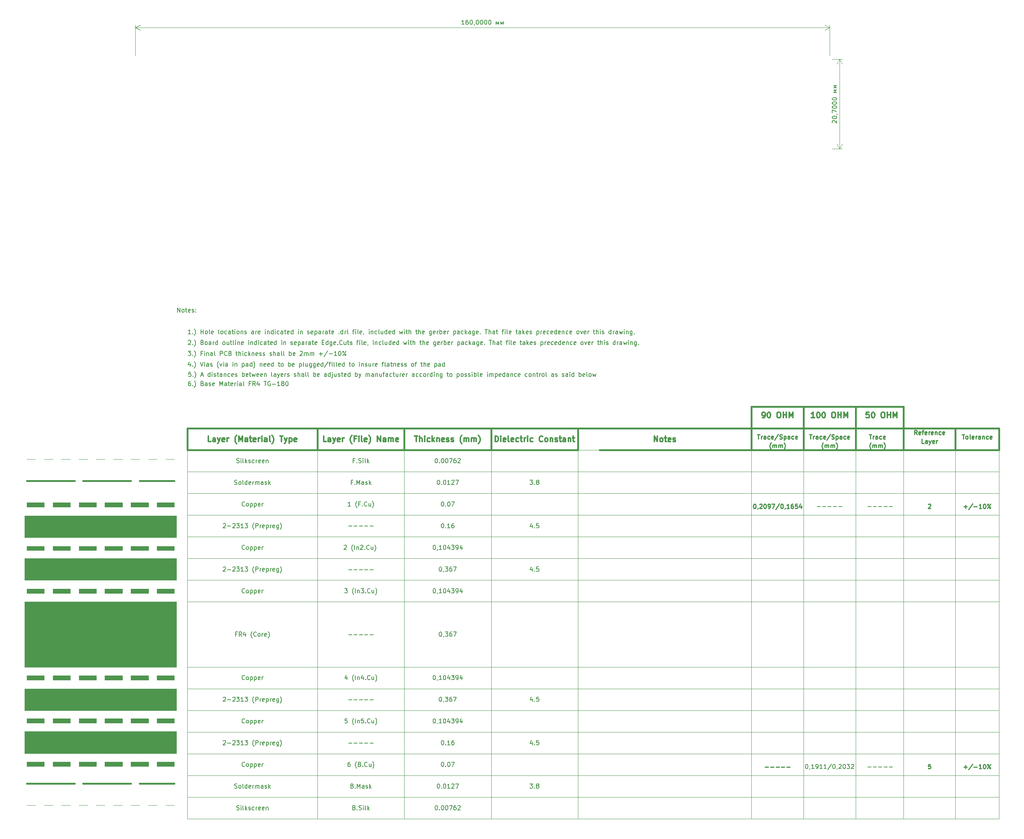
<source format=gbr>
G04 #@! TF.GenerationSoftware,KiCad,Pcbnew,(6.0.7)*
G04 #@! TF.CreationDate,2022-09-28T14:11:08+03:00*
G04 #@! TF.ProjectId,dock_rs232,646f636b-5f72-4733-9233-322e6b696361,rev?*
G04 #@! TF.SameCoordinates,Original*
G04 #@! TF.FileFunction,OtherDrawing,Comment*
%FSLAX46Y46*%
G04 Gerber Fmt 4.6, Leading zero omitted, Abs format (unit mm)*
G04 Created by KiCad (PCBNEW (6.0.7)) date 2022-09-28 14:11:08*
%MOMM*%
%LPD*%
G01*
G04 APERTURE LIST*
%ADD10C,0.150000*%
%ADD11C,0.100000*%
%ADD12C,0.250000*%
%ADD13C,0.300000*%
%ADD14C,0.400000*%
%ADD15C,0.120000*%
G04 APERTURE END LIST*
D10*
X289867823Y-86919734D02*
X289296395Y-86919734D01*
X289582109Y-86919734D02*
X289582109Y-85919734D01*
X289486871Y-86062592D01*
X289391633Y-86157830D01*
X289296395Y-86205449D01*
X290724966Y-85919734D02*
X290534490Y-85919734D01*
X290439252Y-85967354D01*
X290391633Y-86014973D01*
X290296395Y-86157830D01*
X290248776Y-86348306D01*
X290248776Y-86729258D01*
X290296395Y-86824496D01*
X290344014Y-86872115D01*
X290439252Y-86919734D01*
X290629728Y-86919734D01*
X290724966Y-86872115D01*
X290772585Y-86824496D01*
X290820204Y-86729258D01*
X290820204Y-86491163D01*
X290772585Y-86395925D01*
X290724966Y-86348306D01*
X290629728Y-86300687D01*
X290439252Y-86300687D01*
X290344014Y-86348306D01*
X290296395Y-86395925D01*
X290248776Y-86491163D01*
X291439252Y-85919734D02*
X291534490Y-85919734D01*
X291629728Y-85967354D01*
X291677347Y-86014973D01*
X291724966Y-86110211D01*
X291772585Y-86300687D01*
X291772585Y-86538782D01*
X291724966Y-86729258D01*
X291677347Y-86824496D01*
X291629728Y-86872115D01*
X291534490Y-86919734D01*
X291439252Y-86919734D01*
X291344014Y-86872115D01*
X291296395Y-86824496D01*
X291248776Y-86729258D01*
X291201157Y-86538782D01*
X291201157Y-86300687D01*
X291248776Y-86110211D01*
X291296395Y-86014973D01*
X291344014Y-85967354D01*
X291439252Y-85919734D01*
X292248776Y-86872115D02*
X292248776Y-86919734D01*
X292201157Y-87014973D01*
X292153538Y-87062592D01*
X292867823Y-85919734D02*
X292963061Y-85919734D01*
X293058299Y-85967354D01*
X293105919Y-86014973D01*
X293153538Y-86110211D01*
X293201157Y-86300687D01*
X293201157Y-86538782D01*
X293153538Y-86729258D01*
X293105919Y-86824496D01*
X293058299Y-86872115D01*
X292963061Y-86919734D01*
X292867823Y-86919734D01*
X292772585Y-86872115D01*
X292724966Y-86824496D01*
X292677347Y-86729258D01*
X292629728Y-86538782D01*
X292629728Y-86300687D01*
X292677347Y-86110211D01*
X292724966Y-86014973D01*
X292772585Y-85967354D01*
X292867823Y-85919734D01*
X293820204Y-85919734D02*
X293915442Y-85919734D01*
X294010680Y-85967354D01*
X294058299Y-86014973D01*
X294105919Y-86110211D01*
X294153538Y-86300687D01*
X294153538Y-86538782D01*
X294105919Y-86729258D01*
X294058299Y-86824496D01*
X294010680Y-86872115D01*
X293915442Y-86919734D01*
X293820204Y-86919734D01*
X293724966Y-86872115D01*
X293677347Y-86824496D01*
X293629728Y-86729258D01*
X293582109Y-86538782D01*
X293582109Y-86300687D01*
X293629728Y-86110211D01*
X293677347Y-86014973D01*
X293724966Y-85967354D01*
X293820204Y-85919734D01*
X294772585Y-85919734D02*
X294867823Y-85919734D01*
X294963061Y-85967354D01*
X295010680Y-86014973D01*
X295058299Y-86110211D01*
X295105919Y-86300687D01*
X295105919Y-86538782D01*
X295058299Y-86729258D01*
X295010680Y-86824496D01*
X294963061Y-86872115D01*
X294867823Y-86919734D01*
X294772585Y-86919734D01*
X294677347Y-86872115D01*
X294629728Y-86824496D01*
X294582109Y-86729258D01*
X294534490Y-86538782D01*
X294534490Y-86300687D01*
X294582109Y-86110211D01*
X294629728Y-86014973D01*
X294677347Y-85967354D01*
X294772585Y-85919734D01*
X295724966Y-85919734D02*
X295820204Y-85919734D01*
X295915442Y-85967354D01*
X295963061Y-86014973D01*
X296010680Y-86110211D01*
X296058299Y-86300687D01*
X296058299Y-86538782D01*
X296010680Y-86729258D01*
X295963061Y-86824496D01*
X295915442Y-86872115D01*
X295820204Y-86919734D01*
X295724966Y-86919734D01*
X295629728Y-86872115D01*
X295582109Y-86824496D01*
X295534490Y-86729258D01*
X295486871Y-86538782D01*
X295486871Y-86300687D01*
X295534490Y-86110211D01*
X295582109Y-86014973D01*
X295629728Y-85967354D01*
X295724966Y-85919734D01*
X297248776Y-86919734D02*
X297248776Y-86253068D01*
X297534490Y-86776877D01*
X297820204Y-86253068D01*
X297820204Y-86919734D01*
X298296395Y-86919734D02*
X298296395Y-86253068D01*
X298582109Y-86776877D01*
X298867823Y-86253068D01*
X298867823Y-86919734D01*
D11*
X374105919Y-94117354D02*
X374105919Y-87030934D01*
X214105919Y-94117354D02*
X214105919Y-87030934D01*
X374105919Y-87617354D02*
X214105919Y-87617354D01*
X374105919Y-87617354D02*
X214105919Y-87617354D01*
X374105919Y-87617354D02*
X372979415Y-87030933D01*
X374105919Y-87617354D02*
X372979415Y-88203775D01*
X214105919Y-87617354D02*
X215232423Y-88203775D01*
X214105919Y-87617354D02*
X215232423Y-87030933D01*
D10*
X374803538Y-109600687D02*
X374755919Y-109553068D01*
X374708299Y-109457830D01*
X374708299Y-109219734D01*
X374755919Y-109124496D01*
X374803538Y-109076877D01*
X374898776Y-109029258D01*
X374994014Y-109029258D01*
X375136871Y-109076877D01*
X375708299Y-109648306D01*
X375708299Y-109029258D01*
X374708299Y-108410211D02*
X374708299Y-108314973D01*
X374755919Y-108219734D01*
X374803538Y-108172115D01*
X374898776Y-108124496D01*
X375089252Y-108076877D01*
X375327347Y-108076877D01*
X375517823Y-108124496D01*
X375613061Y-108172115D01*
X375660680Y-108219734D01*
X375708299Y-108314973D01*
X375708299Y-108410211D01*
X375660680Y-108505449D01*
X375613061Y-108553068D01*
X375517823Y-108600687D01*
X375327347Y-108648306D01*
X375089252Y-108648306D01*
X374898776Y-108600687D01*
X374803538Y-108553068D01*
X374755919Y-108505449D01*
X374708299Y-108410211D01*
X375660680Y-107600687D02*
X375708299Y-107600687D01*
X375803538Y-107648306D01*
X375851157Y-107695925D01*
X374708299Y-107267354D02*
X374708299Y-106600687D01*
X375708299Y-107029258D01*
X374708299Y-106029258D02*
X374708299Y-105934020D01*
X374755919Y-105838782D01*
X374803538Y-105791163D01*
X374898776Y-105743544D01*
X375089252Y-105695925D01*
X375327347Y-105695925D01*
X375517823Y-105743544D01*
X375613061Y-105791163D01*
X375660680Y-105838782D01*
X375708299Y-105934020D01*
X375708299Y-106029258D01*
X375660680Y-106124496D01*
X375613061Y-106172115D01*
X375517823Y-106219734D01*
X375327347Y-106267354D01*
X375089252Y-106267354D01*
X374898776Y-106219734D01*
X374803538Y-106172115D01*
X374755919Y-106124496D01*
X374708299Y-106029258D01*
X374708299Y-105076877D02*
X374708299Y-104981639D01*
X374755919Y-104886401D01*
X374803538Y-104838782D01*
X374898776Y-104791163D01*
X375089252Y-104743544D01*
X375327347Y-104743544D01*
X375517823Y-104791163D01*
X375613061Y-104838782D01*
X375660680Y-104886401D01*
X375708299Y-104981639D01*
X375708299Y-105076877D01*
X375660680Y-105172115D01*
X375613061Y-105219734D01*
X375517823Y-105267354D01*
X375327347Y-105314973D01*
X375089252Y-105314973D01*
X374898776Y-105267354D01*
X374803538Y-105219734D01*
X374755919Y-105172115D01*
X374708299Y-105076877D01*
X374708299Y-104124496D02*
X374708299Y-104029258D01*
X374755919Y-103934020D01*
X374803538Y-103886401D01*
X374898776Y-103838782D01*
X375089252Y-103791163D01*
X375327347Y-103791163D01*
X375517823Y-103838782D01*
X375613061Y-103886401D01*
X375660680Y-103934020D01*
X375708299Y-104029258D01*
X375708299Y-104124496D01*
X375660680Y-104219734D01*
X375613061Y-104267354D01*
X375517823Y-104314973D01*
X375327347Y-104362592D01*
X375089252Y-104362592D01*
X374898776Y-104314973D01*
X374803538Y-104267354D01*
X374755919Y-104219734D01*
X374708299Y-104124496D01*
X375708299Y-102600687D02*
X375041633Y-102600687D01*
X375565442Y-102314973D01*
X375041633Y-102029258D01*
X375708299Y-102029258D01*
X375708299Y-101553068D02*
X375041633Y-101553068D01*
X375565442Y-101267354D01*
X375041633Y-100981639D01*
X375708299Y-100981639D01*
D11*
X374605919Y-115617354D02*
X376992339Y-115617354D01*
X374605919Y-94917354D02*
X376992339Y-94917354D01*
X376405919Y-115617354D02*
X376405919Y-94917354D01*
X376405919Y-115617354D02*
X376405919Y-94917354D01*
X376405919Y-115617354D02*
X376992340Y-114490850D01*
X376405919Y-115617354D02*
X375819498Y-114490850D01*
X376405919Y-94917354D02*
X375819498Y-96043858D01*
X376405919Y-94917354D02*
X376992340Y-96043858D01*
D10*
X234342823Y-212052473D02*
X234390442Y-212004854D01*
X234485680Y-211957234D01*
X234723776Y-211957234D01*
X234819014Y-212004854D01*
X234866633Y-212052473D01*
X234914252Y-212147711D01*
X234914252Y-212242949D01*
X234866633Y-212385806D01*
X234295204Y-212957234D01*
X234914252Y-212957234D01*
X235342823Y-212576282D02*
X236104728Y-212576282D01*
X236533299Y-212052473D02*
X236580919Y-212004854D01*
X236676157Y-211957234D01*
X236914252Y-211957234D01*
X237009490Y-212004854D01*
X237057109Y-212052473D01*
X237104728Y-212147711D01*
X237104728Y-212242949D01*
X237057109Y-212385806D01*
X236485680Y-212957234D01*
X237104728Y-212957234D01*
X237438061Y-211957234D02*
X238057109Y-211957234D01*
X237723776Y-212338187D01*
X237866633Y-212338187D01*
X237961871Y-212385806D01*
X238009490Y-212433425D01*
X238057109Y-212528663D01*
X238057109Y-212766758D01*
X238009490Y-212861996D01*
X237961871Y-212909615D01*
X237866633Y-212957234D01*
X237580919Y-212957234D01*
X237485680Y-212909615D01*
X237438061Y-212861996D01*
X239009490Y-212957234D02*
X238438061Y-212957234D01*
X238723776Y-212957234D02*
X238723776Y-211957234D01*
X238628538Y-212100092D01*
X238533299Y-212195330D01*
X238438061Y-212242949D01*
X239342823Y-211957234D02*
X239961871Y-211957234D01*
X239628538Y-212338187D01*
X239771395Y-212338187D01*
X239866633Y-212385806D01*
X239914252Y-212433425D01*
X239961871Y-212528663D01*
X239961871Y-212766758D01*
X239914252Y-212861996D01*
X239866633Y-212909615D01*
X239771395Y-212957234D01*
X239485680Y-212957234D01*
X239390442Y-212909615D01*
X239342823Y-212861996D01*
X241438061Y-213338187D02*
X241390442Y-213290568D01*
X241295204Y-213147711D01*
X241247585Y-213052473D01*
X241199966Y-212909615D01*
X241152347Y-212671520D01*
X241152347Y-212481044D01*
X241199966Y-212242949D01*
X241247585Y-212100092D01*
X241295204Y-212004854D01*
X241390442Y-211861996D01*
X241438061Y-211814377D01*
X241819014Y-212957234D02*
X241819014Y-211957234D01*
X242199966Y-211957234D01*
X242295204Y-212004854D01*
X242342823Y-212052473D01*
X242390442Y-212147711D01*
X242390442Y-212290568D01*
X242342823Y-212385806D01*
X242295204Y-212433425D01*
X242199966Y-212481044D01*
X241819014Y-212481044D01*
X242819014Y-212957234D02*
X242819014Y-212290568D01*
X242819014Y-212481044D02*
X242866633Y-212385806D01*
X242914252Y-212338187D01*
X243009490Y-212290568D01*
X243104728Y-212290568D01*
X243819014Y-212909615D02*
X243723776Y-212957234D01*
X243533299Y-212957234D01*
X243438061Y-212909615D01*
X243390442Y-212814377D01*
X243390442Y-212433425D01*
X243438061Y-212338187D01*
X243533299Y-212290568D01*
X243723776Y-212290568D01*
X243819014Y-212338187D01*
X243866633Y-212433425D01*
X243866633Y-212528663D01*
X243390442Y-212623901D01*
X244295204Y-212290568D02*
X244295204Y-213290568D01*
X244295204Y-212338187D02*
X244390442Y-212290568D01*
X244580919Y-212290568D01*
X244676157Y-212338187D01*
X244723776Y-212385806D01*
X244771395Y-212481044D01*
X244771395Y-212766758D01*
X244723776Y-212861996D01*
X244676157Y-212909615D01*
X244580919Y-212957234D01*
X244390442Y-212957234D01*
X244295204Y-212909615D01*
X245199966Y-212957234D02*
X245199966Y-212290568D01*
X245199966Y-212481044D02*
X245247585Y-212385806D01*
X245295204Y-212338187D01*
X245390442Y-212290568D01*
X245485680Y-212290568D01*
X246199966Y-212909615D02*
X246104728Y-212957234D01*
X245914252Y-212957234D01*
X245819014Y-212909615D01*
X245771395Y-212814377D01*
X245771395Y-212433425D01*
X245819014Y-212338187D01*
X245914252Y-212290568D01*
X246104728Y-212290568D01*
X246199966Y-212338187D01*
X246247585Y-212433425D01*
X246247585Y-212528663D01*
X245771395Y-212623901D01*
X247104728Y-212290568D02*
X247104728Y-213100092D01*
X247057109Y-213195330D01*
X247009490Y-213242949D01*
X246914252Y-213290568D01*
X246771395Y-213290568D01*
X246676157Y-213242949D01*
X247104728Y-212909615D02*
X247009490Y-212957234D01*
X246819014Y-212957234D01*
X246723776Y-212909615D01*
X246676157Y-212861996D01*
X246628538Y-212766758D01*
X246628538Y-212481044D01*
X246676157Y-212385806D01*
X246723776Y-212338187D01*
X246819014Y-212290568D01*
X247009490Y-212290568D01*
X247104728Y-212338187D01*
X247485680Y-213338187D02*
X247533299Y-213290568D01*
X247628538Y-213147711D01*
X247676157Y-213052473D01*
X247723776Y-212909615D01*
X247771395Y-212671520D01*
X247771395Y-212481044D01*
X247723776Y-212242949D01*
X247676157Y-212100092D01*
X247628538Y-212004854D01*
X247533299Y-211861996D01*
X247485680Y-211814377D01*
X226785085Y-169202234D02*
X226594609Y-169202234D01*
X226499371Y-169249854D01*
X226451752Y-169297473D01*
X226356514Y-169440330D01*
X226308895Y-169630806D01*
X226308895Y-170011758D01*
X226356514Y-170106996D01*
X226404133Y-170154615D01*
X226499371Y-170202234D01*
X226689847Y-170202234D01*
X226785085Y-170154615D01*
X226832704Y-170106996D01*
X226880323Y-170011758D01*
X226880323Y-169773663D01*
X226832704Y-169678425D01*
X226785085Y-169630806D01*
X226689847Y-169583187D01*
X226499371Y-169583187D01*
X226404133Y-169630806D01*
X226356514Y-169678425D01*
X226308895Y-169773663D01*
X227308895Y-170106996D02*
X227356514Y-170154615D01*
X227308895Y-170202234D01*
X227261276Y-170154615D01*
X227308895Y-170106996D01*
X227308895Y-170202234D01*
X227689847Y-170583187D02*
X227737466Y-170535568D01*
X227832704Y-170392711D01*
X227880323Y-170297473D01*
X227927942Y-170154615D01*
X227975561Y-169916520D01*
X227975561Y-169726044D01*
X227927942Y-169487949D01*
X227880323Y-169345092D01*
X227832704Y-169249854D01*
X227737466Y-169106996D01*
X227689847Y-169059377D01*
X229546990Y-169678425D02*
X229689847Y-169726044D01*
X229737466Y-169773663D01*
X229785085Y-169868901D01*
X229785085Y-170011758D01*
X229737466Y-170106996D01*
X229689847Y-170154615D01*
X229594609Y-170202234D01*
X229213657Y-170202234D01*
X229213657Y-169202234D01*
X229546990Y-169202234D01*
X229642228Y-169249854D01*
X229689847Y-169297473D01*
X229737466Y-169392711D01*
X229737466Y-169487949D01*
X229689847Y-169583187D01*
X229642228Y-169630806D01*
X229546990Y-169678425D01*
X229213657Y-169678425D01*
X230642228Y-170202234D02*
X230642228Y-169678425D01*
X230594609Y-169583187D01*
X230499371Y-169535568D01*
X230308895Y-169535568D01*
X230213657Y-169583187D01*
X230642228Y-170154615D02*
X230546990Y-170202234D01*
X230308895Y-170202234D01*
X230213657Y-170154615D01*
X230166038Y-170059377D01*
X230166038Y-169964139D01*
X230213657Y-169868901D01*
X230308895Y-169821282D01*
X230546990Y-169821282D01*
X230642228Y-169773663D01*
X231070799Y-170154615D02*
X231166038Y-170202234D01*
X231356514Y-170202234D01*
X231451752Y-170154615D01*
X231499371Y-170059377D01*
X231499371Y-170011758D01*
X231451752Y-169916520D01*
X231356514Y-169868901D01*
X231213657Y-169868901D01*
X231118419Y-169821282D01*
X231070799Y-169726044D01*
X231070799Y-169678425D01*
X231118419Y-169583187D01*
X231213657Y-169535568D01*
X231356514Y-169535568D01*
X231451752Y-169583187D01*
X232308895Y-170154615D02*
X232213657Y-170202234D01*
X232023180Y-170202234D01*
X231927942Y-170154615D01*
X231880323Y-170059377D01*
X231880323Y-169678425D01*
X231927942Y-169583187D01*
X232023180Y-169535568D01*
X232213657Y-169535568D01*
X232308895Y-169583187D01*
X232356514Y-169678425D01*
X232356514Y-169773663D01*
X231880323Y-169868901D01*
X233546990Y-170202234D02*
X233546990Y-169202234D01*
X233880323Y-169916520D01*
X234213657Y-169202234D01*
X234213657Y-170202234D01*
X235118419Y-170202234D02*
X235118419Y-169678425D01*
X235070799Y-169583187D01*
X234975561Y-169535568D01*
X234785085Y-169535568D01*
X234689847Y-169583187D01*
X235118419Y-170154615D02*
X235023180Y-170202234D01*
X234785085Y-170202234D01*
X234689847Y-170154615D01*
X234642228Y-170059377D01*
X234642228Y-169964139D01*
X234689847Y-169868901D01*
X234785085Y-169821282D01*
X235023180Y-169821282D01*
X235118419Y-169773663D01*
X235451752Y-169535568D02*
X235832704Y-169535568D01*
X235594609Y-169202234D02*
X235594609Y-170059377D01*
X235642228Y-170154615D01*
X235737466Y-170202234D01*
X235832704Y-170202234D01*
X236546990Y-170154615D02*
X236451752Y-170202234D01*
X236261276Y-170202234D01*
X236166038Y-170154615D01*
X236118419Y-170059377D01*
X236118419Y-169678425D01*
X236166038Y-169583187D01*
X236261276Y-169535568D01*
X236451752Y-169535568D01*
X236546990Y-169583187D01*
X236594609Y-169678425D01*
X236594609Y-169773663D01*
X236118419Y-169868901D01*
X237023180Y-170202234D02*
X237023180Y-169535568D01*
X237023180Y-169726044D02*
X237070799Y-169630806D01*
X237118419Y-169583187D01*
X237213657Y-169535568D01*
X237308895Y-169535568D01*
X237642228Y-170202234D02*
X237642228Y-169535568D01*
X237642228Y-169202234D02*
X237594609Y-169249854D01*
X237642228Y-169297473D01*
X237689847Y-169249854D01*
X237642228Y-169202234D01*
X237642228Y-169297473D01*
X238546990Y-170202234D02*
X238546990Y-169678425D01*
X238499371Y-169583187D01*
X238404133Y-169535568D01*
X238213657Y-169535568D01*
X238118419Y-169583187D01*
X238546990Y-170154615D02*
X238451752Y-170202234D01*
X238213657Y-170202234D01*
X238118419Y-170154615D01*
X238070799Y-170059377D01*
X238070799Y-169964139D01*
X238118419Y-169868901D01*
X238213657Y-169821282D01*
X238451752Y-169821282D01*
X238546990Y-169773663D01*
X239166038Y-170202234D02*
X239070799Y-170154615D01*
X239023180Y-170059377D01*
X239023180Y-169202234D01*
X240642228Y-169678425D02*
X240308895Y-169678425D01*
X240308895Y-170202234D02*
X240308895Y-169202234D01*
X240785085Y-169202234D01*
X241737466Y-170202234D02*
X241404133Y-169726044D01*
X241166038Y-170202234D02*
X241166038Y-169202234D01*
X241546990Y-169202234D01*
X241642228Y-169249854D01*
X241689847Y-169297473D01*
X241737466Y-169392711D01*
X241737466Y-169535568D01*
X241689847Y-169630806D01*
X241642228Y-169678425D01*
X241546990Y-169726044D01*
X241166038Y-169726044D01*
X242594609Y-169535568D02*
X242594609Y-170202234D01*
X242356514Y-169154615D02*
X242118419Y-169868901D01*
X242737466Y-169868901D01*
X243737466Y-169202234D02*
X244308895Y-169202234D01*
X244023180Y-170202234D02*
X244023180Y-169202234D01*
X245166038Y-169249854D02*
X245070799Y-169202234D01*
X244927942Y-169202234D01*
X244785085Y-169249854D01*
X244689847Y-169345092D01*
X244642228Y-169440330D01*
X244594609Y-169630806D01*
X244594609Y-169773663D01*
X244642228Y-169964139D01*
X244689847Y-170059377D01*
X244785085Y-170154615D01*
X244927942Y-170202234D01*
X245023180Y-170202234D01*
X245166038Y-170154615D01*
X245213657Y-170106996D01*
X245213657Y-169773663D01*
X245023180Y-169773663D01*
X245642228Y-169821282D02*
X246404133Y-169821282D01*
X247404133Y-170202234D02*
X246832704Y-170202234D01*
X247118419Y-170202234D02*
X247118419Y-169202234D01*
X247023180Y-169345092D01*
X246927942Y-169440330D01*
X246832704Y-169487949D01*
X247975561Y-169630806D02*
X247880323Y-169583187D01*
X247832704Y-169535568D01*
X247785085Y-169440330D01*
X247785085Y-169392711D01*
X247832704Y-169297473D01*
X247880323Y-169249854D01*
X247975561Y-169202234D01*
X248166038Y-169202234D01*
X248261276Y-169249854D01*
X248308895Y-169297473D01*
X248356514Y-169392711D01*
X248356514Y-169440330D01*
X248308895Y-169535568D01*
X248261276Y-169583187D01*
X248166038Y-169630806D01*
X247975561Y-169630806D01*
X247880323Y-169678425D01*
X247832704Y-169726044D01*
X247785085Y-169821282D01*
X247785085Y-170011758D01*
X247832704Y-170106996D01*
X247880323Y-170154615D01*
X247975561Y-170202234D01*
X248166038Y-170202234D01*
X248261276Y-170154615D01*
X248308895Y-170106996D01*
X248356514Y-170011758D01*
X248356514Y-169821282D01*
X248308895Y-169726044D01*
X248261276Y-169678425D01*
X248166038Y-169630806D01*
X248975561Y-169202234D02*
X249070799Y-169202234D01*
X249166038Y-169249854D01*
X249213657Y-169297473D01*
X249261276Y-169392711D01*
X249308895Y-169583187D01*
X249308895Y-169821282D01*
X249261276Y-170011758D01*
X249213657Y-170106996D01*
X249166038Y-170154615D01*
X249070799Y-170202234D01*
X248975561Y-170202234D01*
X248880323Y-170154615D01*
X248832704Y-170106996D01*
X248785085Y-170011758D01*
X248737466Y-169821282D01*
X248737466Y-169583187D01*
X248785085Y-169392711D01*
X248832704Y-169297473D01*
X248880323Y-169249854D01*
X248975561Y-169202234D01*
X226770085Y-165065568D02*
X226770085Y-165732234D01*
X226531990Y-164684615D02*
X226293895Y-165398901D01*
X226912942Y-165398901D01*
X227293895Y-165636996D02*
X227341514Y-165684615D01*
X227293895Y-165732234D01*
X227246276Y-165684615D01*
X227293895Y-165636996D01*
X227293895Y-165732234D01*
X227674847Y-166113187D02*
X227722466Y-166065568D01*
X227817704Y-165922711D01*
X227865323Y-165827473D01*
X227912942Y-165684615D01*
X227960561Y-165446520D01*
X227960561Y-165256044D01*
X227912942Y-165017949D01*
X227865323Y-164875092D01*
X227817704Y-164779854D01*
X227722466Y-164636996D01*
X227674847Y-164589377D01*
X229055799Y-164732234D02*
X229389133Y-165732234D01*
X229722466Y-164732234D01*
X230055799Y-165732234D02*
X230055799Y-165065568D01*
X230055799Y-164732234D02*
X230008180Y-164779854D01*
X230055799Y-164827473D01*
X230103419Y-164779854D01*
X230055799Y-164732234D01*
X230055799Y-164827473D01*
X230960561Y-165732234D02*
X230960561Y-165208425D01*
X230912942Y-165113187D01*
X230817704Y-165065568D01*
X230627228Y-165065568D01*
X230531990Y-165113187D01*
X230960561Y-165684615D02*
X230865323Y-165732234D01*
X230627228Y-165732234D01*
X230531990Y-165684615D01*
X230484371Y-165589377D01*
X230484371Y-165494139D01*
X230531990Y-165398901D01*
X230627228Y-165351282D01*
X230865323Y-165351282D01*
X230960561Y-165303663D01*
X231389133Y-165684615D02*
X231484371Y-165732234D01*
X231674847Y-165732234D01*
X231770085Y-165684615D01*
X231817704Y-165589377D01*
X231817704Y-165541758D01*
X231770085Y-165446520D01*
X231674847Y-165398901D01*
X231531990Y-165398901D01*
X231436752Y-165351282D01*
X231389133Y-165256044D01*
X231389133Y-165208425D01*
X231436752Y-165113187D01*
X231531990Y-165065568D01*
X231674847Y-165065568D01*
X231770085Y-165113187D01*
X233293895Y-166113187D02*
X233246276Y-166065568D01*
X233151038Y-165922711D01*
X233103419Y-165827473D01*
X233055799Y-165684615D01*
X233008180Y-165446520D01*
X233008180Y-165256044D01*
X233055799Y-165017949D01*
X233103419Y-164875092D01*
X233151038Y-164779854D01*
X233246276Y-164636996D01*
X233293895Y-164589377D01*
X233579609Y-165065568D02*
X233817704Y-165732234D01*
X234055799Y-165065568D01*
X234436752Y-165732234D02*
X234436752Y-165065568D01*
X234436752Y-164732234D02*
X234389133Y-164779854D01*
X234436752Y-164827473D01*
X234484371Y-164779854D01*
X234436752Y-164732234D01*
X234436752Y-164827473D01*
X235341514Y-165732234D02*
X235341514Y-165208425D01*
X235293895Y-165113187D01*
X235198657Y-165065568D01*
X235008180Y-165065568D01*
X234912942Y-165113187D01*
X235341514Y-165684615D02*
X235246276Y-165732234D01*
X235008180Y-165732234D01*
X234912942Y-165684615D01*
X234865323Y-165589377D01*
X234865323Y-165494139D01*
X234912942Y-165398901D01*
X235008180Y-165351282D01*
X235246276Y-165351282D01*
X235341514Y-165303663D01*
X236579609Y-165732234D02*
X236579609Y-165065568D01*
X236579609Y-164732234D02*
X236531990Y-164779854D01*
X236579609Y-164827473D01*
X236627228Y-164779854D01*
X236579609Y-164732234D01*
X236579609Y-164827473D01*
X237055799Y-165065568D02*
X237055799Y-165732234D01*
X237055799Y-165160806D02*
X237103419Y-165113187D01*
X237198657Y-165065568D01*
X237341514Y-165065568D01*
X237436752Y-165113187D01*
X237484371Y-165208425D01*
X237484371Y-165732234D01*
X238722466Y-165065568D02*
X238722466Y-166065568D01*
X238722466Y-165113187D02*
X238817704Y-165065568D01*
X239008180Y-165065568D01*
X239103419Y-165113187D01*
X239151038Y-165160806D01*
X239198657Y-165256044D01*
X239198657Y-165541758D01*
X239151038Y-165636996D01*
X239103419Y-165684615D01*
X239008180Y-165732234D01*
X238817704Y-165732234D01*
X238722466Y-165684615D01*
X240055799Y-165732234D02*
X240055799Y-165208425D01*
X240008180Y-165113187D01*
X239912942Y-165065568D01*
X239722466Y-165065568D01*
X239627228Y-165113187D01*
X240055799Y-165684615D02*
X239960561Y-165732234D01*
X239722466Y-165732234D01*
X239627228Y-165684615D01*
X239579609Y-165589377D01*
X239579609Y-165494139D01*
X239627228Y-165398901D01*
X239722466Y-165351282D01*
X239960561Y-165351282D01*
X240055799Y-165303663D01*
X240960561Y-165732234D02*
X240960561Y-164732234D01*
X240960561Y-165684615D02*
X240865323Y-165732234D01*
X240674847Y-165732234D01*
X240579609Y-165684615D01*
X240531990Y-165636996D01*
X240484371Y-165541758D01*
X240484371Y-165256044D01*
X240531990Y-165160806D01*
X240579609Y-165113187D01*
X240674847Y-165065568D01*
X240865323Y-165065568D01*
X240960561Y-165113187D01*
X241341514Y-166113187D02*
X241389133Y-166065568D01*
X241484371Y-165922711D01*
X241531990Y-165827473D01*
X241579609Y-165684615D01*
X241627228Y-165446520D01*
X241627228Y-165256044D01*
X241579609Y-165017949D01*
X241531990Y-164875092D01*
X241484371Y-164779854D01*
X241389133Y-164636996D01*
X241341514Y-164589377D01*
X242865323Y-165065568D02*
X242865323Y-165732234D01*
X242865323Y-165160806D02*
X242912942Y-165113187D01*
X243008180Y-165065568D01*
X243151038Y-165065568D01*
X243246276Y-165113187D01*
X243293895Y-165208425D01*
X243293895Y-165732234D01*
X244151038Y-165684615D02*
X244055799Y-165732234D01*
X243865323Y-165732234D01*
X243770085Y-165684615D01*
X243722466Y-165589377D01*
X243722466Y-165208425D01*
X243770085Y-165113187D01*
X243865323Y-165065568D01*
X244055799Y-165065568D01*
X244151038Y-165113187D01*
X244198657Y-165208425D01*
X244198657Y-165303663D01*
X243722466Y-165398901D01*
X245008180Y-165684615D02*
X244912942Y-165732234D01*
X244722466Y-165732234D01*
X244627228Y-165684615D01*
X244579609Y-165589377D01*
X244579609Y-165208425D01*
X244627228Y-165113187D01*
X244722466Y-165065568D01*
X244912942Y-165065568D01*
X245008180Y-165113187D01*
X245055799Y-165208425D01*
X245055799Y-165303663D01*
X244579609Y-165398901D01*
X245912942Y-165732234D02*
X245912942Y-164732234D01*
X245912942Y-165684615D02*
X245817704Y-165732234D01*
X245627228Y-165732234D01*
X245531990Y-165684615D01*
X245484371Y-165636996D01*
X245436752Y-165541758D01*
X245436752Y-165256044D01*
X245484371Y-165160806D01*
X245531990Y-165113187D01*
X245627228Y-165065568D01*
X245817704Y-165065568D01*
X245912942Y-165113187D01*
X247008180Y-165065568D02*
X247389133Y-165065568D01*
X247151038Y-164732234D02*
X247151038Y-165589377D01*
X247198657Y-165684615D01*
X247293895Y-165732234D01*
X247389133Y-165732234D01*
X247865323Y-165732234D02*
X247770085Y-165684615D01*
X247722466Y-165636996D01*
X247674847Y-165541758D01*
X247674847Y-165256044D01*
X247722466Y-165160806D01*
X247770085Y-165113187D01*
X247865323Y-165065568D01*
X248008180Y-165065568D01*
X248103419Y-165113187D01*
X248151038Y-165160806D01*
X248198657Y-165256044D01*
X248198657Y-165541758D01*
X248151038Y-165636996D01*
X248103419Y-165684615D01*
X248008180Y-165732234D01*
X247865323Y-165732234D01*
X249389133Y-165732234D02*
X249389133Y-164732234D01*
X249389133Y-165113187D02*
X249484371Y-165065568D01*
X249674847Y-165065568D01*
X249770085Y-165113187D01*
X249817704Y-165160806D01*
X249865323Y-165256044D01*
X249865323Y-165541758D01*
X249817704Y-165636996D01*
X249770085Y-165684615D01*
X249674847Y-165732234D01*
X249484371Y-165732234D01*
X249389133Y-165684615D01*
X250674847Y-165684615D02*
X250579609Y-165732234D01*
X250389133Y-165732234D01*
X250293895Y-165684615D01*
X250246276Y-165589377D01*
X250246276Y-165208425D01*
X250293895Y-165113187D01*
X250389133Y-165065568D01*
X250579609Y-165065568D01*
X250674847Y-165113187D01*
X250722466Y-165208425D01*
X250722466Y-165303663D01*
X250246276Y-165398901D01*
X251912942Y-165065568D02*
X251912942Y-166065568D01*
X251912942Y-165113187D02*
X252008180Y-165065568D01*
X252198657Y-165065568D01*
X252293895Y-165113187D01*
X252341514Y-165160806D01*
X252389133Y-165256044D01*
X252389133Y-165541758D01*
X252341514Y-165636996D01*
X252293895Y-165684615D01*
X252198657Y-165732234D01*
X252008180Y-165732234D01*
X251912942Y-165684615D01*
X252960561Y-165732234D02*
X252865323Y-165684615D01*
X252817704Y-165589377D01*
X252817704Y-164732234D01*
X253770085Y-165065568D02*
X253770085Y-165732234D01*
X253341514Y-165065568D02*
X253341514Y-165589377D01*
X253389133Y-165684615D01*
X253484371Y-165732234D01*
X253627228Y-165732234D01*
X253722466Y-165684615D01*
X253770085Y-165636996D01*
X254674847Y-165065568D02*
X254674847Y-165875092D01*
X254627228Y-165970330D01*
X254579609Y-166017949D01*
X254484371Y-166065568D01*
X254341514Y-166065568D01*
X254246276Y-166017949D01*
X254674847Y-165684615D02*
X254579609Y-165732234D01*
X254389133Y-165732234D01*
X254293895Y-165684615D01*
X254246276Y-165636996D01*
X254198657Y-165541758D01*
X254198657Y-165256044D01*
X254246276Y-165160806D01*
X254293895Y-165113187D01*
X254389133Y-165065568D01*
X254579609Y-165065568D01*
X254674847Y-165113187D01*
X255579609Y-165065568D02*
X255579609Y-165875092D01*
X255531990Y-165970330D01*
X255484371Y-166017949D01*
X255389133Y-166065568D01*
X255246276Y-166065568D01*
X255151038Y-166017949D01*
X255579609Y-165684615D02*
X255484371Y-165732234D01*
X255293895Y-165732234D01*
X255198657Y-165684615D01*
X255151038Y-165636996D01*
X255103419Y-165541758D01*
X255103419Y-165256044D01*
X255151038Y-165160806D01*
X255198657Y-165113187D01*
X255293895Y-165065568D01*
X255484371Y-165065568D01*
X255579609Y-165113187D01*
X256436752Y-165684615D02*
X256341514Y-165732234D01*
X256151038Y-165732234D01*
X256055799Y-165684615D01*
X256008180Y-165589377D01*
X256008180Y-165208425D01*
X256055799Y-165113187D01*
X256151038Y-165065568D01*
X256341514Y-165065568D01*
X256436752Y-165113187D01*
X256484371Y-165208425D01*
X256484371Y-165303663D01*
X256008180Y-165398901D01*
X257341514Y-165732234D02*
X257341514Y-164732234D01*
X257341514Y-165684615D02*
X257246276Y-165732234D01*
X257055799Y-165732234D01*
X256960561Y-165684615D01*
X256912942Y-165636996D01*
X256865323Y-165541758D01*
X256865323Y-165256044D01*
X256912942Y-165160806D01*
X256960561Y-165113187D01*
X257055799Y-165065568D01*
X257246276Y-165065568D01*
X257341514Y-165113187D01*
X258531990Y-164684615D02*
X257674847Y-165970330D01*
X258722466Y-165065568D02*
X259103419Y-165065568D01*
X258865323Y-165732234D02*
X258865323Y-164875092D01*
X258912942Y-164779854D01*
X259008180Y-164732234D01*
X259103419Y-164732234D01*
X259436752Y-165732234D02*
X259436752Y-165065568D01*
X259436752Y-164732234D02*
X259389133Y-164779854D01*
X259436752Y-164827473D01*
X259484371Y-164779854D01*
X259436752Y-164732234D01*
X259436752Y-164827473D01*
X260055799Y-165732234D02*
X259960561Y-165684615D01*
X259912942Y-165589377D01*
X259912942Y-164732234D01*
X260579609Y-165732234D02*
X260484371Y-165684615D01*
X260436752Y-165589377D01*
X260436752Y-164732234D01*
X261341514Y-165684615D02*
X261246276Y-165732234D01*
X261055799Y-165732234D01*
X260960561Y-165684615D01*
X260912942Y-165589377D01*
X260912942Y-165208425D01*
X260960561Y-165113187D01*
X261055799Y-165065568D01*
X261246276Y-165065568D01*
X261341514Y-165113187D01*
X261389133Y-165208425D01*
X261389133Y-165303663D01*
X260912942Y-165398901D01*
X262246276Y-165732234D02*
X262246276Y-164732234D01*
X262246276Y-165684615D02*
X262151038Y-165732234D01*
X261960561Y-165732234D01*
X261865323Y-165684615D01*
X261817704Y-165636996D01*
X261770085Y-165541758D01*
X261770085Y-165256044D01*
X261817704Y-165160806D01*
X261865323Y-165113187D01*
X261960561Y-165065568D01*
X262151038Y-165065568D01*
X262246276Y-165113187D01*
X263341514Y-165065568D02*
X263722466Y-165065568D01*
X263484371Y-164732234D02*
X263484371Y-165589377D01*
X263531990Y-165684615D01*
X263627228Y-165732234D01*
X263722466Y-165732234D01*
X264198657Y-165732234D02*
X264103418Y-165684615D01*
X264055799Y-165636996D01*
X264008180Y-165541758D01*
X264008180Y-165256044D01*
X264055799Y-165160806D01*
X264103418Y-165113187D01*
X264198657Y-165065568D01*
X264341514Y-165065568D01*
X264436752Y-165113187D01*
X264484371Y-165160806D01*
X264531990Y-165256044D01*
X264531990Y-165541758D01*
X264484371Y-165636996D01*
X264436752Y-165684615D01*
X264341514Y-165732234D01*
X264198657Y-165732234D01*
X265722466Y-165732234D02*
X265722466Y-165065568D01*
X265722466Y-164732234D02*
X265674847Y-164779854D01*
X265722466Y-164827473D01*
X265770085Y-164779854D01*
X265722466Y-164732234D01*
X265722466Y-164827473D01*
X266198657Y-165065568D02*
X266198657Y-165732234D01*
X266198657Y-165160806D02*
X266246276Y-165113187D01*
X266341514Y-165065568D01*
X266484371Y-165065568D01*
X266579609Y-165113187D01*
X266627228Y-165208425D01*
X266627228Y-165732234D01*
X267055799Y-165684615D02*
X267151038Y-165732234D01*
X267341514Y-165732234D01*
X267436752Y-165684615D01*
X267484371Y-165589377D01*
X267484371Y-165541758D01*
X267436752Y-165446520D01*
X267341514Y-165398901D01*
X267198657Y-165398901D01*
X267103418Y-165351282D01*
X267055799Y-165256044D01*
X267055799Y-165208425D01*
X267103418Y-165113187D01*
X267198657Y-165065568D01*
X267341514Y-165065568D01*
X267436752Y-165113187D01*
X268341514Y-165065568D02*
X268341514Y-165732234D01*
X267912942Y-165065568D02*
X267912942Y-165589377D01*
X267960561Y-165684615D01*
X268055799Y-165732234D01*
X268198657Y-165732234D01*
X268293895Y-165684615D01*
X268341514Y-165636996D01*
X268817704Y-165732234D02*
X268817704Y-165065568D01*
X268817704Y-165256044D02*
X268865323Y-165160806D01*
X268912942Y-165113187D01*
X269008180Y-165065568D01*
X269103419Y-165065568D01*
X269817704Y-165684615D02*
X269722466Y-165732234D01*
X269531990Y-165732234D01*
X269436752Y-165684615D01*
X269389133Y-165589377D01*
X269389133Y-165208425D01*
X269436752Y-165113187D01*
X269531990Y-165065568D01*
X269722466Y-165065568D01*
X269817704Y-165113187D01*
X269865323Y-165208425D01*
X269865323Y-165303663D01*
X269389133Y-165398901D01*
X270912942Y-165065568D02*
X271293895Y-165065568D01*
X271055799Y-165732234D02*
X271055799Y-164875092D01*
X271103419Y-164779854D01*
X271198657Y-164732234D01*
X271293895Y-164732234D01*
X271770085Y-165732234D02*
X271674847Y-165684615D01*
X271627228Y-165589377D01*
X271627228Y-164732234D01*
X272579609Y-165732234D02*
X272579609Y-165208425D01*
X272531990Y-165113187D01*
X272436752Y-165065568D01*
X272246276Y-165065568D01*
X272151038Y-165113187D01*
X272579609Y-165684615D02*
X272484371Y-165732234D01*
X272246276Y-165732234D01*
X272151038Y-165684615D01*
X272103419Y-165589377D01*
X272103419Y-165494139D01*
X272151038Y-165398901D01*
X272246276Y-165351282D01*
X272484371Y-165351282D01*
X272579609Y-165303663D01*
X272912942Y-165065568D02*
X273293895Y-165065568D01*
X273055799Y-164732234D02*
X273055799Y-165589377D01*
X273103419Y-165684615D01*
X273198657Y-165732234D01*
X273293895Y-165732234D01*
X273627228Y-165065568D02*
X273627228Y-165732234D01*
X273627228Y-165160806D02*
X273674847Y-165113187D01*
X273770085Y-165065568D01*
X273912942Y-165065568D01*
X274008180Y-165113187D01*
X274055799Y-165208425D01*
X274055799Y-165732234D01*
X274912942Y-165684615D02*
X274817704Y-165732234D01*
X274627228Y-165732234D01*
X274531990Y-165684615D01*
X274484371Y-165589377D01*
X274484371Y-165208425D01*
X274531990Y-165113187D01*
X274627228Y-165065568D01*
X274817704Y-165065568D01*
X274912942Y-165113187D01*
X274960561Y-165208425D01*
X274960561Y-165303663D01*
X274484371Y-165398901D01*
X275341514Y-165684615D02*
X275436752Y-165732234D01*
X275627228Y-165732234D01*
X275722466Y-165684615D01*
X275770085Y-165589377D01*
X275770085Y-165541758D01*
X275722466Y-165446520D01*
X275627228Y-165398901D01*
X275484371Y-165398901D01*
X275389133Y-165351282D01*
X275341514Y-165256044D01*
X275341514Y-165208425D01*
X275389133Y-165113187D01*
X275484371Y-165065568D01*
X275627228Y-165065568D01*
X275722466Y-165113187D01*
X276151038Y-165684615D02*
X276246276Y-165732234D01*
X276436752Y-165732234D01*
X276531990Y-165684615D01*
X276579609Y-165589377D01*
X276579609Y-165541758D01*
X276531990Y-165446520D01*
X276436752Y-165398901D01*
X276293895Y-165398901D01*
X276198657Y-165351282D01*
X276151038Y-165256044D01*
X276151038Y-165208425D01*
X276198657Y-165113187D01*
X276293895Y-165065568D01*
X276436752Y-165065568D01*
X276531990Y-165113187D01*
X277912942Y-165732234D02*
X277817704Y-165684615D01*
X277770085Y-165636996D01*
X277722466Y-165541758D01*
X277722466Y-165256044D01*
X277770085Y-165160806D01*
X277817704Y-165113187D01*
X277912942Y-165065568D01*
X278055799Y-165065568D01*
X278151038Y-165113187D01*
X278198657Y-165160806D01*
X278246276Y-165256044D01*
X278246276Y-165541758D01*
X278198657Y-165636996D01*
X278151038Y-165684615D01*
X278055799Y-165732234D01*
X277912942Y-165732234D01*
X278531990Y-165065568D02*
X278912942Y-165065568D01*
X278674847Y-165732234D02*
X278674847Y-164875092D01*
X278722466Y-164779854D01*
X278817704Y-164732234D01*
X278912942Y-164732234D01*
X279865323Y-165065568D02*
X280246276Y-165065568D01*
X280008180Y-164732234D02*
X280008180Y-165589377D01*
X280055799Y-165684615D01*
X280151038Y-165732234D01*
X280246276Y-165732234D01*
X280579609Y-165732234D02*
X280579609Y-164732234D01*
X281008180Y-165732234D02*
X281008180Y-165208425D01*
X280960561Y-165113187D01*
X280865323Y-165065568D01*
X280722466Y-165065568D01*
X280627228Y-165113187D01*
X280579609Y-165160806D01*
X281865323Y-165684615D02*
X281770085Y-165732234D01*
X281579609Y-165732234D01*
X281484371Y-165684615D01*
X281436752Y-165589377D01*
X281436752Y-165208425D01*
X281484371Y-165113187D01*
X281579609Y-165065568D01*
X281770085Y-165065568D01*
X281865323Y-165113187D01*
X281912942Y-165208425D01*
X281912942Y-165303663D01*
X281436752Y-165398901D01*
X283103419Y-165065568D02*
X283103419Y-166065568D01*
X283103419Y-165113187D02*
X283198657Y-165065568D01*
X283389133Y-165065568D01*
X283484371Y-165113187D01*
X283531990Y-165160806D01*
X283579609Y-165256044D01*
X283579609Y-165541758D01*
X283531990Y-165636996D01*
X283484371Y-165684615D01*
X283389133Y-165732234D01*
X283198657Y-165732234D01*
X283103419Y-165684615D01*
X284436752Y-165732234D02*
X284436752Y-165208425D01*
X284389133Y-165113187D01*
X284293895Y-165065568D01*
X284103419Y-165065568D01*
X284008180Y-165113187D01*
X284436752Y-165684615D02*
X284341514Y-165732234D01*
X284103419Y-165732234D01*
X284008180Y-165684615D01*
X283960561Y-165589377D01*
X283960561Y-165494139D01*
X284008180Y-165398901D01*
X284103419Y-165351282D01*
X284341514Y-165351282D01*
X284436752Y-165303663D01*
X285341514Y-165732234D02*
X285341514Y-164732234D01*
X285341514Y-165684615D02*
X285246276Y-165732234D01*
X285055799Y-165732234D01*
X284960561Y-165684615D01*
X284912942Y-165636996D01*
X284865323Y-165541758D01*
X284865323Y-165256044D01*
X284912942Y-165160806D01*
X284960561Y-165113187D01*
X285055799Y-165065568D01*
X285246276Y-165065568D01*
X285341514Y-165113187D01*
X263223776Y-202576282D02*
X263985680Y-202576282D01*
X264461871Y-202576282D02*
X265223776Y-202576282D01*
X265699966Y-202576282D02*
X266461871Y-202576282D01*
X266938061Y-202576282D02*
X267699966Y-202576282D01*
X268176157Y-202576282D02*
X268938061Y-202576282D01*
D12*
X357414252Y-181457234D02*
X357985680Y-181457234D01*
X357699966Y-182457234D02*
X357699966Y-181457234D01*
X358319014Y-182457234D02*
X358319014Y-181790568D01*
X358319014Y-181981044D02*
X358366633Y-181885806D01*
X358414252Y-181838187D01*
X358509490Y-181790568D01*
X358604728Y-181790568D01*
X359366633Y-182457234D02*
X359366633Y-181933425D01*
X359319014Y-181838187D01*
X359223776Y-181790568D01*
X359033299Y-181790568D01*
X358938061Y-181838187D01*
X359366633Y-182409615D02*
X359271395Y-182457234D01*
X359033299Y-182457234D01*
X358938061Y-182409615D01*
X358890442Y-182314377D01*
X358890442Y-182219139D01*
X358938061Y-182123901D01*
X359033299Y-182076282D01*
X359271395Y-182076282D01*
X359366633Y-182028663D01*
X360271395Y-182409615D02*
X360176157Y-182457234D01*
X359985680Y-182457234D01*
X359890442Y-182409615D01*
X359842823Y-182361996D01*
X359795204Y-182266758D01*
X359795204Y-181981044D01*
X359842823Y-181885806D01*
X359890442Y-181838187D01*
X359985680Y-181790568D01*
X360176157Y-181790568D01*
X360271395Y-181838187D01*
X361080919Y-182409615D02*
X360985680Y-182457234D01*
X360795204Y-182457234D01*
X360699966Y-182409615D01*
X360652347Y-182314377D01*
X360652347Y-181933425D01*
X360699966Y-181838187D01*
X360795204Y-181790568D01*
X360985680Y-181790568D01*
X361080919Y-181838187D01*
X361128538Y-181933425D01*
X361128538Y-182028663D01*
X360652347Y-182123901D01*
X362271395Y-181409615D02*
X361414252Y-182695330D01*
X362557109Y-182409615D02*
X362699966Y-182457234D01*
X362938061Y-182457234D01*
X363033299Y-182409615D01*
X363080919Y-182361996D01*
X363128538Y-182266758D01*
X363128538Y-182171520D01*
X363080919Y-182076282D01*
X363033299Y-182028663D01*
X362938061Y-181981044D01*
X362747585Y-181933425D01*
X362652347Y-181885806D01*
X362604728Y-181838187D01*
X362557109Y-181742949D01*
X362557109Y-181647711D01*
X362604728Y-181552473D01*
X362652347Y-181504854D01*
X362747585Y-181457234D01*
X362985680Y-181457234D01*
X363128538Y-181504854D01*
X363557109Y-181790568D02*
X363557109Y-182790568D01*
X363557109Y-181838187D02*
X363652347Y-181790568D01*
X363842823Y-181790568D01*
X363938061Y-181838187D01*
X363985680Y-181885806D01*
X364033299Y-181981044D01*
X364033299Y-182266758D01*
X363985680Y-182361996D01*
X363938061Y-182409615D01*
X363842823Y-182457234D01*
X363652347Y-182457234D01*
X363557109Y-182409615D01*
X364890442Y-182457234D02*
X364890442Y-181933425D01*
X364842823Y-181838187D01*
X364747585Y-181790568D01*
X364557109Y-181790568D01*
X364461871Y-181838187D01*
X364890442Y-182409615D02*
X364795204Y-182457234D01*
X364557109Y-182457234D01*
X364461871Y-182409615D01*
X364414252Y-182314377D01*
X364414252Y-182219139D01*
X364461871Y-182123901D01*
X364557109Y-182076282D01*
X364795204Y-182076282D01*
X364890442Y-182028663D01*
X365795204Y-182409615D02*
X365699966Y-182457234D01*
X365509490Y-182457234D01*
X365414252Y-182409615D01*
X365366633Y-182361996D01*
X365319014Y-182266758D01*
X365319014Y-181981044D01*
X365366633Y-181885806D01*
X365414252Y-181838187D01*
X365509490Y-181790568D01*
X365699966Y-181790568D01*
X365795204Y-181838187D01*
X366604728Y-182409615D02*
X366509490Y-182457234D01*
X366319014Y-182457234D01*
X366223776Y-182409615D01*
X366176157Y-182314377D01*
X366176157Y-181933425D01*
X366223776Y-181838187D01*
X366319014Y-181790568D01*
X366509490Y-181790568D01*
X366604728Y-181838187D01*
X366652347Y-181933425D01*
X366652347Y-182028663D01*
X366176157Y-182123901D01*
D10*
X305557109Y-252290568D02*
X305557109Y-252957234D01*
X305319014Y-251909615D02*
X305080919Y-252623901D01*
X305699966Y-252623901D01*
X306080919Y-252861996D02*
X306128538Y-252909615D01*
X306080919Y-252957234D01*
X306033299Y-252909615D01*
X306080919Y-252861996D01*
X306080919Y-252957234D01*
X307033299Y-251957234D02*
X306557109Y-251957234D01*
X306509490Y-252433425D01*
X306557109Y-252385806D01*
X306652347Y-252338187D01*
X306890442Y-252338187D01*
X306985680Y-252385806D01*
X307033299Y-252433425D01*
X307080919Y-252528663D01*
X307080919Y-252766758D01*
X307033299Y-252861996D01*
X306985680Y-252909615D01*
X306890442Y-252957234D01*
X306652347Y-252957234D01*
X306557109Y-252909615D01*
X306509490Y-252861996D01*
X239295204Y-217861996D02*
X239247585Y-217909615D01*
X239104728Y-217957234D01*
X239009490Y-217957234D01*
X238866633Y-217909615D01*
X238771395Y-217814377D01*
X238723776Y-217719139D01*
X238676157Y-217528663D01*
X238676157Y-217385806D01*
X238723776Y-217195330D01*
X238771395Y-217100092D01*
X238866633Y-217004854D01*
X239009490Y-216957234D01*
X239104728Y-216957234D01*
X239247585Y-217004854D01*
X239295204Y-217052473D01*
X239866633Y-217957234D02*
X239771395Y-217909615D01*
X239723776Y-217861996D01*
X239676157Y-217766758D01*
X239676157Y-217481044D01*
X239723776Y-217385806D01*
X239771395Y-217338187D01*
X239866633Y-217290568D01*
X240009490Y-217290568D01*
X240104728Y-217338187D01*
X240152347Y-217385806D01*
X240199966Y-217481044D01*
X240199966Y-217766758D01*
X240152347Y-217861996D01*
X240104728Y-217909615D01*
X240009490Y-217957234D01*
X239866633Y-217957234D01*
X240628538Y-217290568D02*
X240628538Y-218290568D01*
X240628538Y-217338187D02*
X240723776Y-217290568D01*
X240914252Y-217290568D01*
X241009490Y-217338187D01*
X241057109Y-217385806D01*
X241104728Y-217481044D01*
X241104728Y-217766758D01*
X241057109Y-217861996D01*
X241009490Y-217909615D01*
X240914252Y-217957234D01*
X240723776Y-217957234D01*
X240628538Y-217909615D01*
X241533299Y-217290568D02*
X241533299Y-218290568D01*
X241533299Y-217338187D02*
X241628538Y-217290568D01*
X241819014Y-217290568D01*
X241914252Y-217338187D01*
X241961871Y-217385806D01*
X242009490Y-217481044D01*
X242009490Y-217766758D01*
X241961871Y-217861996D01*
X241914252Y-217909615D01*
X241819014Y-217957234D01*
X241628538Y-217957234D01*
X241533299Y-217909615D01*
X242819014Y-217909615D02*
X242723776Y-217957234D01*
X242533299Y-217957234D01*
X242438061Y-217909615D01*
X242390442Y-217814377D01*
X242390442Y-217433425D01*
X242438061Y-217338187D01*
X242533299Y-217290568D01*
X242723776Y-217290568D01*
X242819014Y-217338187D01*
X242866633Y-217433425D01*
X242866633Y-217528663D01*
X242390442Y-217623901D01*
X243295204Y-217957234D02*
X243295204Y-217290568D01*
X243295204Y-217481044D02*
X243342823Y-217385806D01*
X243390442Y-217338187D01*
X243485680Y-217290568D01*
X243580919Y-217290568D01*
X284366633Y-211957234D02*
X284461871Y-211957234D01*
X284557109Y-212004854D01*
X284604728Y-212052473D01*
X284652347Y-212147711D01*
X284699966Y-212338187D01*
X284699966Y-212576282D01*
X284652347Y-212766758D01*
X284604728Y-212861996D01*
X284557109Y-212909615D01*
X284461871Y-212957234D01*
X284366633Y-212957234D01*
X284271395Y-212909615D01*
X284223776Y-212861996D01*
X284176157Y-212766758D01*
X284128538Y-212576282D01*
X284128538Y-212338187D01*
X284176157Y-212147711D01*
X284223776Y-212052473D01*
X284271395Y-212004854D01*
X284366633Y-211957234D01*
X285176157Y-212909615D02*
X285176157Y-212957234D01*
X285128538Y-213052473D01*
X285080919Y-213100092D01*
X285509490Y-211957234D02*
X286128538Y-211957234D01*
X285795204Y-212338187D01*
X285938061Y-212338187D01*
X286033299Y-212385806D01*
X286080919Y-212433425D01*
X286128538Y-212528663D01*
X286128538Y-212766758D01*
X286080919Y-212861996D01*
X286033299Y-212909615D01*
X285938061Y-212957234D01*
X285652347Y-212957234D01*
X285557109Y-212909615D01*
X285509490Y-212861996D01*
X286985680Y-211957234D02*
X286795204Y-211957234D01*
X286699966Y-212004854D01*
X286652347Y-212052473D01*
X286557109Y-212195330D01*
X286509490Y-212385806D01*
X286509490Y-212766758D01*
X286557109Y-212861996D01*
X286604728Y-212909615D01*
X286699966Y-212957234D01*
X286890442Y-212957234D01*
X286985680Y-212909615D01*
X287033299Y-212861996D01*
X287080919Y-212766758D01*
X287080919Y-212528663D01*
X287033299Y-212433425D01*
X286985680Y-212385806D01*
X286890442Y-212338187D01*
X286699966Y-212338187D01*
X286604728Y-212385806D01*
X286557109Y-212433425D01*
X286509490Y-212528663D01*
X287414252Y-211957234D02*
X288080919Y-211957234D01*
X287652347Y-212957234D01*
D12*
X356747585Y-197457234D02*
X356842823Y-197457234D01*
X356938061Y-197504854D01*
X356985680Y-197552473D01*
X357033299Y-197647711D01*
X357080919Y-197838187D01*
X357080919Y-198076282D01*
X357033299Y-198266758D01*
X356985680Y-198361996D01*
X356938061Y-198409615D01*
X356842823Y-198457234D01*
X356747585Y-198457234D01*
X356652347Y-198409615D01*
X356604728Y-198361996D01*
X356557109Y-198266758D01*
X356509490Y-198076282D01*
X356509490Y-197838187D01*
X356557109Y-197647711D01*
X356604728Y-197552473D01*
X356652347Y-197504854D01*
X356747585Y-197457234D01*
X357557109Y-198409615D02*
X357557109Y-198457234D01*
X357509490Y-198552473D01*
X357461871Y-198600092D01*
X357938061Y-197552473D02*
X357985680Y-197504854D01*
X358080919Y-197457234D01*
X358319014Y-197457234D01*
X358414252Y-197504854D01*
X358461871Y-197552473D01*
X358509490Y-197647711D01*
X358509490Y-197742949D01*
X358461871Y-197885806D01*
X357890442Y-198457234D01*
X358509490Y-198457234D01*
X359128538Y-197457234D02*
X359223776Y-197457234D01*
X359319014Y-197504854D01*
X359366633Y-197552473D01*
X359414252Y-197647711D01*
X359461871Y-197838187D01*
X359461871Y-198076282D01*
X359414252Y-198266758D01*
X359366633Y-198361996D01*
X359319014Y-198409615D01*
X359223776Y-198457234D01*
X359128538Y-198457234D01*
X359033299Y-198409615D01*
X358985680Y-198361996D01*
X358938061Y-198266758D01*
X358890442Y-198076282D01*
X358890442Y-197838187D01*
X358938061Y-197647711D01*
X358985680Y-197552473D01*
X359033299Y-197504854D01*
X359128538Y-197457234D01*
X359938061Y-198457234D02*
X360128538Y-198457234D01*
X360223776Y-198409615D01*
X360271395Y-198361996D01*
X360366633Y-198219139D01*
X360414252Y-198028663D01*
X360414252Y-197647711D01*
X360366633Y-197552473D01*
X360319014Y-197504854D01*
X360223776Y-197457234D01*
X360033299Y-197457234D01*
X359938061Y-197504854D01*
X359890442Y-197552473D01*
X359842823Y-197647711D01*
X359842823Y-197885806D01*
X359890442Y-197981044D01*
X359938061Y-198028663D01*
X360033299Y-198076282D01*
X360223776Y-198076282D01*
X360319014Y-198028663D01*
X360366633Y-197981044D01*
X360414252Y-197885806D01*
X360747585Y-197457234D02*
X361414252Y-197457234D01*
X360985680Y-198457234D01*
X362509490Y-197409615D02*
X361652347Y-198695330D01*
X363033299Y-197457234D02*
X363128538Y-197457234D01*
X363223776Y-197504854D01*
X363271395Y-197552473D01*
X363319014Y-197647711D01*
X363366633Y-197838187D01*
X363366633Y-198076282D01*
X363319014Y-198266758D01*
X363271395Y-198361996D01*
X363223776Y-198409615D01*
X363128538Y-198457234D01*
X363033299Y-198457234D01*
X362938061Y-198409615D01*
X362890442Y-198361996D01*
X362842823Y-198266758D01*
X362795204Y-198076282D01*
X362795204Y-197838187D01*
X362842823Y-197647711D01*
X362890442Y-197552473D01*
X362938061Y-197504854D01*
X363033299Y-197457234D01*
X363842823Y-198409615D02*
X363842823Y-198457234D01*
X363795204Y-198552473D01*
X363747585Y-198600092D01*
X364795204Y-198457234D02*
X364223776Y-198457234D01*
X364509490Y-198457234D02*
X364509490Y-197457234D01*
X364414252Y-197600092D01*
X364319014Y-197695330D01*
X364223776Y-197742949D01*
X365652347Y-197457234D02*
X365461871Y-197457234D01*
X365366633Y-197504854D01*
X365319014Y-197552473D01*
X365223776Y-197695330D01*
X365176157Y-197885806D01*
X365176157Y-198266758D01*
X365223776Y-198361996D01*
X365271395Y-198409615D01*
X365366633Y-198457234D01*
X365557109Y-198457234D01*
X365652347Y-198409615D01*
X365699966Y-198361996D01*
X365747585Y-198266758D01*
X365747585Y-198028663D01*
X365699966Y-197933425D01*
X365652347Y-197885806D01*
X365557109Y-197838187D01*
X365366633Y-197838187D01*
X365271395Y-197885806D01*
X365223776Y-197933425D01*
X365176157Y-198028663D01*
X366652347Y-197457234D02*
X366176157Y-197457234D01*
X366128538Y-197933425D01*
X366176157Y-197885806D01*
X366271395Y-197838187D01*
X366509490Y-197838187D01*
X366604728Y-197885806D01*
X366652347Y-197933425D01*
X366699966Y-198028663D01*
X366699966Y-198266758D01*
X366652347Y-198361996D01*
X366604728Y-198409615D01*
X366509490Y-198457234D01*
X366271395Y-198457234D01*
X366176157Y-198409615D01*
X366128538Y-198361996D01*
X367557109Y-197790568D02*
X367557109Y-198457234D01*
X367319014Y-197409615D02*
X367080919Y-198123901D01*
X367699966Y-198123901D01*
D10*
X263533299Y-256957234D02*
X263342823Y-256957234D01*
X263247585Y-257004854D01*
X263199966Y-257052473D01*
X263104728Y-257195330D01*
X263057109Y-257385806D01*
X263057109Y-257766758D01*
X263104728Y-257861996D01*
X263152347Y-257909615D01*
X263247585Y-257957234D01*
X263438061Y-257957234D01*
X263533299Y-257909615D01*
X263580919Y-257861996D01*
X263628538Y-257766758D01*
X263628538Y-257528663D01*
X263580919Y-257433425D01*
X263533299Y-257385806D01*
X263438061Y-257338187D01*
X263247585Y-257338187D01*
X263152347Y-257385806D01*
X263104728Y-257433425D01*
X263057109Y-257528663D01*
X265104728Y-258338187D02*
X265057109Y-258290568D01*
X264961871Y-258147711D01*
X264914252Y-258052473D01*
X264866633Y-257909615D01*
X264819014Y-257671520D01*
X264819014Y-257481044D01*
X264866633Y-257242949D01*
X264914252Y-257100092D01*
X264961871Y-257004854D01*
X265057109Y-256861996D01*
X265104728Y-256814377D01*
X265819014Y-257433425D02*
X265961871Y-257481044D01*
X266009490Y-257528663D01*
X266057109Y-257623901D01*
X266057109Y-257766758D01*
X266009490Y-257861996D01*
X265961871Y-257909615D01*
X265866633Y-257957234D01*
X265485680Y-257957234D01*
X265485680Y-256957234D01*
X265819014Y-256957234D01*
X265914252Y-257004854D01*
X265961871Y-257052473D01*
X266009490Y-257147711D01*
X266009490Y-257242949D01*
X265961871Y-257338187D01*
X265914252Y-257385806D01*
X265819014Y-257433425D01*
X265485680Y-257433425D01*
X266485680Y-257861996D02*
X266533299Y-257909615D01*
X266485680Y-257957234D01*
X266438061Y-257909615D01*
X266485680Y-257861996D01*
X266485680Y-257957234D01*
X267533299Y-257861996D02*
X267485680Y-257909615D01*
X267342823Y-257957234D01*
X267247585Y-257957234D01*
X267104728Y-257909615D01*
X267009490Y-257814377D01*
X266961871Y-257719139D01*
X266914252Y-257528663D01*
X266914252Y-257385806D01*
X266961871Y-257195330D01*
X267009490Y-257100092D01*
X267104728Y-257004854D01*
X267247585Y-256957234D01*
X267342823Y-256957234D01*
X267485680Y-257004854D01*
X267533299Y-257052473D01*
X268390442Y-257290568D02*
X268390442Y-257957234D01*
X267961871Y-257290568D02*
X267961871Y-257814377D01*
X268009490Y-257909615D01*
X268104728Y-257957234D01*
X268247585Y-257957234D01*
X268342823Y-257909615D01*
X268390442Y-257861996D01*
X268771395Y-258338187D02*
X268819014Y-258290568D01*
X268914252Y-258147711D01*
X268961871Y-258052473D01*
X269009490Y-257909615D01*
X269057109Y-257671520D01*
X269057109Y-257481044D01*
X269009490Y-257242949D01*
X268961871Y-257100092D01*
X268914252Y-257004854D01*
X268819014Y-256861996D01*
X268771395Y-256814377D01*
X236961871Y-262909615D02*
X237104728Y-262957234D01*
X237342823Y-262957234D01*
X237438061Y-262909615D01*
X237485680Y-262861996D01*
X237533299Y-262766758D01*
X237533299Y-262671520D01*
X237485680Y-262576282D01*
X237438061Y-262528663D01*
X237342823Y-262481044D01*
X237152347Y-262433425D01*
X237057109Y-262385806D01*
X237009490Y-262338187D01*
X236961871Y-262242949D01*
X236961871Y-262147711D01*
X237009490Y-262052473D01*
X237057109Y-262004854D01*
X237152347Y-261957234D01*
X237390442Y-261957234D01*
X237533299Y-262004854D01*
X238104728Y-262957234D02*
X238009490Y-262909615D01*
X237961871Y-262861996D01*
X237914252Y-262766758D01*
X237914252Y-262481044D01*
X237961871Y-262385806D01*
X238009490Y-262338187D01*
X238104728Y-262290568D01*
X238247585Y-262290568D01*
X238342823Y-262338187D01*
X238390442Y-262385806D01*
X238438061Y-262481044D01*
X238438061Y-262766758D01*
X238390442Y-262861996D01*
X238342823Y-262909615D01*
X238247585Y-262957234D01*
X238104728Y-262957234D01*
X239009490Y-262957234D02*
X238914252Y-262909615D01*
X238866633Y-262814377D01*
X238866633Y-261957234D01*
X239819014Y-262957234D02*
X239819014Y-261957234D01*
X239819014Y-262909615D02*
X239723776Y-262957234D01*
X239533299Y-262957234D01*
X239438061Y-262909615D01*
X239390442Y-262861996D01*
X239342823Y-262766758D01*
X239342823Y-262481044D01*
X239390442Y-262385806D01*
X239438061Y-262338187D01*
X239533299Y-262290568D01*
X239723776Y-262290568D01*
X239819014Y-262338187D01*
X240676157Y-262909615D02*
X240580919Y-262957234D01*
X240390442Y-262957234D01*
X240295204Y-262909615D01*
X240247585Y-262814377D01*
X240247585Y-262433425D01*
X240295204Y-262338187D01*
X240390442Y-262290568D01*
X240580919Y-262290568D01*
X240676157Y-262338187D01*
X240723776Y-262433425D01*
X240723776Y-262528663D01*
X240247585Y-262623901D01*
X241152347Y-262957234D02*
X241152347Y-262290568D01*
X241152347Y-262481044D02*
X241199966Y-262385806D01*
X241247585Y-262338187D01*
X241342823Y-262290568D01*
X241438061Y-262290568D01*
X241771395Y-262957234D02*
X241771395Y-262290568D01*
X241771395Y-262385806D02*
X241819014Y-262338187D01*
X241914252Y-262290568D01*
X242057109Y-262290568D01*
X242152347Y-262338187D01*
X242199966Y-262433425D01*
X242199966Y-262957234D01*
X242199966Y-262433425D02*
X242247585Y-262338187D01*
X242342823Y-262290568D01*
X242485680Y-262290568D01*
X242580919Y-262338187D01*
X242628538Y-262433425D01*
X242628538Y-262957234D01*
X243533299Y-262957234D02*
X243533299Y-262433425D01*
X243485680Y-262338187D01*
X243390442Y-262290568D01*
X243199966Y-262290568D01*
X243104728Y-262338187D01*
X243533299Y-262909615D02*
X243438061Y-262957234D01*
X243199966Y-262957234D01*
X243104728Y-262909615D01*
X243057109Y-262814377D01*
X243057109Y-262719139D01*
X243104728Y-262623901D01*
X243199966Y-262576282D01*
X243438061Y-262576282D01*
X243533299Y-262528663D01*
X243961871Y-262909615D02*
X244057109Y-262957234D01*
X244247585Y-262957234D01*
X244342823Y-262909615D01*
X244390442Y-262814377D01*
X244390442Y-262766758D01*
X244342823Y-262671520D01*
X244247585Y-262623901D01*
X244104728Y-262623901D01*
X244009490Y-262576282D01*
X243961871Y-262481044D01*
X243961871Y-262433425D01*
X244009490Y-262338187D01*
X244104728Y-262290568D01*
X244247585Y-262290568D01*
X244342823Y-262338187D01*
X244819014Y-262957234D02*
X244819014Y-261957234D01*
X244914252Y-262576282D02*
X245199966Y-262957234D01*
X245199966Y-262290568D02*
X244819014Y-262671520D01*
X284842823Y-251957234D02*
X284938061Y-251957234D01*
X285033299Y-252004854D01*
X285080919Y-252052473D01*
X285128538Y-252147711D01*
X285176157Y-252338187D01*
X285176157Y-252576282D01*
X285128538Y-252766758D01*
X285080919Y-252861996D01*
X285033299Y-252909615D01*
X284938061Y-252957234D01*
X284842823Y-252957234D01*
X284747585Y-252909615D01*
X284699966Y-252861996D01*
X284652347Y-252766758D01*
X284604728Y-252576282D01*
X284604728Y-252338187D01*
X284652347Y-252147711D01*
X284699966Y-252052473D01*
X284747585Y-252004854D01*
X284842823Y-251957234D01*
X285604728Y-252861996D02*
X285652347Y-252909615D01*
X285604728Y-252957234D01*
X285557109Y-252909615D01*
X285604728Y-252861996D01*
X285604728Y-252957234D01*
X286604728Y-252957234D02*
X286033299Y-252957234D01*
X286319014Y-252957234D02*
X286319014Y-251957234D01*
X286223776Y-252100092D01*
X286128538Y-252195330D01*
X286033299Y-252242949D01*
X287461871Y-251957234D02*
X287271395Y-251957234D01*
X287176157Y-252004854D01*
X287128538Y-252052473D01*
X287033299Y-252195330D01*
X286985680Y-252385806D01*
X286985680Y-252766758D01*
X287033299Y-252861996D01*
X287080919Y-252909615D01*
X287176157Y-252957234D01*
X287366633Y-252957234D01*
X287461871Y-252909615D01*
X287509490Y-252861996D01*
X287557109Y-252766758D01*
X287557109Y-252528663D01*
X287509490Y-252433425D01*
X287461871Y-252385806D01*
X287366633Y-252338187D01*
X287176157Y-252338187D01*
X287080919Y-252385806D01*
X287033299Y-252433425D01*
X286985680Y-252528663D01*
X283890442Y-191957234D02*
X283985680Y-191957234D01*
X284080919Y-192004854D01*
X284128538Y-192052473D01*
X284176157Y-192147711D01*
X284223776Y-192338187D01*
X284223776Y-192576282D01*
X284176157Y-192766758D01*
X284128538Y-192861996D01*
X284080919Y-192909615D01*
X283985680Y-192957234D01*
X283890442Y-192957234D01*
X283795204Y-192909615D01*
X283747585Y-192861996D01*
X283699966Y-192766758D01*
X283652347Y-192576282D01*
X283652347Y-192338187D01*
X283699966Y-192147711D01*
X283747585Y-192052473D01*
X283795204Y-192004854D01*
X283890442Y-191957234D01*
X284652347Y-192861996D02*
X284699966Y-192909615D01*
X284652347Y-192957234D01*
X284604728Y-192909615D01*
X284652347Y-192861996D01*
X284652347Y-192957234D01*
X285319014Y-191957234D02*
X285414252Y-191957234D01*
X285509490Y-192004854D01*
X285557109Y-192052473D01*
X285604728Y-192147711D01*
X285652347Y-192338187D01*
X285652347Y-192576282D01*
X285604728Y-192766758D01*
X285557109Y-192861996D01*
X285509490Y-192909615D01*
X285414252Y-192957234D01*
X285319014Y-192957234D01*
X285223776Y-192909615D01*
X285176157Y-192861996D01*
X285128538Y-192766758D01*
X285080919Y-192576282D01*
X285080919Y-192338187D01*
X285128538Y-192147711D01*
X285176157Y-192052473D01*
X285223776Y-192004854D01*
X285319014Y-191957234D01*
X286604728Y-192957234D02*
X286033299Y-192957234D01*
X286319014Y-192957234D02*
X286319014Y-191957234D01*
X286223776Y-192100092D01*
X286128538Y-192195330D01*
X286033299Y-192242949D01*
X286985680Y-192052473D02*
X287033299Y-192004854D01*
X287128538Y-191957234D01*
X287366633Y-191957234D01*
X287461871Y-192004854D01*
X287509490Y-192052473D01*
X287557109Y-192147711D01*
X287557109Y-192242949D01*
X287509490Y-192385806D01*
X286938061Y-192957234D01*
X287557109Y-192957234D01*
X287890442Y-191957234D02*
X288557109Y-191957234D01*
X288128538Y-192957234D01*
X282938061Y-206957234D02*
X283033299Y-206957234D01*
X283128538Y-207004854D01*
X283176157Y-207052473D01*
X283223776Y-207147711D01*
X283271395Y-207338187D01*
X283271395Y-207576282D01*
X283223776Y-207766758D01*
X283176157Y-207861996D01*
X283128538Y-207909615D01*
X283033299Y-207957234D01*
X282938061Y-207957234D01*
X282842823Y-207909615D01*
X282795204Y-207861996D01*
X282747585Y-207766758D01*
X282699966Y-207576282D01*
X282699966Y-207338187D01*
X282747585Y-207147711D01*
X282795204Y-207052473D01*
X282842823Y-207004854D01*
X282938061Y-206957234D01*
X283747585Y-207909615D02*
X283747585Y-207957234D01*
X283699966Y-208052473D01*
X283652347Y-208100092D01*
X284699966Y-207957234D02*
X284128538Y-207957234D01*
X284414252Y-207957234D02*
X284414252Y-206957234D01*
X284319014Y-207100092D01*
X284223776Y-207195330D01*
X284128538Y-207242949D01*
X285319014Y-206957234D02*
X285414252Y-206957234D01*
X285509490Y-207004854D01*
X285557109Y-207052473D01*
X285604728Y-207147711D01*
X285652347Y-207338187D01*
X285652347Y-207576282D01*
X285604728Y-207766758D01*
X285557109Y-207861996D01*
X285509490Y-207909615D01*
X285414252Y-207957234D01*
X285319014Y-207957234D01*
X285223776Y-207909615D01*
X285176157Y-207861996D01*
X285128538Y-207766758D01*
X285080919Y-207576282D01*
X285080919Y-207338187D01*
X285128538Y-207147711D01*
X285176157Y-207052473D01*
X285223776Y-207004854D01*
X285319014Y-206957234D01*
X286509490Y-207290568D02*
X286509490Y-207957234D01*
X286271395Y-206909615D02*
X286033299Y-207623901D01*
X286652347Y-207623901D01*
X286938061Y-206957234D02*
X287557109Y-206957234D01*
X287223776Y-207338187D01*
X287366633Y-207338187D01*
X287461871Y-207385806D01*
X287509490Y-207433425D01*
X287557109Y-207528663D01*
X287557109Y-207766758D01*
X287509490Y-207861996D01*
X287461871Y-207909615D01*
X287366633Y-207957234D01*
X287080919Y-207957234D01*
X286985680Y-207909615D01*
X286938061Y-207861996D01*
X288033299Y-207957234D02*
X288223776Y-207957234D01*
X288319014Y-207909615D01*
X288366633Y-207861996D01*
X288461871Y-207719139D01*
X288509490Y-207528663D01*
X288509490Y-207147711D01*
X288461871Y-207052473D01*
X288414252Y-207004854D01*
X288319014Y-206957234D01*
X288128538Y-206957234D01*
X288033299Y-207004854D01*
X287985680Y-207052473D01*
X287938061Y-207147711D01*
X287938061Y-207385806D01*
X287985680Y-207481044D01*
X288033299Y-207528663D01*
X288128538Y-207576282D01*
X288319014Y-207576282D01*
X288414252Y-207528663D01*
X288461871Y-207481044D01*
X288509490Y-207385806D01*
X289366633Y-207290568D02*
X289366633Y-207957234D01*
X289128538Y-206909615D02*
X288890442Y-207623901D01*
X289509490Y-207623901D01*
D13*
X258126157Y-183092949D02*
X257507109Y-183092949D01*
X257507109Y-181792949D01*
X259116633Y-183092949D02*
X259116633Y-182411996D01*
X259054728Y-182288187D01*
X258930919Y-182226282D01*
X258683299Y-182226282D01*
X258559490Y-182288187D01*
X259116633Y-183031044D02*
X258992823Y-183092949D01*
X258683299Y-183092949D01*
X258559490Y-183031044D01*
X258497585Y-182907234D01*
X258497585Y-182783425D01*
X258559490Y-182659615D01*
X258683299Y-182597711D01*
X258992823Y-182597711D01*
X259116633Y-182535806D01*
X259611871Y-182226282D02*
X259921395Y-183092949D01*
X260230919Y-182226282D02*
X259921395Y-183092949D01*
X259797585Y-183402473D01*
X259735680Y-183464377D01*
X259611871Y-183526282D01*
X261221395Y-183031044D02*
X261097585Y-183092949D01*
X260849966Y-183092949D01*
X260726157Y-183031044D01*
X260664252Y-182907234D01*
X260664252Y-182411996D01*
X260726157Y-182288187D01*
X260849966Y-182226282D01*
X261097585Y-182226282D01*
X261221395Y-182288187D01*
X261283299Y-182411996D01*
X261283299Y-182535806D01*
X260664252Y-182659615D01*
X261840442Y-183092949D02*
X261840442Y-182226282D01*
X261840442Y-182473901D02*
X261902347Y-182350092D01*
X261964252Y-182288187D01*
X262088061Y-182226282D01*
X262211871Y-182226282D01*
X264007109Y-183588187D02*
X263945204Y-183526282D01*
X263821395Y-183340568D01*
X263759490Y-183216758D01*
X263697585Y-183031044D01*
X263635680Y-182721520D01*
X263635680Y-182473901D01*
X263697585Y-182164377D01*
X263759490Y-181978663D01*
X263821395Y-181854854D01*
X263945204Y-181669139D01*
X264007109Y-181607234D01*
X264935680Y-182411996D02*
X264502347Y-182411996D01*
X264502347Y-183092949D02*
X264502347Y-181792949D01*
X265121395Y-181792949D01*
X265616633Y-183092949D02*
X265616633Y-182226282D01*
X265616633Y-181792949D02*
X265554728Y-181854854D01*
X265616633Y-181916758D01*
X265678538Y-181854854D01*
X265616633Y-181792949D01*
X265616633Y-181916758D01*
X266421395Y-183092949D02*
X266297585Y-183031044D01*
X266235680Y-182907234D01*
X266235680Y-181792949D01*
X267411871Y-183031044D02*
X267288061Y-183092949D01*
X267040442Y-183092949D01*
X266916633Y-183031044D01*
X266854728Y-182907234D01*
X266854728Y-182411996D01*
X266916633Y-182288187D01*
X267040442Y-182226282D01*
X267288061Y-182226282D01*
X267411871Y-182288187D01*
X267473776Y-182411996D01*
X267473776Y-182535806D01*
X266854728Y-182659615D01*
X267907109Y-183588187D02*
X267969014Y-183526282D01*
X268092823Y-183340568D01*
X268154728Y-183216758D01*
X268216633Y-183031044D01*
X268278538Y-182721520D01*
X268278538Y-182473901D01*
X268216633Y-182164377D01*
X268154728Y-181978663D01*
X268092823Y-181854854D01*
X267969014Y-181669139D01*
X267907109Y-181607234D01*
X269888061Y-183092949D02*
X269888061Y-181792949D01*
X270630919Y-183092949D01*
X270630919Y-181792949D01*
X271807109Y-183092949D02*
X271807109Y-182411996D01*
X271745204Y-182288187D01*
X271621395Y-182226282D01*
X271373776Y-182226282D01*
X271249966Y-182288187D01*
X271807109Y-183031044D02*
X271683299Y-183092949D01*
X271373776Y-183092949D01*
X271249966Y-183031044D01*
X271188061Y-182907234D01*
X271188061Y-182783425D01*
X271249966Y-182659615D01*
X271373776Y-182597711D01*
X271683299Y-182597711D01*
X271807109Y-182535806D01*
X272426157Y-183092949D02*
X272426157Y-182226282D01*
X272426157Y-182350092D02*
X272488061Y-182288187D01*
X272611871Y-182226282D01*
X272797585Y-182226282D01*
X272921395Y-182288187D01*
X272983299Y-182411996D01*
X272983299Y-183092949D01*
X272983299Y-182411996D02*
X273045204Y-182288187D01*
X273169014Y-182226282D01*
X273354728Y-182226282D01*
X273478538Y-182288187D01*
X273540442Y-182411996D01*
X273540442Y-183092949D01*
X274654728Y-183031044D02*
X274530919Y-183092949D01*
X274283299Y-183092949D01*
X274159490Y-183031044D01*
X274097585Y-182907234D01*
X274097585Y-182411996D01*
X274159490Y-182288187D01*
X274283299Y-182226282D01*
X274530919Y-182226282D01*
X274654728Y-182288187D01*
X274716633Y-182411996D01*
X274716633Y-182535806D01*
X274097585Y-182659615D01*
D10*
X226892704Y-167057234D02*
X226416514Y-167057234D01*
X226368895Y-167533425D01*
X226416514Y-167485806D01*
X226511752Y-167438187D01*
X226749847Y-167438187D01*
X226845085Y-167485806D01*
X226892704Y-167533425D01*
X226940323Y-167628663D01*
X226940323Y-167866758D01*
X226892704Y-167961996D01*
X226845085Y-168009615D01*
X226749847Y-168057234D01*
X226511752Y-168057234D01*
X226416514Y-168009615D01*
X226368895Y-167961996D01*
X227368895Y-167961996D02*
X227416514Y-168009615D01*
X227368895Y-168057234D01*
X227321276Y-168009615D01*
X227368895Y-167961996D01*
X227368895Y-168057234D01*
X227749847Y-168438187D02*
X227797466Y-168390568D01*
X227892704Y-168247711D01*
X227940323Y-168152473D01*
X227987942Y-168009615D01*
X228035561Y-167771520D01*
X228035561Y-167581044D01*
X227987942Y-167342949D01*
X227940323Y-167200092D01*
X227892704Y-167104854D01*
X227797466Y-166961996D01*
X227749847Y-166914377D01*
X229226038Y-167771520D02*
X229702228Y-167771520D01*
X229130799Y-168057234D02*
X229464133Y-167057234D01*
X229797466Y-168057234D01*
X231321276Y-168057234D02*
X231321276Y-167057234D01*
X231321276Y-168009615D02*
X231226038Y-168057234D01*
X231035561Y-168057234D01*
X230940323Y-168009615D01*
X230892704Y-167961996D01*
X230845085Y-167866758D01*
X230845085Y-167581044D01*
X230892704Y-167485806D01*
X230940323Y-167438187D01*
X231035561Y-167390568D01*
X231226038Y-167390568D01*
X231321276Y-167438187D01*
X231797466Y-168057234D02*
X231797466Y-167390568D01*
X231797466Y-167057234D02*
X231749847Y-167104854D01*
X231797466Y-167152473D01*
X231845085Y-167104854D01*
X231797466Y-167057234D01*
X231797466Y-167152473D01*
X232226038Y-168009615D02*
X232321276Y-168057234D01*
X232511752Y-168057234D01*
X232606990Y-168009615D01*
X232654609Y-167914377D01*
X232654609Y-167866758D01*
X232606990Y-167771520D01*
X232511752Y-167723901D01*
X232368895Y-167723901D01*
X232273657Y-167676282D01*
X232226038Y-167581044D01*
X232226038Y-167533425D01*
X232273657Y-167438187D01*
X232368895Y-167390568D01*
X232511752Y-167390568D01*
X232606990Y-167438187D01*
X232940323Y-167390568D02*
X233321276Y-167390568D01*
X233083180Y-167057234D02*
X233083180Y-167914377D01*
X233130799Y-168009615D01*
X233226038Y-168057234D01*
X233321276Y-168057234D01*
X234083180Y-168057234D02*
X234083180Y-167533425D01*
X234035561Y-167438187D01*
X233940323Y-167390568D01*
X233749847Y-167390568D01*
X233654609Y-167438187D01*
X234083180Y-168009615D02*
X233987942Y-168057234D01*
X233749847Y-168057234D01*
X233654609Y-168009615D01*
X233606990Y-167914377D01*
X233606990Y-167819139D01*
X233654609Y-167723901D01*
X233749847Y-167676282D01*
X233987942Y-167676282D01*
X234083180Y-167628663D01*
X234559371Y-167390568D02*
X234559371Y-168057234D01*
X234559371Y-167485806D02*
X234606990Y-167438187D01*
X234702228Y-167390568D01*
X234845085Y-167390568D01*
X234940323Y-167438187D01*
X234987942Y-167533425D01*
X234987942Y-168057234D01*
X235892704Y-168009615D02*
X235797466Y-168057234D01*
X235606990Y-168057234D01*
X235511752Y-168009615D01*
X235464133Y-167961996D01*
X235416514Y-167866758D01*
X235416514Y-167581044D01*
X235464133Y-167485806D01*
X235511752Y-167438187D01*
X235606990Y-167390568D01*
X235797466Y-167390568D01*
X235892704Y-167438187D01*
X236702228Y-168009615D02*
X236606990Y-168057234D01*
X236416514Y-168057234D01*
X236321276Y-168009615D01*
X236273657Y-167914377D01*
X236273657Y-167533425D01*
X236321276Y-167438187D01*
X236416514Y-167390568D01*
X236606990Y-167390568D01*
X236702228Y-167438187D01*
X236749847Y-167533425D01*
X236749847Y-167628663D01*
X236273657Y-167723901D01*
X237130799Y-168009615D02*
X237226038Y-168057234D01*
X237416514Y-168057234D01*
X237511752Y-168009615D01*
X237559371Y-167914377D01*
X237559371Y-167866758D01*
X237511752Y-167771520D01*
X237416514Y-167723901D01*
X237273657Y-167723901D01*
X237178419Y-167676282D01*
X237130799Y-167581044D01*
X237130799Y-167533425D01*
X237178419Y-167438187D01*
X237273657Y-167390568D01*
X237416514Y-167390568D01*
X237511752Y-167438187D01*
X238749847Y-168057234D02*
X238749847Y-167057234D01*
X238749847Y-167438187D02*
X238845085Y-167390568D01*
X239035561Y-167390568D01*
X239130799Y-167438187D01*
X239178419Y-167485806D01*
X239226038Y-167581044D01*
X239226038Y-167866758D01*
X239178419Y-167961996D01*
X239130799Y-168009615D01*
X239035561Y-168057234D01*
X238845085Y-168057234D01*
X238749847Y-168009615D01*
X240035561Y-168009615D02*
X239940323Y-168057234D01*
X239749847Y-168057234D01*
X239654609Y-168009615D01*
X239606990Y-167914377D01*
X239606990Y-167533425D01*
X239654609Y-167438187D01*
X239749847Y-167390568D01*
X239940323Y-167390568D01*
X240035561Y-167438187D01*
X240083180Y-167533425D01*
X240083180Y-167628663D01*
X239606990Y-167723901D01*
X240368895Y-167390568D02*
X240749847Y-167390568D01*
X240511752Y-167057234D02*
X240511752Y-167914377D01*
X240559371Y-168009615D01*
X240654609Y-168057234D01*
X240749847Y-168057234D01*
X240987942Y-167390568D02*
X241178419Y-168057234D01*
X241368895Y-167581044D01*
X241559371Y-168057234D01*
X241749847Y-167390568D01*
X242511752Y-168009615D02*
X242416514Y-168057234D01*
X242226038Y-168057234D01*
X242130799Y-168009615D01*
X242083180Y-167914377D01*
X242083180Y-167533425D01*
X242130799Y-167438187D01*
X242226038Y-167390568D01*
X242416514Y-167390568D01*
X242511752Y-167438187D01*
X242559371Y-167533425D01*
X242559371Y-167628663D01*
X242083180Y-167723901D01*
X243368895Y-168009615D02*
X243273657Y-168057234D01*
X243083180Y-168057234D01*
X242987942Y-168009615D01*
X242940323Y-167914377D01*
X242940323Y-167533425D01*
X242987942Y-167438187D01*
X243083180Y-167390568D01*
X243273657Y-167390568D01*
X243368895Y-167438187D01*
X243416514Y-167533425D01*
X243416514Y-167628663D01*
X242940323Y-167723901D01*
X243845085Y-167390568D02*
X243845085Y-168057234D01*
X243845085Y-167485806D02*
X243892704Y-167438187D01*
X243987942Y-167390568D01*
X244130799Y-167390568D01*
X244226038Y-167438187D01*
X244273657Y-167533425D01*
X244273657Y-168057234D01*
X245654609Y-168057234D02*
X245559371Y-168009615D01*
X245511752Y-167914377D01*
X245511752Y-167057234D01*
X246464133Y-168057234D02*
X246464133Y-167533425D01*
X246416514Y-167438187D01*
X246321276Y-167390568D01*
X246130799Y-167390568D01*
X246035561Y-167438187D01*
X246464133Y-168009615D02*
X246368895Y-168057234D01*
X246130799Y-168057234D01*
X246035561Y-168009615D01*
X245987942Y-167914377D01*
X245987942Y-167819139D01*
X246035561Y-167723901D01*
X246130799Y-167676282D01*
X246368895Y-167676282D01*
X246464133Y-167628663D01*
X246845085Y-167390568D02*
X247083180Y-168057234D01*
X247321276Y-167390568D02*
X247083180Y-168057234D01*
X246987942Y-168295330D01*
X246940323Y-168342949D01*
X246845085Y-168390568D01*
X248083180Y-168009615D02*
X247987942Y-168057234D01*
X247797466Y-168057234D01*
X247702228Y-168009615D01*
X247654609Y-167914377D01*
X247654609Y-167533425D01*
X247702228Y-167438187D01*
X247797466Y-167390568D01*
X247987942Y-167390568D01*
X248083180Y-167438187D01*
X248130799Y-167533425D01*
X248130799Y-167628663D01*
X247654609Y-167723901D01*
X248559371Y-168057234D02*
X248559371Y-167390568D01*
X248559371Y-167581044D02*
X248606990Y-167485806D01*
X248654609Y-167438187D01*
X248749847Y-167390568D01*
X248845085Y-167390568D01*
X249130799Y-168009615D02*
X249226038Y-168057234D01*
X249416514Y-168057234D01*
X249511752Y-168009615D01*
X249559371Y-167914377D01*
X249559371Y-167866758D01*
X249511752Y-167771520D01*
X249416514Y-167723901D01*
X249273657Y-167723901D01*
X249178419Y-167676282D01*
X249130799Y-167581044D01*
X249130799Y-167533425D01*
X249178419Y-167438187D01*
X249273657Y-167390568D01*
X249416514Y-167390568D01*
X249511752Y-167438187D01*
X250702228Y-168009615D02*
X250797466Y-168057234D01*
X250987942Y-168057234D01*
X251083180Y-168009615D01*
X251130799Y-167914377D01*
X251130799Y-167866758D01*
X251083180Y-167771520D01*
X250987942Y-167723901D01*
X250845085Y-167723901D01*
X250749847Y-167676282D01*
X250702228Y-167581044D01*
X250702228Y-167533425D01*
X250749847Y-167438187D01*
X250845085Y-167390568D01*
X250987942Y-167390568D01*
X251083180Y-167438187D01*
X251559371Y-168057234D02*
X251559371Y-167057234D01*
X251987942Y-168057234D02*
X251987942Y-167533425D01*
X251940323Y-167438187D01*
X251845085Y-167390568D01*
X251702228Y-167390568D01*
X251606990Y-167438187D01*
X251559371Y-167485806D01*
X252892704Y-168057234D02*
X252892704Y-167533425D01*
X252845085Y-167438187D01*
X252749847Y-167390568D01*
X252559371Y-167390568D01*
X252464133Y-167438187D01*
X252892704Y-168009615D02*
X252797466Y-168057234D01*
X252559371Y-168057234D01*
X252464133Y-168009615D01*
X252416514Y-167914377D01*
X252416514Y-167819139D01*
X252464133Y-167723901D01*
X252559371Y-167676282D01*
X252797466Y-167676282D01*
X252892704Y-167628663D01*
X253511752Y-168057234D02*
X253416514Y-168009615D01*
X253368895Y-167914377D01*
X253368895Y-167057234D01*
X254035561Y-168057234D02*
X253940323Y-168009615D01*
X253892704Y-167914377D01*
X253892704Y-167057234D01*
X255178419Y-168057234D02*
X255178419Y-167057234D01*
X255178419Y-167438187D02*
X255273657Y-167390568D01*
X255464133Y-167390568D01*
X255559371Y-167438187D01*
X255606990Y-167485806D01*
X255654609Y-167581044D01*
X255654609Y-167866758D01*
X255606990Y-167961996D01*
X255559371Y-168009615D01*
X255464133Y-168057234D01*
X255273657Y-168057234D01*
X255178419Y-168009615D01*
X256464133Y-168009615D02*
X256368895Y-168057234D01*
X256178418Y-168057234D01*
X256083180Y-168009615D01*
X256035561Y-167914377D01*
X256035561Y-167533425D01*
X256083180Y-167438187D01*
X256178418Y-167390568D01*
X256368895Y-167390568D01*
X256464133Y-167438187D01*
X256511752Y-167533425D01*
X256511752Y-167628663D01*
X256035561Y-167723901D01*
X258130799Y-168057234D02*
X258130799Y-167533425D01*
X258083180Y-167438187D01*
X257987942Y-167390568D01*
X257797466Y-167390568D01*
X257702228Y-167438187D01*
X258130799Y-168009615D02*
X258035561Y-168057234D01*
X257797466Y-168057234D01*
X257702228Y-168009615D01*
X257654609Y-167914377D01*
X257654609Y-167819139D01*
X257702228Y-167723901D01*
X257797466Y-167676282D01*
X258035561Y-167676282D01*
X258130799Y-167628663D01*
X259035561Y-168057234D02*
X259035561Y-167057234D01*
X259035561Y-168009615D02*
X258940323Y-168057234D01*
X258749847Y-168057234D01*
X258654609Y-168009615D01*
X258606990Y-167961996D01*
X258559371Y-167866758D01*
X258559371Y-167581044D01*
X258606990Y-167485806D01*
X258654609Y-167438187D01*
X258749847Y-167390568D01*
X258940323Y-167390568D01*
X259035561Y-167438187D01*
X259511752Y-167390568D02*
X259511752Y-168247711D01*
X259464133Y-168342949D01*
X259368895Y-168390568D01*
X259321276Y-168390568D01*
X259511752Y-167057234D02*
X259464133Y-167104854D01*
X259511752Y-167152473D01*
X259559371Y-167104854D01*
X259511752Y-167057234D01*
X259511752Y-167152473D01*
X260416514Y-167390568D02*
X260416514Y-168057234D01*
X259987942Y-167390568D02*
X259987942Y-167914377D01*
X260035561Y-168009615D01*
X260130799Y-168057234D01*
X260273657Y-168057234D01*
X260368895Y-168009615D01*
X260416514Y-167961996D01*
X260845085Y-168009615D02*
X260940323Y-168057234D01*
X261130799Y-168057234D01*
X261226038Y-168009615D01*
X261273657Y-167914377D01*
X261273657Y-167866758D01*
X261226038Y-167771520D01*
X261130799Y-167723901D01*
X260987942Y-167723901D01*
X260892704Y-167676282D01*
X260845085Y-167581044D01*
X260845085Y-167533425D01*
X260892704Y-167438187D01*
X260987942Y-167390568D01*
X261130799Y-167390568D01*
X261226038Y-167438187D01*
X261559371Y-167390568D02*
X261940323Y-167390568D01*
X261702228Y-167057234D02*
X261702228Y-167914377D01*
X261749847Y-168009615D01*
X261845085Y-168057234D01*
X261940323Y-168057234D01*
X262654609Y-168009615D02*
X262559371Y-168057234D01*
X262368895Y-168057234D01*
X262273657Y-168009615D01*
X262226038Y-167914377D01*
X262226038Y-167533425D01*
X262273657Y-167438187D01*
X262368895Y-167390568D01*
X262559371Y-167390568D01*
X262654609Y-167438187D01*
X262702228Y-167533425D01*
X262702228Y-167628663D01*
X262226038Y-167723901D01*
X263559371Y-168057234D02*
X263559371Y-167057234D01*
X263559371Y-168009615D02*
X263464133Y-168057234D01*
X263273657Y-168057234D01*
X263178418Y-168009615D01*
X263130799Y-167961996D01*
X263083180Y-167866758D01*
X263083180Y-167581044D01*
X263130799Y-167485806D01*
X263178418Y-167438187D01*
X263273657Y-167390568D01*
X263464133Y-167390568D01*
X263559371Y-167438187D01*
X264797466Y-168057234D02*
X264797466Y-167057234D01*
X264797466Y-167438187D02*
X264892704Y-167390568D01*
X265083180Y-167390568D01*
X265178418Y-167438187D01*
X265226038Y-167485806D01*
X265273657Y-167581044D01*
X265273657Y-167866758D01*
X265226038Y-167961996D01*
X265178418Y-168009615D01*
X265083180Y-168057234D01*
X264892704Y-168057234D01*
X264797466Y-168009615D01*
X265606990Y-167390568D02*
X265845085Y-168057234D01*
X266083180Y-167390568D02*
X265845085Y-168057234D01*
X265749847Y-168295330D01*
X265702228Y-168342949D01*
X265606990Y-168390568D01*
X267226038Y-168057234D02*
X267226038Y-167390568D01*
X267226038Y-167485806D02*
X267273657Y-167438187D01*
X267368895Y-167390568D01*
X267511752Y-167390568D01*
X267606990Y-167438187D01*
X267654609Y-167533425D01*
X267654609Y-168057234D01*
X267654609Y-167533425D02*
X267702228Y-167438187D01*
X267797466Y-167390568D01*
X267940323Y-167390568D01*
X268035561Y-167438187D01*
X268083180Y-167533425D01*
X268083180Y-168057234D01*
X268987942Y-168057234D02*
X268987942Y-167533425D01*
X268940323Y-167438187D01*
X268845085Y-167390568D01*
X268654609Y-167390568D01*
X268559371Y-167438187D01*
X268987942Y-168009615D02*
X268892704Y-168057234D01*
X268654609Y-168057234D01*
X268559371Y-168009615D01*
X268511752Y-167914377D01*
X268511752Y-167819139D01*
X268559371Y-167723901D01*
X268654609Y-167676282D01*
X268892704Y-167676282D01*
X268987942Y-167628663D01*
X269464133Y-167390568D02*
X269464133Y-168057234D01*
X269464133Y-167485806D02*
X269511752Y-167438187D01*
X269606990Y-167390568D01*
X269749847Y-167390568D01*
X269845085Y-167438187D01*
X269892704Y-167533425D01*
X269892704Y-168057234D01*
X270797466Y-167390568D02*
X270797466Y-168057234D01*
X270368895Y-167390568D02*
X270368895Y-167914377D01*
X270416514Y-168009615D01*
X270511752Y-168057234D01*
X270654609Y-168057234D01*
X270749847Y-168009615D01*
X270797466Y-167961996D01*
X271130799Y-167390568D02*
X271511752Y-167390568D01*
X271273657Y-168057234D02*
X271273657Y-167200092D01*
X271321276Y-167104854D01*
X271416514Y-167057234D01*
X271511752Y-167057234D01*
X272273657Y-168057234D02*
X272273657Y-167533425D01*
X272226038Y-167438187D01*
X272130799Y-167390568D01*
X271940323Y-167390568D01*
X271845085Y-167438187D01*
X272273657Y-168009615D02*
X272178419Y-168057234D01*
X271940323Y-168057234D01*
X271845085Y-168009615D01*
X271797466Y-167914377D01*
X271797466Y-167819139D01*
X271845085Y-167723901D01*
X271940323Y-167676282D01*
X272178419Y-167676282D01*
X272273657Y-167628663D01*
X273178419Y-168009615D02*
X273083180Y-168057234D01*
X272892704Y-168057234D01*
X272797466Y-168009615D01*
X272749847Y-167961996D01*
X272702228Y-167866758D01*
X272702228Y-167581044D01*
X272749847Y-167485806D01*
X272797466Y-167438187D01*
X272892704Y-167390568D01*
X273083180Y-167390568D01*
X273178419Y-167438187D01*
X273464133Y-167390568D02*
X273845085Y-167390568D01*
X273606990Y-167057234D02*
X273606990Y-167914377D01*
X273654609Y-168009615D01*
X273749847Y-168057234D01*
X273845085Y-168057234D01*
X274606990Y-167390568D02*
X274606990Y-168057234D01*
X274178419Y-167390568D02*
X274178419Y-167914377D01*
X274226038Y-168009615D01*
X274321276Y-168057234D01*
X274464133Y-168057234D01*
X274559371Y-168009615D01*
X274606990Y-167961996D01*
X275083180Y-168057234D02*
X275083180Y-167390568D01*
X275083180Y-167581044D02*
X275130799Y-167485806D01*
X275178419Y-167438187D01*
X275273657Y-167390568D01*
X275368895Y-167390568D01*
X276083180Y-168009615D02*
X275987942Y-168057234D01*
X275797466Y-168057234D01*
X275702228Y-168009615D01*
X275654609Y-167914377D01*
X275654609Y-167533425D01*
X275702228Y-167438187D01*
X275797466Y-167390568D01*
X275987942Y-167390568D01*
X276083180Y-167438187D01*
X276130799Y-167533425D01*
X276130799Y-167628663D01*
X275654609Y-167723901D01*
X276559371Y-168057234D02*
X276559371Y-167390568D01*
X276559371Y-167581044D02*
X276606990Y-167485806D01*
X276654609Y-167438187D01*
X276749847Y-167390568D01*
X276845085Y-167390568D01*
X278368895Y-168057234D02*
X278368895Y-167533425D01*
X278321276Y-167438187D01*
X278226038Y-167390568D01*
X278035561Y-167390568D01*
X277940323Y-167438187D01*
X278368895Y-168009615D02*
X278273657Y-168057234D01*
X278035561Y-168057234D01*
X277940323Y-168009615D01*
X277892704Y-167914377D01*
X277892704Y-167819139D01*
X277940323Y-167723901D01*
X278035561Y-167676282D01*
X278273657Y-167676282D01*
X278368895Y-167628663D01*
X279273657Y-168009615D02*
X279178419Y-168057234D01*
X278987942Y-168057234D01*
X278892704Y-168009615D01*
X278845085Y-167961996D01*
X278797466Y-167866758D01*
X278797466Y-167581044D01*
X278845085Y-167485806D01*
X278892704Y-167438187D01*
X278987942Y-167390568D01*
X279178419Y-167390568D01*
X279273657Y-167438187D01*
X280130799Y-168009615D02*
X280035561Y-168057234D01*
X279845085Y-168057234D01*
X279749847Y-168009615D01*
X279702228Y-167961996D01*
X279654609Y-167866758D01*
X279654609Y-167581044D01*
X279702228Y-167485806D01*
X279749847Y-167438187D01*
X279845085Y-167390568D01*
X280035561Y-167390568D01*
X280130799Y-167438187D01*
X280702228Y-168057234D02*
X280606990Y-168009615D01*
X280559371Y-167961996D01*
X280511752Y-167866758D01*
X280511752Y-167581044D01*
X280559371Y-167485806D01*
X280606990Y-167438187D01*
X280702228Y-167390568D01*
X280845085Y-167390568D01*
X280940323Y-167438187D01*
X280987942Y-167485806D01*
X281035561Y-167581044D01*
X281035561Y-167866758D01*
X280987942Y-167961996D01*
X280940323Y-168009615D01*
X280845085Y-168057234D01*
X280702228Y-168057234D01*
X281464133Y-168057234D02*
X281464133Y-167390568D01*
X281464133Y-167581044D02*
X281511752Y-167485806D01*
X281559371Y-167438187D01*
X281654609Y-167390568D01*
X281749847Y-167390568D01*
X282511752Y-168057234D02*
X282511752Y-167057234D01*
X282511752Y-168009615D02*
X282416514Y-168057234D01*
X282226038Y-168057234D01*
X282130799Y-168009615D01*
X282083180Y-167961996D01*
X282035561Y-167866758D01*
X282035561Y-167581044D01*
X282083180Y-167485806D01*
X282130799Y-167438187D01*
X282226038Y-167390568D01*
X282416514Y-167390568D01*
X282511752Y-167438187D01*
X282987942Y-168057234D02*
X282987942Y-167390568D01*
X282987942Y-167057234D02*
X282940323Y-167104854D01*
X282987942Y-167152473D01*
X283035561Y-167104854D01*
X282987942Y-167057234D01*
X282987942Y-167152473D01*
X283464133Y-167390568D02*
X283464133Y-168057234D01*
X283464133Y-167485806D02*
X283511752Y-167438187D01*
X283606990Y-167390568D01*
X283749847Y-167390568D01*
X283845085Y-167438187D01*
X283892704Y-167533425D01*
X283892704Y-168057234D01*
X284797466Y-167390568D02*
X284797466Y-168200092D01*
X284749847Y-168295330D01*
X284702228Y-168342949D01*
X284606990Y-168390568D01*
X284464133Y-168390568D01*
X284368895Y-168342949D01*
X284797466Y-168009615D02*
X284702228Y-168057234D01*
X284511752Y-168057234D01*
X284416514Y-168009615D01*
X284368895Y-167961996D01*
X284321276Y-167866758D01*
X284321276Y-167581044D01*
X284368895Y-167485806D01*
X284416514Y-167438187D01*
X284511752Y-167390568D01*
X284702228Y-167390568D01*
X284797466Y-167438187D01*
X285892704Y-167390568D02*
X286273657Y-167390568D01*
X286035561Y-167057234D02*
X286035561Y-167914377D01*
X286083180Y-168009615D01*
X286178419Y-168057234D01*
X286273657Y-168057234D01*
X286749847Y-168057234D02*
X286654609Y-168009615D01*
X286606990Y-167961996D01*
X286559371Y-167866758D01*
X286559371Y-167581044D01*
X286606990Y-167485806D01*
X286654609Y-167438187D01*
X286749847Y-167390568D01*
X286892704Y-167390568D01*
X286987942Y-167438187D01*
X287035561Y-167485806D01*
X287083180Y-167581044D01*
X287083180Y-167866758D01*
X287035561Y-167961996D01*
X286987942Y-168009615D01*
X286892704Y-168057234D01*
X286749847Y-168057234D01*
X288273657Y-167390568D02*
X288273657Y-168390568D01*
X288273657Y-167438187D02*
X288368895Y-167390568D01*
X288559371Y-167390568D01*
X288654609Y-167438187D01*
X288702228Y-167485806D01*
X288749847Y-167581044D01*
X288749847Y-167866758D01*
X288702228Y-167961996D01*
X288654609Y-168009615D01*
X288559371Y-168057234D01*
X288368895Y-168057234D01*
X288273657Y-168009615D01*
X289321276Y-168057234D02*
X289226038Y-168009615D01*
X289178419Y-167961996D01*
X289130799Y-167866758D01*
X289130799Y-167581044D01*
X289178419Y-167485806D01*
X289226038Y-167438187D01*
X289321276Y-167390568D01*
X289464133Y-167390568D01*
X289559371Y-167438187D01*
X289606990Y-167485806D01*
X289654609Y-167581044D01*
X289654609Y-167866758D01*
X289606990Y-167961996D01*
X289559371Y-168009615D01*
X289464133Y-168057234D01*
X289321276Y-168057234D01*
X290035561Y-168009615D02*
X290130799Y-168057234D01*
X290321276Y-168057234D01*
X290416514Y-168009615D01*
X290464133Y-167914377D01*
X290464133Y-167866758D01*
X290416514Y-167771520D01*
X290321276Y-167723901D01*
X290178419Y-167723901D01*
X290083180Y-167676282D01*
X290035561Y-167581044D01*
X290035561Y-167533425D01*
X290083180Y-167438187D01*
X290178419Y-167390568D01*
X290321276Y-167390568D01*
X290416514Y-167438187D01*
X290845085Y-168009615D02*
X290940323Y-168057234D01*
X291130799Y-168057234D01*
X291226038Y-168009615D01*
X291273657Y-167914377D01*
X291273657Y-167866758D01*
X291226038Y-167771520D01*
X291130799Y-167723901D01*
X290987942Y-167723901D01*
X290892704Y-167676282D01*
X290845085Y-167581044D01*
X290845085Y-167533425D01*
X290892704Y-167438187D01*
X290987942Y-167390568D01*
X291130799Y-167390568D01*
X291226038Y-167438187D01*
X291702228Y-168057234D02*
X291702228Y-167390568D01*
X291702228Y-167057234D02*
X291654609Y-167104854D01*
X291702228Y-167152473D01*
X291749847Y-167104854D01*
X291702228Y-167057234D01*
X291702228Y-167152473D01*
X292178418Y-168057234D02*
X292178418Y-167057234D01*
X292178418Y-167438187D02*
X292273657Y-167390568D01*
X292464133Y-167390568D01*
X292559371Y-167438187D01*
X292606990Y-167485806D01*
X292654609Y-167581044D01*
X292654609Y-167866758D01*
X292606990Y-167961996D01*
X292559371Y-168009615D01*
X292464133Y-168057234D01*
X292273657Y-168057234D01*
X292178418Y-168009615D01*
X293226038Y-168057234D02*
X293130799Y-168009615D01*
X293083180Y-167914377D01*
X293083180Y-167057234D01*
X293987942Y-168009615D02*
X293892704Y-168057234D01*
X293702228Y-168057234D01*
X293606990Y-168009615D01*
X293559371Y-167914377D01*
X293559371Y-167533425D01*
X293606990Y-167438187D01*
X293702228Y-167390568D01*
X293892704Y-167390568D01*
X293987942Y-167438187D01*
X294035561Y-167533425D01*
X294035561Y-167628663D01*
X293559371Y-167723901D01*
X295226038Y-168057234D02*
X295226038Y-167390568D01*
X295226038Y-167057234D02*
X295178418Y-167104854D01*
X295226038Y-167152473D01*
X295273657Y-167104854D01*
X295226038Y-167057234D01*
X295226038Y-167152473D01*
X295702228Y-168057234D02*
X295702228Y-167390568D01*
X295702228Y-167485806D02*
X295749847Y-167438187D01*
X295845085Y-167390568D01*
X295987942Y-167390568D01*
X296083180Y-167438187D01*
X296130799Y-167533425D01*
X296130799Y-168057234D01*
X296130799Y-167533425D02*
X296178418Y-167438187D01*
X296273657Y-167390568D01*
X296416514Y-167390568D01*
X296511752Y-167438187D01*
X296559371Y-167533425D01*
X296559371Y-168057234D01*
X297035561Y-167390568D02*
X297035561Y-168390568D01*
X297035561Y-167438187D02*
X297130799Y-167390568D01*
X297321276Y-167390568D01*
X297416514Y-167438187D01*
X297464133Y-167485806D01*
X297511752Y-167581044D01*
X297511752Y-167866758D01*
X297464133Y-167961996D01*
X297416514Y-168009615D01*
X297321276Y-168057234D01*
X297130799Y-168057234D01*
X297035561Y-168009615D01*
X298321276Y-168009615D02*
X298226038Y-168057234D01*
X298035561Y-168057234D01*
X297940323Y-168009615D01*
X297892704Y-167914377D01*
X297892704Y-167533425D01*
X297940323Y-167438187D01*
X298035561Y-167390568D01*
X298226038Y-167390568D01*
X298321276Y-167438187D01*
X298368895Y-167533425D01*
X298368895Y-167628663D01*
X297892704Y-167723901D01*
X299226038Y-168057234D02*
X299226038Y-167057234D01*
X299226038Y-168009615D02*
X299130799Y-168057234D01*
X298940323Y-168057234D01*
X298845085Y-168009615D01*
X298797466Y-167961996D01*
X298749847Y-167866758D01*
X298749847Y-167581044D01*
X298797466Y-167485806D01*
X298845085Y-167438187D01*
X298940323Y-167390568D01*
X299130799Y-167390568D01*
X299226038Y-167438187D01*
X300130799Y-168057234D02*
X300130799Y-167533425D01*
X300083180Y-167438187D01*
X299987942Y-167390568D01*
X299797466Y-167390568D01*
X299702228Y-167438187D01*
X300130799Y-168009615D02*
X300035561Y-168057234D01*
X299797466Y-168057234D01*
X299702228Y-168009615D01*
X299654609Y-167914377D01*
X299654609Y-167819139D01*
X299702228Y-167723901D01*
X299797466Y-167676282D01*
X300035561Y-167676282D01*
X300130799Y-167628663D01*
X300606990Y-167390568D02*
X300606990Y-168057234D01*
X300606990Y-167485806D02*
X300654609Y-167438187D01*
X300749847Y-167390568D01*
X300892704Y-167390568D01*
X300987942Y-167438187D01*
X301035561Y-167533425D01*
X301035561Y-168057234D01*
X301940323Y-168009615D02*
X301845085Y-168057234D01*
X301654609Y-168057234D01*
X301559371Y-168009615D01*
X301511752Y-167961996D01*
X301464133Y-167866758D01*
X301464133Y-167581044D01*
X301511752Y-167485806D01*
X301559371Y-167438187D01*
X301654609Y-167390568D01*
X301845085Y-167390568D01*
X301940323Y-167438187D01*
X302749847Y-168009615D02*
X302654609Y-168057234D01*
X302464133Y-168057234D01*
X302368895Y-168009615D01*
X302321276Y-167914377D01*
X302321276Y-167533425D01*
X302368895Y-167438187D01*
X302464133Y-167390568D01*
X302654609Y-167390568D01*
X302749847Y-167438187D01*
X302797466Y-167533425D01*
X302797466Y-167628663D01*
X302321276Y-167723901D01*
X304416514Y-168009615D02*
X304321276Y-168057234D01*
X304130799Y-168057234D01*
X304035561Y-168009615D01*
X303987942Y-167961996D01*
X303940323Y-167866758D01*
X303940323Y-167581044D01*
X303987942Y-167485806D01*
X304035561Y-167438187D01*
X304130799Y-167390568D01*
X304321276Y-167390568D01*
X304416514Y-167438187D01*
X304987942Y-168057234D02*
X304892704Y-168009615D01*
X304845085Y-167961996D01*
X304797466Y-167866758D01*
X304797466Y-167581044D01*
X304845085Y-167485806D01*
X304892704Y-167438187D01*
X304987942Y-167390568D01*
X305130799Y-167390568D01*
X305226038Y-167438187D01*
X305273657Y-167485806D01*
X305321276Y-167581044D01*
X305321276Y-167866758D01*
X305273657Y-167961996D01*
X305226038Y-168009615D01*
X305130799Y-168057234D01*
X304987942Y-168057234D01*
X305749847Y-167390568D02*
X305749847Y-168057234D01*
X305749847Y-167485806D02*
X305797466Y-167438187D01*
X305892704Y-167390568D01*
X306035561Y-167390568D01*
X306130799Y-167438187D01*
X306178418Y-167533425D01*
X306178418Y-168057234D01*
X306511752Y-167390568D02*
X306892704Y-167390568D01*
X306654609Y-167057234D02*
X306654609Y-167914377D01*
X306702228Y-168009615D01*
X306797466Y-168057234D01*
X306892704Y-168057234D01*
X307226038Y-168057234D02*
X307226038Y-167390568D01*
X307226038Y-167581044D02*
X307273657Y-167485806D01*
X307321276Y-167438187D01*
X307416514Y-167390568D01*
X307511752Y-167390568D01*
X307987942Y-168057234D02*
X307892704Y-168009615D01*
X307845085Y-167961996D01*
X307797466Y-167866758D01*
X307797466Y-167581044D01*
X307845085Y-167485806D01*
X307892704Y-167438187D01*
X307987942Y-167390568D01*
X308130799Y-167390568D01*
X308226038Y-167438187D01*
X308273657Y-167485806D01*
X308321276Y-167581044D01*
X308321276Y-167866758D01*
X308273657Y-167961996D01*
X308226038Y-168009615D01*
X308130799Y-168057234D01*
X307987942Y-168057234D01*
X308892704Y-168057234D02*
X308797466Y-168009615D01*
X308749847Y-167914377D01*
X308749847Y-167057234D01*
X310464133Y-168057234D02*
X310464133Y-167533425D01*
X310416514Y-167438187D01*
X310321276Y-167390568D01*
X310130799Y-167390568D01*
X310035561Y-167438187D01*
X310464133Y-168009615D02*
X310368895Y-168057234D01*
X310130799Y-168057234D01*
X310035561Y-168009615D01*
X309987942Y-167914377D01*
X309987942Y-167819139D01*
X310035561Y-167723901D01*
X310130799Y-167676282D01*
X310368895Y-167676282D01*
X310464133Y-167628663D01*
X310892704Y-168009615D02*
X310987942Y-168057234D01*
X311178418Y-168057234D01*
X311273657Y-168009615D01*
X311321276Y-167914377D01*
X311321276Y-167866758D01*
X311273657Y-167771520D01*
X311178418Y-167723901D01*
X311035561Y-167723901D01*
X310940323Y-167676282D01*
X310892704Y-167581044D01*
X310892704Y-167533425D01*
X310940323Y-167438187D01*
X311035561Y-167390568D01*
X311178418Y-167390568D01*
X311273657Y-167438187D01*
X312464133Y-168009615D02*
X312559371Y-168057234D01*
X312749847Y-168057234D01*
X312845085Y-168009615D01*
X312892704Y-167914377D01*
X312892704Y-167866758D01*
X312845085Y-167771520D01*
X312749847Y-167723901D01*
X312606990Y-167723901D01*
X312511752Y-167676282D01*
X312464133Y-167581044D01*
X312464133Y-167533425D01*
X312511752Y-167438187D01*
X312606990Y-167390568D01*
X312749847Y-167390568D01*
X312845085Y-167438187D01*
X313749847Y-168057234D02*
X313749847Y-167533425D01*
X313702228Y-167438187D01*
X313606990Y-167390568D01*
X313416514Y-167390568D01*
X313321276Y-167438187D01*
X313749847Y-168009615D02*
X313654609Y-168057234D01*
X313416514Y-168057234D01*
X313321276Y-168009615D01*
X313273657Y-167914377D01*
X313273657Y-167819139D01*
X313321276Y-167723901D01*
X313416514Y-167676282D01*
X313654609Y-167676282D01*
X313749847Y-167628663D01*
X314226038Y-168057234D02*
X314226038Y-167390568D01*
X314226038Y-167057234D02*
X314178418Y-167104854D01*
X314226038Y-167152473D01*
X314273657Y-167104854D01*
X314226038Y-167057234D01*
X314226038Y-167152473D01*
X315130799Y-168057234D02*
X315130799Y-167057234D01*
X315130799Y-168009615D02*
X315035561Y-168057234D01*
X314845085Y-168057234D01*
X314749847Y-168009615D01*
X314702228Y-167961996D01*
X314654609Y-167866758D01*
X314654609Y-167581044D01*
X314702228Y-167485806D01*
X314749847Y-167438187D01*
X314845085Y-167390568D01*
X315035561Y-167390568D01*
X315130799Y-167438187D01*
X316368895Y-168057234D02*
X316368895Y-167057234D01*
X316368895Y-167438187D02*
X316464133Y-167390568D01*
X316654609Y-167390568D01*
X316749847Y-167438187D01*
X316797466Y-167485806D01*
X316845085Y-167581044D01*
X316845085Y-167866758D01*
X316797466Y-167961996D01*
X316749847Y-168009615D01*
X316654609Y-168057234D01*
X316464133Y-168057234D01*
X316368895Y-168009615D01*
X317654609Y-168009615D02*
X317559371Y-168057234D01*
X317368895Y-168057234D01*
X317273657Y-168009615D01*
X317226038Y-167914377D01*
X317226038Y-167533425D01*
X317273657Y-167438187D01*
X317368895Y-167390568D01*
X317559371Y-167390568D01*
X317654609Y-167438187D01*
X317702228Y-167533425D01*
X317702228Y-167628663D01*
X317226038Y-167723901D01*
X318273657Y-168057234D02*
X318178418Y-168009615D01*
X318130799Y-167914377D01*
X318130799Y-167057234D01*
X318797466Y-168057234D02*
X318702228Y-168009615D01*
X318654609Y-167961996D01*
X318606990Y-167866758D01*
X318606990Y-167581044D01*
X318654609Y-167485806D01*
X318702228Y-167438187D01*
X318797466Y-167390568D01*
X318940323Y-167390568D01*
X319035561Y-167438187D01*
X319083180Y-167485806D01*
X319130799Y-167581044D01*
X319130799Y-167866758D01*
X319083180Y-167961996D01*
X319035561Y-168009615D01*
X318940323Y-168057234D01*
X318797466Y-168057234D01*
X319464133Y-167390568D02*
X319654609Y-168057234D01*
X319845085Y-167581044D01*
X320035561Y-168057234D01*
X320226038Y-167390568D01*
X305033299Y-191957234D02*
X305652347Y-191957234D01*
X305319014Y-192338187D01*
X305461871Y-192338187D01*
X305557109Y-192385806D01*
X305604728Y-192433425D01*
X305652347Y-192528663D01*
X305652347Y-192766758D01*
X305604728Y-192861996D01*
X305557109Y-192909615D01*
X305461871Y-192957234D01*
X305176157Y-192957234D01*
X305080919Y-192909615D01*
X305033299Y-192861996D01*
X306080919Y-192861996D02*
X306128538Y-192909615D01*
X306080919Y-192957234D01*
X306033299Y-192909615D01*
X306080919Y-192861996D01*
X306080919Y-192957234D01*
X306699966Y-192385806D02*
X306604728Y-192338187D01*
X306557109Y-192290568D01*
X306509490Y-192195330D01*
X306509490Y-192147711D01*
X306557109Y-192052473D01*
X306604728Y-192004854D01*
X306699966Y-191957234D01*
X306890442Y-191957234D01*
X306985680Y-192004854D01*
X307033299Y-192052473D01*
X307080919Y-192147711D01*
X307080919Y-192195330D01*
X307033299Y-192290568D01*
X306985680Y-192338187D01*
X306890442Y-192385806D01*
X306699966Y-192385806D01*
X306604728Y-192433425D01*
X306557109Y-192481044D01*
X306509490Y-192576282D01*
X306509490Y-192766758D01*
X306557109Y-192861996D01*
X306604728Y-192909615D01*
X306699966Y-192957234D01*
X306890442Y-192957234D01*
X306985680Y-192909615D01*
X307033299Y-192861996D01*
X307080919Y-192766758D01*
X307080919Y-192576282D01*
X307033299Y-192481044D01*
X306985680Y-192433425D01*
X306890442Y-192385806D01*
X305557109Y-202290568D02*
X305557109Y-202957234D01*
X305319014Y-201909615D02*
X305080919Y-202623901D01*
X305699966Y-202623901D01*
X306080919Y-202861996D02*
X306128538Y-202909615D01*
X306080919Y-202957234D01*
X306033299Y-202909615D01*
X306080919Y-202861996D01*
X306080919Y-202957234D01*
X307033299Y-201957234D02*
X306557109Y-201957234D01*
X306509490Y-202433425D01*
X306557109Y-202385806D01*
X306652347Y-202338187D01*
X306890442Y-202338187D01*
X306985680Y-202385806D01*
X307033299Y-202433425D01*
X307080919Y-202528663D01*
X307080919Y-202766758D01*
X307033299Y-202861996D01*
X306985680Y-202909615D01*
X306890442Y-202957234D01*
X306652347Y-202957234D01*
X306557109Y-202909615D01*
X306509490Y-202861996D01*
X234342823Y-242052473D02*
X234390442Y-242004854D01*
X234485680Y-241957234D01*
X234723776Y-241957234D01*
X234819014Y-242004854D01*
X234866633Y-242052473D01*
X234914252Y-242147711D01*
X234914252Y-242242949D01*
X234866633Y-242385806D01*
X234295204Y-242957234D01*
X234914252Y-242957234D01*
X235342823Y-242576282D02*
X236104728Y-242576282D01*
X236533299Y-242052473D02*
X236580919Y-242004854D01*
X236676157Y-241957234D01*
X236914252Y-241957234D01*
X237009490Y-242004854D01*
X237057109Y-242052473D01*
X237104728Y-242147711D01*
X237104728Y-242242949D01*
X237057109Y-242385806D01*
X236485680Y-242957234D01*
X237104728Y-242957234D01*
X237438061Y-241957234D02*
X238057109Y-241957234D01*
X237723776Y-242338187D01*
X237866633Y-242338187D01*
X237961871Y-242385806D01*
X238009490Y-242433425D01*
X238057109Y-242528663D01*
X238057109Y-242766758D01*
X238009490Y-242861996D01*
X237961871Y-242909615D01*
X237866633Y-242957234D01*
X237580919Y-242957234D01*
X237485680Y-242909615D01*
X237438061Y-242861996D01*
X239009490Y-242957234D02*
X238438061Y-242957234D01*
X238723776Y-242957234D02*
X238723776Y-241957234D01*
X238628538Y-242100092D01*
X238533299Y-242195330D01*
X238438061Y-242242949D01*
X239342823Y-241957234D02*
X239961871Y-241957234D01*
X239628538Y-242338187D01*
X239771395Y-242338187D01*
X239866633Y-242385806D01*
X239914252Y-242433425D01*
X239961871Y-242528663D01*
X239961871Y-242766758D01*
X239914252Y-242861996D01*
X239866633Y-242909615D01*
X239771395Y-242957234D01*
X239485680Y-242957234D01*
X239390442Y-242909615D01*
X239342823Y-242861996D01*
X241438061Y-243338187D02*
X241390442Y-243290568D01*
X241295204Y-243147711D01*
X241247585Y-243052473D01*
X241199966Y-242909615D01*
X241152347Y-242671520D01*
X241152347Y-242481044D01*
X241199966Y-242242949D01*
X241247585Y-242100092D01*
X241295204Y-242004854D01*
X241390442Y-241861996D01*
X241438061Y-241814377D01*
X241819014Y-242957234D02*
X241819014Y-241957234D01*
X242199966Y-241957234D01*
X242295204Y-242004854D01*
X242342823Y-242052473D01*
X242390442Y-242147711D01*
X242390442Y-242290568D01*
X242342823Y-242385806D01*
X242295204Y-242433425D01*
X242199966Y-242481044D01*
X241819014Y-242481044D01*
X242819014Y-242957234D02*
X242819014Y-242290568D01*
X242819014Y-242481044D02*
X242866633Y-242385806D01*
X242914252Y-242338187D01*
X243009490Y-242290568D01*
X243104728Y-242290568D01*
X243819014Y-242909615D02*
X243723776Y-242957234D01*
X243533299Y-242957234D01*
X243438061Y-242909615D01*
X243390442Y-242814377D01*
X243390442Y-242433425D01*
X243438061Y-242338187D01*
X243533299Y-242290568D01*
X243723776Y-242290568D01*
X243819014Y-242338187D01*
X243866633Y-242433425D01*
X243866633Y-242528663D01*
X243390442Y-242623901D01*
X244295204Y-242290568D02*
X244295204Y-243290568D01*
X244295204Y-242338187D02*
X244390442Y-242290568D01*
X244580919Y-242290568D01*
X244676157Y-242338187D01*
X244723776Y-242385806D01*
X244771395Y-242481044D01*
X244771395Y-242766758D01*
X244723776Y-242861996D01*
X244676157Y-242909615D01*
X244580919Y-242957234D01*
X244390442Y-242957234D01*
X244295204Y-242909615D01*
X245199966Y-242957234D02*
X245199966Y-242290568D01*
X245199966Y-242481044D02*
X245247585Y-242385806D01*
X245295204Y-242338187D01*
X245390442Y-242290568D01*
X245485680Y-242290568D01*
X246199966Y-242909615D02*
X246104728Y-242957234D01*
X245914252Y-242957234D01*
X245819014Y-242909615D01*
X245771395Y-242814377D01*
X245771395Y-242433425D01*
X245819014Y-242338187D01*
X245914252Y-242290568D01*
X246104728Y-242290568D01*
X246199966Y-242338187D01*
X246247585Y-242433425D01*
X246247585Y-242528663D01*
X245771395Y-242623901D01*
X247104728Y-242290568D02*
X247104728Y-243100092D01*
X247057109Y-243195330D01*
X247009490Y-243242949D01*
X246914252Y-243290568D01*
X246771395Y-243290568D01*
X246676157Y-243242949D01*
X247104728Y-242909615D02*
X247009490Y-242957234D01*
X246819014Y-242957234D01*
X246723776Y-242909615D01*
X246676157Y-242861996D01*
X246628538Y-242766758D01*
X246628538Y-242481044D01*
X246676157Y-242385806D01*
X246723776Y-242338187D01*
X246819014Y-242290568D01*
X247009490Y-242290568D01*
X247104728Y-242338187D01*
X247485680Y-243338187D02*
X247533299Y-243290568D01*
X247628538Y-243147711D01*
X247676157Y-243052473D01*
X247723776Y-242909615D01*
X247771395Y-242671520D01*
X247771395Y-242481044D01*
X247723776Y-242242949D01*
X247676157Y-242100092D01*
X247628538Y-242004854D01*
X247533299Y-241861996D01*
X247485680Y-241814377D01*
D12*
X395819014Y-183457234D02*
X395342823Y-183457234D01*
X395342823Y-182457234D01*
X396580919Y-183457234D02*
X396580919Y-182933425D01*
X396533299Y-182838187D01*
X396438061Y-182790568D01*
X396247585Y-182790568D01*
X396152347Y-182838187D01*
X396580919Y-183409615D02*
X396485680Y-183457234D01*
X396247585Y-183457234D01*
X396152347Y-183409615D01*
X396104728Y-183314377D01*
X396104728Y-183219139D01*
X396152347Y-183123901D01*
X396247585Y-183076282D01*
X396485680Y-183076282D01*
X396580919Y-183028663D01*
X396961871Y-182790568D02*
X397199966Y-183457234D01*
X397438061Y-182790568D02*
X397199966Y-183457234D01*
X397104728Y-183695330D01*
X397057109Y-183742949D01*
X396961871Y-183790568D01*
X398199966Y-183409615D02*
X398104728Y-183457234D01*
X397914252Y-183457234D01*
X397819014Y-183409615D01*
X397771395Y-183314377D01*
X397771395Y-182933425D01*
X397819014Y-182838187D01*
X397914252Y-182790568D01*
X398104728Y-182790568D01*
X398199966Y-182838187D01*
X398247585Y-182933425D01*
X398247585Y-183028663D01*
X397771395Y-183123901D01*
X398676157Y-183457234D02*
X398676157Y-182790568D01*
X398676157Y-182981044D02*
X398723776Y-182885806D01*
X398771395Y-182838187D01*
X398866633Y-182790568D01*
X398961871Y-182790568D01*
D13*
X333666633Y-183092949D02*
X333666633Y-181792949D01*
X334409490Y-183092949D01*
X334409490Y-181792949D01*
X335214252Y-183092949D02*
X335090442Y-183031044D01*
X335028538Y-182969139D01*
X334966633Y-182845330D01*
X334966633Y-182473901D01*
X335028538Y-182350092D01*
X335090442Y-182288187D01*
X335214252Y-182226282D01*
X335399966Y-182226282D01*
X335523776Y-182288187D01*
X335585680Y-182350092D01*
X335647585Y-182473901D01*
X335647585Y-182845330D01*
X335585680Y-182969139D01*
X335523776Y-183031044D01*
X335399966Y-183092949D01*
X335214252Y-183092949D01*
X336019014Y-182226282D02*
X336514252Y-182226282D01*
X336204728Y-181792949D02*
X336204728Y-182907234D01*
X336266633Y-183031044D01*
X336390442Y-183092949D01*
X336514252Y-183092949D01*
X337442823Y-183031044D02*
X337319014Y-183092949D01*
X337071395Y-183092949D01*
X336947585Y-183031044D01*
X336885680Y-182907234D01*
X336885680Y-182411996D01*
X336947585Y-182288187D01*
X337071395Y-182226282D01*
X337319014Y-182226282D01*
X337442823Y-182288187D01*
X337504728Y-182411996D01*
X337504728Y-182535806D01*
X336885680Y-182659615D01*
X337999966Y-183031044D02*
X338123776Y-183092949D01*
X338371395Y-183092949D01*
X338495204Y-183031044D01*
X338557109Y-182907234D01*
X338557109Y-182845330D01*
X338495204Y-182721520D01*
X338371395Y-182659615D01*
X338185680Y-182659615D01*
X338061871Y-182597711D01*
X337999966Y-182473901D01*
X337999966Y-182411996D01*
X338061871Y-182288187D01*
X338185680Y-182226282D01*
X338371395Y-182226282D01*
X338495204Y-182288187D01*
D10*
X305557109Y-212290568D02*
X305557109Y-212957234D01*
X305319014Y-211909615D02*
X305080919Y-212623901D01*
X305699966Y-212623901D01*
X306080919Y-212861996D02*
X306128538Y-212909615D01*
X306080919Y-212957234D01*
X306033299Y-212909615D01*
X306080919Y-212861996D01*
X306080919Y-212957234D01*
X307033299Y-211957234D02*
X306557109Y-211957234D01*
X306509490Y-212433425D01*
X306557109Y-212385806D01*
X306652347Y-212338187D01*
X306890442Y-212338187D01*
X306985680Y-212385806D01*
X307033299Y-212433425D01*
X307080919Y-212528663D01*
X307080919Y-212766758D01*
X307033299Y-212861996D01*
X306985680Y-212909615D01*
X306890442Y-212957234D01*
X306652347Y-212957234D01*
X306557109Y-212909615D01*
X306509490Y-212861996D01*
X262342823Y-216957234D02*
X262961871Y-216957234D01*
X262628538Y-217338187D01*
X262771395Y-217338187D01*
X262866633Y-217385806D01*
X262914252Y-217433425D01*
X262961871Y-217528663D01*
X262961871Y-217766758D01*
X262914252Y-217861996D01*
X262866633Y-217909615D01*
X262771395Y-217957234D01*
X262485680Y-217957234D01*
X262390442Y-217909615D01*
X262342823Y-217861996D01*
X264438061Y-218338187D02*
X264390442Y-218290568D01*
X264295204Y-218147711D01*
X264247585Y-218052473D01*
X264199966Y-217909615D01*
X264152347Y-217671520D01*
X264152347Y-217481044D01*
X264199966Y-217242949D01*
X264247585Y-217100092D01*
X264295204Y-217004854D01*
X264390442Y-216861996D01*
X264438061Y-216814377D01*
X264819014Y-217957234D02*
X264819014Y-216957234D01*
X265295204Y-217290568D02*
X265295204Y-217957234D01*
X265295204Y-217385806D02*
X265342823Y-217338187D01*
X265438061Y-217290568D01*
X265580919Y-217290568D01*
X265676157Y-217338187D01*
X265723776Y-217433425D01*
X265723776Y-217957234D01*
X266104728Y-216957234D02*
X266723776Y-216957234D01*
X266390442Y-217338187D01*
X266533299Y-217338187D01*
X266628538Y-217385806D01*
X266676157Y-217433425D01*
X266723776Y-217528663D01*
X266723776Y-217766758D01*
X266676157Y-217861996D01*
X266628538Y-217909615D01*
X266533299Y-217957234D01*
X266247585Y-217957234D01*
X266152347Y-217909615D01*
X266104728Y-217861996D01*
X267152347Y-217861996D02*
X267199966Y-217909615D01*
X267152347Y-217957234D01*
X267104728Y-217909615D01*
X267152347Y-217861996D01*
X267152347Y-217957234D01*
X268199966Y-217861996D02*
X268152347Y-217909615D01*
X268009490Y-217957234D01*
X267914252Y-217957234D01*
X267771395Y-217909615D01*
X267676157Y-217814377D01*
X267628538Y-217719139D01*
X267580919Y-217528663D01*
X267580919Y-217385806D01*
X267628538Y-217195330D01*
X267676157Y-217100092D01*
X267771395Y-217004854D01*
X267914252Y-216957234D01*
X268009490Y-216957234D01*
X268152347Y-217004854D01*
X268199966Y-217052473D01*
X269057109Y-217290568D02*
X269057109Y-217957234D01*
X268628538Y-217290568D02*
X268628538Y-217814377D01*
X268676157Y-217909615D01*
X268771395Y-217957234D01*
X268914252Y-217957234D01*
X269009490Y-217909615D01*
X269057109Y-217861996D01*
X269438061Y-218338187D02*
X269485680Y-218290568D01*
X269580919Y-218147711D01*
X269628538Y-218052473D01*
X269676157Y-217909615D01*
X269723776Y-217671520D01*
X269723776Y-217481044D01*
X269676157Y-217242949D01*
X269628538Y-217100092D01*
X269580919Y-217004854D01*
X269485680Y-216861996D01*
X269438061Y-216814377D01*
D13*
X297011871Y-183092949D02*
X297011871Y-181792949D01*
X297321395Y-181792949D01*
X297507109Y-181854854D01*
X297630919Y-181978663D01*
X297692823Y-182102473D01*
X297754728Y-182350092D01*
X297754728Y-182535806D01*
X297692823Y-182783425D01*
X297630919Y-182907234D01*
X297507109Y-183031044D01*
X297321395Y-183092949D01*
X297011871Y-183092949D01*
X298311871Y-183092949D02*
X298311871Y-182226282D01*
X298311871Y-181792949D02*
X298249966Y-181854854D01*
X298311871Y-181916758D01*
X298373776Y-181854854D01*
X298311871Y-181792949D01*
X298311871Y-181916758D01*
X299426157Y-183031044D02*
X299302347Y-183092949D01*
X299054728Y-183092949D01*
X298930919Y-183031044D01*
X298869014Y-182907234D01*
X298869014Y-182411996D01*
X298930919Y-182288187D01*
X299054728Y-182226282D01*
X299302347Y-182226282D01*
X299426157Y-182288187D01*
X299488061Y-182411996D01*
X299488061Y-182535806D01*
X298869014Y-182659615D01*
X300230919Y-183092949D02*
X300107109Y-183031044D01*
X300045204Y-182907234D01*
X300045204Y-181792949D01*
X301221395Y-183031044D02*
X301097585Y-183092949D01*
X300849966Y-183092949D01*
X300726157Y-183031044D01*
X300664252Y-182907234D01*
X300664252Y-182411996D01*
X300726157Y-182288187D01*
X300849966Y-182226282D01*
X301097585Y-182226282D01*
X301221395Y-182288187D01*
X301283299Y-182411996D01*
X301283299Y-182535806D01*
X300664252Y-182659615D01*
X302397585Y-183031044D02*
X302273776Y-183092949D01*
X302026157Y-183092949D01*
X301902347Y-183031044D01*
X301840442Y-182969139D01*
X301778538Y-182845330D01*
X301778538Y-182473901D01*
X301840442Y-182350092D01*
X301902347Y-182288187D01*
X302026157Y-182226282D01*
X302273776Y-182226282D01*
X302397585Y-182288187D01*
X302769014Y-182226282D02*
X303264252Y-182226282D01*
X302954728Y-181792949D02*
X302954728Y-182907234D01*
X303016633Y-183031044D01*
X303140442Y-183092949D01*
X303264252Y-183092949D01*
X303697585Y-183092949D02*
X303697585Y-182226282D01*
X303697585Y-182473901D02*
X303759490Y-182350092D01*
X303821395Y-182288187D01*
X303945204Y-182226282D01*
X304069014Y-182226282D01*
X304502347Y-183092949D02*
X304502347Y-182226282D01*
X304502347Y-181792949D02*
X304440442Y-181854854D01*
X304502347Y-181916758D01*
X304564252Y-181854854D01*
X304502347Y-181792949D01*
X304502347Y-181916758D01*
X305678538Y-183031044D02*
X305554728Y-183092949D01*
X305307109Y-183092949D01*
X305183299Y-183031044D01*
X305121395Y-182969139D01*
X305059490Y-182845330D01*
X305059490Y-182473901D01*
X305121395Y-182350092D01*
X305183299Y-182288187D01*
X305307109Y-182226282D01*
X305554728Y-182226282D01*
X305678538Y-182288187D01*
X307969014Y-182969139D02*
X307907109Y-183031044D01*
X307721395Y-183092949D01*
X307597585Y-183092949D01*
X307411871Y-183031044D01*
X307288061Y-182907234D01*
X307226157Y-182783425D01*
X307164252Y-182535806D01*
X307164252Y-182350092D01*
X307226157Y-182102473D01*
X307288061Y-181978663D01*
X307411871Y-181854854D01*
X307597585Y-181792949D01*
X307721395Y-181792949D01*
X307907109Y-181854854D01*
X307969014Y-181916758D01*
X308711871Y-183092949D02*
X308588061Y-183031044D01*
X308526157Y-182969139D01*
X308464252Y-182845330D01*
X308464252Y-182473901D01*
X308526157Y-182350092D01*
X308588061Y-182288187D01*
X308711871Y-182226282D01*
X308897585Y-182226282D01*
X309021395Y-182288187D01*
X309083299Y-182350092D01*
X309145204Y-182473901D01*
X309145204Y-182845330D01*
X309083299Y-182969139D01*
X309021395Y-183031044D01*
X308897585Y-183092949D01*
X308711871Y-183092949D01*
X309702347Y-182226282D02*
X309702347Y-183092949D01*
X309702347Y-182350092D02*
X309764252Y-182288187D01*
X309888061Y-182226282D01*
X310073776Y-182226282D01*
X310197585Y-182288187D01*
X310259490Y-182411996D01*
X310259490Y-183092949D01*
X310816633Y-183031044D02*
X310940442Y-183092949D01*
X311188061Y-183092949D01*
X311311871Y-183031044D01*
X311373776Y-182907234D01*
X311373776Y-182845330D01*
X311311871Y-182721520D01*
X311188061Y-182659615D01*
X311002347Y-182659615D01*
X310878538Y-182597711D01*
X310816633Y-182473901D01*
X310816633Y-182411996D01*
X310878538Y-182288187D01*
X311002347Y-182226282D01*
X311188061Y-182226282D01*
X311311871Y-182288187D01*
X311745204Y-182226282D02*
X312240442Y-182226282D01*
X311930919Y-181792949D02*
X311930919Y-182907234D01*
X311992823Y-183031044D01*
X312116633Y-183092949D01*
X312240442Y-183092949D01*
X313230919Y-183092949D02*
X313230919Y-182411996D01*
X313169014Y-182288187D01*
X313045204Y-182226282D01*
X312797585Y-182226282D01*
X312673776Y-182288187D01*
X313230919Y-183031044D02*
X313107109Y-183092949D01*
X312797585Y-183092949D01*
X312673776Y-183031044D01*
X312611871Y-182907234D01*
X312611871Y-182783425D01*
X312673776Y-182659615D01*
X312797585Y-182597711D01*
X313107109Y-182597711D01*
X313230919Y-182535806D01*
X313849966Y-182226282D02*
X313849966Y-183092949D01*
X313849966Y-182350092D02*
X313911871Y-182288187D01*
X314035680Y-182226282D01*
X314221395Y-182226282D01*
X314345204Y-182288187D01*
X314407109Y-182411996D01*
X314407109Y-183092949D01*
X314840442Y-182226282D02*
X315335680Y-182226282D01*
X315026157Y-181792949D02*
X315026157Y-182907234D01*
X315088061Y-183031044D01*
X315211871Y-183092949D01*
X315335680Y-183092949D01*
D10*
X234342823Y-252052473D02*
X234390442Y-252004854D01*
X234485680Y-251957234D01*
X234723776Y-251957234D01*
X234819014Y-252004854D01*
X234866633Y-252052473D01*
X234914252Y-252147711D01*
X234914252Y-252242949D01*
X234866633Y-252385806D01*
X234295204Y-252957234D01*
X234914252Y-252957234D01*
X235342823Y-252576282D02*
X236104728Y-252576282D01*
X236533299Y-252052473D02*
X236580919Y-252004854D01*
X236676157Y-251957234D01*
X236914252Y-251957234D01*
X237009490Y-252004854D01*
X237057109Y-252052473D01*
X237104728Y-252147711D01*
X237104728Y-252242949D01*
X237057109Y-252385806D01*
X236485680Y-252957234D01*
X237104728Y-252957234D01*
X237438061Y-251957234D02*
X238057109Y-251957234D01*
X237723776Y-252338187D01*
X237866633Y-252338187D01*
X237961871Y-252385806D01*
X238009490Y-252433425D01*
X238057109Y-252528663D01*
X238057109Y-252766758D01*
X238009490Y-252861996D01*
X237961871Y-252909615D01*
X237866633Y-252957234D01*
X237580919Y-252957234D01*
X237485680Y-252909615D01*
X237438061Y-252861996D01*
X239009490Y-252957234D02*
X238438061Y-252957234D01*
X238723776Y-252957234D02*
X238723776Y-251957234D01*
X238628538Y-252100092D01*
X238533299Y-252195330D01*
X238438061Y-252242949D01*
X239342823Y-251957234D02*
X239961871Y-251957234D01*
X239628538Y-252338187D01*
X239771395Y-252338187D01*
X239866633Y-252385806D01*
X239914252Y-252433425D01*
X239961871Y-252528663D01*
X239961871Y-252766758D01*
X239914252Y-252861996D01*
X239866633Y-252909615D01*
X239771395Y-252957234D01*
X239485680Y-252957234D01*
X239390442Y-252909615D01*
X239342823Y-252861996D01*
X241438061Y-253338187D02*
X241390442Y-253290568D01*
X241295204Y-253147711D01*
X241247585Y-253052473D01*
X241199966Y-252909615D01*
X241152347Y-252671520D01*
X241152347Y-252481044D01*
X241199966Y-252242949D01*
X241247585Y-252100092D01*
X241295204Y-252004854D01*
X241390442Y-251861996D01*
X241438061Y-251814377D01*
X241819014Y-252957234D02*
X241819014Y-251957234D01*
X242199966Y-251957234D01*
X242295204Y-252004854D01*
X242342823Y-252052473D01*
X242390442Y-252147711D01*
X242390442Y-252290568D01*
X242342823Y-252385806D01*
X242295204Y-252433425D01*
X242199966Y-252481044D01*
X241819014Y-252481044D01*
X242819014Y-252957234D02*
X242819014Y-252290568D01*
X242819014Y-252481044D02*
X242866633Y-252385806D01*
X242914252Y-252338187D01*
X243009490Y-252290568D01*
X243104728Y-252290568D01*
X243819014Y-252909615D02*
X243723776Y-252957234D01*
X243533299Y-252957234D01*
X243438061Y-252909615D01*
X243390442Y-252814377D01*
X243390442Y-252433425D01*
X243438061Y-252338187D01*
X243533299Y-252290568D01*
X243723776Y-252290568D01*
X243819014Y-252338187D01*
X243866633Y-252433425D01*
X243866633Y-252528663D01*
X243390442Y-252623901D01*
X244295204Y-252290568D02*
X244295204Y-253290568D01*
X244295204Y-252338187D02*
X244390442Y-252290568D01*
X244580919Y-252290568D01*
X244676157Y-252338187D01*
X244723776Y-252385806D01*
X244771395Y-252481044D01*
X244771395Y-252766758D01*
X244723776Y-252861996D01*
X244676157Y-252909615D01*
X244580919Y-252957234D01*
X244390442Y-252957234D01*
X244295204Y-252909615D01*
X245199966Y-252957234D02*
X245199966Y-252290568D01*
X245199966Y-252481044D02*
X245247585Y-252385806D01*
X245295204Y-252338187D01*
X245390442Y-252290568D01*
X245485680Y-252290568D01*
X246199966Y-252909615D02*
X246104728Y-252957234D01*
X245914252Y-252957234D01*
X245819014Y-252909615D01*
X245771395Y-252814377D01*
X245771395Y-252433425D01*
X245819014Y-252338187D01*
X245914252Y-252290568D01*
X246104728Y-252290568D01*
X246199966Y-252338187D01*
X246247585Y-252433425D01*
X246247585Y-252528663D01*
X245771395Y-252623901D01*
X247104728Y-252290568D02*
X247104728Y-253100092D01*
X247057109Y-253195330D01*
X247009490Y-253242949D01*
X246914252Y-253290568D01*
X246771395Y-253290568D01*
X246676157Y-253242949D01*
X247104728Y-252909615D02*
X247009490Y-252957234D01*
X246819014Y-252957234D01*
X246723776Y-252909615D01*
X246676157Y-252861996D01*
X246628538Y-252766758D01*
X246628538Y-252481044D01*
X246676157Y-252385806D01*
X246723776Y-252338187D01*
X246819014Y-252290568D01*
X247009490Y-252290568D01*
X247104728Y-252338187D01*
X247485680Y-253338187D02*
X247533299Y-253290568D01*
X247628538Y-253147711D01*
X247676157Y-253052473D01*
X247723776Y-252909615D01*
X247771395Y-252671520D01*
X247771395Y-252481044D01*
X247723776Y-252242949D01*
X247676157Y-252100092D01*
X247628538Y-252004854D01*
X247533299Y-251861996D01*
X247485680Y-251814377D01*
D12*
X397319014Y-257457234D02*
X396842823Y-257457234D01*
X396795204Y-257933425D01*
X396842823Y-257885806D01*
X396938061Y-257838187D01*
X397176157Y-257838187D01*
X397271395Y-257885806D01*
X397319014Y-257933425D01*
X397366633Y-258028663D01*
X397366633Y-258266758D01*
X397319014Y-258361996D01*
X397271395Y-258409615D01*
X397176157Y-258457234D01*
X396938061Y-258457234D01*
X396842823Y-258409615D01*
X396795204Y-258361996D01*
D13*
X383171395Y-176292949D02*
X382552347Y-176292949D01*
X382490442Y-176911996D01*
X382552347Y-176850092D01*
X382676157Y-176788187D01*
X382985680Y-176788187D01*
X383109490Y-176850092D01*
X383171395Y-176911996D01*
X383233299Y-177035806D01*
X383233299Y-177345330D01*
X383171395Y-177469139D01*
X383109490Y-177531044D01*
X382985680Y-177592949D01*
X382676157Y-177592949D01*
X382552347Y-177531044D01*
X382490442Y-177469139D01*
X384038061Y-176292949D02*
X384161871Y-176292949D01*
X384285680Y-176354854D01*
X384347585Y-176416758D01*
X384409490Y-176540568D01*
X384471395Y-176788187D01*
X384471395Y-177097711D01*
X384409490Y-177345330D01*
X384347585Y-177469139D01*
X384285680Y-177531044D01*
X384161871Y-177592949D01*
X384038061Y-177592949D01*
X383914252Y-177531044D01*
X383852347Y-177469139D01*
X383790442Y-177345330D01*
X383728538Y-177097711D01*
X383728538Y-176788187D01*
X383790442Y-176540568D01*
X383852347Y-176416758D01*
X383914252Y-176354854D01*
X384038061Y-176292949D01*
X386266633Y-176292949D02*
X386514252Y-176292949D01*
X386638061Y-176354854D01*
X386761871Y-176478663D01*
X386823776Y-176726282D01*
X386823776Y-177159615D01*
X386761871Y-177407234D01*
X386638061Y-177531044D01*
X386514252Y-177592949D01*
X386266633Y-177592949D01*
X386142823Y-177531044D01*
X386019014Y-177407234D01*
X385957109Y-177159615D01*
X385957109Y-176726282D01*
X386019014Y-176478663D01*
X386142823Y-176354854D01*
X386266633Y-176292949D01*
X387380919Y-177592949D02*
X387380919Y-176292949D01*
X387380919Y-176911996D02*
X388123776Y-176911996D01*
X388123776Y-177592949D02*
X388123776Y-176292949D01*
X388742823Y-177592949D02*
X388742823Y-176292949D01*
X389176157Y-177221520D01*
X389609490Y-176292949D01*
X389609490Y-177592949D01*
D10*
X226293895Y-159827473D02*
X226341514Y-159779854D01*
X226436752Y-159732234D01*
X226674847Y-159732234D01*
X226770085Y-159779854D01*
X226817704Y-159827473D01*
X226865323Y-159922711D01*
X226865323Y-160017949D01*
X226817704Y-160160806D01*
X226246276Y-160732234D01*
X226865323Y-160732234D01*
X227293895Y-160636996D02*
X227341514Y-160684615D01*
X227293895Y-160732234D01*
X227246276Y-160684615D01*
X227293895Y-160636996D01*
X227293895Y-160732234D01*
X227674847Y-161113187D02*
X227722466Y-161065568D01*
X227817704Y-160922711D01*
X227865323Y-160827473D01*
X227912942Y-160684615D01*
X227960561Y-160446520D01*
X227960561Y-160256044D01*
X227912942Y-160017949D01*
X227865323Y-159875092D01*
X227817704Y-159779854D01*
X227722466Y-159636996D01*
X227674847Y-159589377D01*
X229531990Y-160208425D02*
X229674847Y-160256044D01*
X229722466Y-160303663D01*
X229770085Y-160398901D01*
X229770085Y-160541758D01*
X229722466Y-160636996D01*
X229674847Y-160684615D01*
X229579609Y-160732234D01*
X229198657Y-160732234D01*
X229198657Y-159732234D01*
X229531990Y-159732234D01*
X229627228Y-159779854D01*
X229674847Y-159827473D01*
X229722466Y-159922711D01*
X229722466Y-160017949D01*
X229674847Y-160113187D01*
X229627228Y-160160806D01*
X229531990Y-160208425D01*
X229198657Y-160208425D01*
X230341514Y-160732234D02*
X230246276Y-160684615D01*
X230198657Y-160636996D01*
X230151038Y-160541758D01*
X230151038Y-160256044D01*
X230198657Y-160160806D01*
X230246276Y-160113187D01*
X230341514Y-160065568D01*
X230484371Y-160065568D01*
X230579609Y-160113187D01*
X230627228Y-160160806D01*
X230674847Y-160256044D01*
X230674847Y-160541758D01*
X230627228Y-160636996D01*
X230579609Y-160684615D01*
X230484371Y-160732234D01*
X230341514Y-160732234D01*
X231531990Y-160732234D02*
X231531990Y-160208425D01*
X231484371Y-160113187D01*
X231389133Y-160065568D01*
X231198657Y-160065568D01*
X231103419Y-160113187D01*
X231531990Y-160684615D02*
X231436752Y-160732234D01*
X231198657Y-160732234D01*
X231103419Y-160684615D01*
X231055799Y-160589377D01*
X231055799Y-160494139D01*
X231103419Y-160398901D01*
X231198657Y-160351282D01*
X231436752Y-160351282D01*
X231531990Y-160303663D01*
X232008180Y-160732234D02*
X232008180Y-160065568D01*
X232008180Y-160256044D02*
X232055799Y-160160806D01*
X232103419Y-160113187D01*
X232198657Y-160065568D01*
X232293895Y-160065568D01*
X233055799Y-160732234D02*
X233055799Y-159732234D01*
X233055799Y-160684615D02*
X232960561Y-160732234D01*
X232770085Y-160732234D01*
X232674847Y-160684615D01*
X232627228Y-160636996D01*
X232579609Y-160541758D01*
X232579609Y-160256044D01*
X232627228Y-160160806D01*
X232674847Y-160113187D01*
X232770085Y-160065568D01*
X232960561Y-160065568D01*
X233055799Y-160113187D01*
X234436752Y-160732234D02*
X234341514Y-160684615D01*
X234293895Y-160636996D01*
X234246276Y-160541758D01*
X234246276Y-160256044D01*
X234293895Y-160160806D01*
X234341514Y-160113187D01*
X234436752Y-160065568D01*
X234579609Y-160065568D01*
X234674847Y-160113187D01*
X234722466Y-160160806D01*
X234770085Y-160256044D01*
X234770085Y-160541758D01*
X234722466Y-160636996D01*
X234674847Y-160684615D01*
X234579609Y-160732234D01*
X234436752Y-160732234D01*
X235627228Y-160065568D02*
X235627228Y-160732234D01*
X235198657Y-160065568D02*
X235198657Y-160589377D01*
X235246276Y-160684615D01*
X235341514Y-160732234D01*
X235484371Y-160732234D01*
X235579609Y-160684615D01*
X235627228Y-160636996D01*
X235960561Y-160065568D02*
X236341514Y-160065568D01*
X236103419Y-159732234D02*
X236103419Y-160589377D01*
X236151038Y-160684615D01*
X236246276Y-160732234D01*
X236341514Y-160732234D01*
X236817704Y-160732234D02*
X236722466Y-160684615D01*
X236674847Y-160589377D01*
X236674847Y-159732234D01*
X237198657Y-160732234D02*
X237198657Y-160065568D01*
X237198657Y-159732234D02*
X237151038Y-159779854D01*
X237198657Y-159827473D01*
X237246276Y-159779854D01*
X237198657Y-159732234D01*
X237198657Y-159827473D01*
X237674847Y-160065568D02*
X237674847Y-160732234D01*
X237674847Y-160160806D02*
X237722466Y-160113187D01*
X237817704Y-160065568D01*
X237960561Y-160065568D01*
X238055799Y-160113187D01*
X238103419Y-160208425D01*
X238103419Y-160732234D01*
X238960561Y-160684615D02*
X238865323Y-160732234D01*
X238674847Y-160732234D01*
X238579609Y-160684615D01*
X238531990Y-160589377D01*
X238531990Y-160208425D01*
X238579609Y-160113187D01*
X238674847Y-160065568D01*
X238865323Y-160065568D01*
X238960561Y-160113187D01*
X239008180Y-160208425D01*
X239008180Y-160303663D01*
X238531990Y-160398901D01*
X240198657Y-160732234D02*
X240198657Y-160065568D01*
X240198657Y-159732234D02*
X240151038Y-159779854D01*
X240198657Y-159827473D01*
X240246276Y-159779854D01*
X240198657Y-159732234D01*
X240198657Y-159827473D01*
X240674847Y-160065568D02*
X240674847Y-160732234D01*
X240674847Y-160160806D02*
X240722466Y-160113187D01*
X240817704Y-160065568D01*
X240960561Y-160065568D01*
X241055799Y-160113187D01*
X241103419Y-160208425D01*
X241103419Y-160732234D01*
X242008180Y-160732234D02*
X242008180Y-159732234D01*
X242008180Y-160684615D02*
X241912942Y-160732234D01*
X241722466Y-160732234D01*
X241627228Y-160684615D01*
X241579609Y-160636996D01*
X241531990Y-160541758D01*
X241531990Y-160256044D01*
X241579609Y-160160806D01*
X241627228Y-160113187D01*
X241722466Y-160065568D01*
X241912942Y-160065568D01*
X242008180Y-160113187D01*
X242484371Y-160732234D02*
X242484371Y-160065568D01*
X242484371Y-159732234D02*
X242436752Y-159779854D01*
X242484371Y-159827473D01*
X242531990Y-159779854D01*
X242484371Y-159732234D01*
X242484371Y-159827473D01*
X243389133Y-160684615D02*
X243293895Y-160732234D01*
X243103419Y-160732234D01*
X243008180Y-160684615D01*
X242960561Y-160636996D01*
X242912942Y-160541758D01*
X242912942Y-160256044D01*
X242960561Y-160160806D01*
X243008180Y-160113187D01*
X243103419Y-160065568D01*
X243293895Y-160065568D01*
X243389133Y-160113187D01*
X244246276Y-160732234D02*
X244246276Y-160208425D01*
X244198657Y-160113187D01*
X244103419Y-160065568D01*
X243912942Y-160065568D01*
X243817704Y-160113187D01*
X244246276Y-160684615D02*
X244151038Y-160732234D01*
X243912942Y-160732234D01*
X243817704Y-160684615D01*
X243770085Y-160589377D01*
X243770085Y-160494139D01*
X243817704Y-160398901D01*
X243912942Y-160351282D01*
X244151038Y-160351282D01*
X244246276Y-160303663D01*
X244579609Y-160065568D02*
X244960561Y-160065568D01*
X244722466Y-159732234D02*
X244722466Y-160589377D01*
X244770085Y-160684615D01*
X244865323Y-160732234D01*
X244960561Y-160732234D01*
X245674847Y-160684615D02*
X245579609Y-160732234D01*
X245389133Y-160732234D01*
X245293895Y-160684615D01*
X245246276Y-160589377D01*
X245246276Y-160208425D01*
X245293895Y-160113187D01*
X245389133Y-160065568D01*
X245579609Y-160065568D01*
X245674847Y-160113187D01*
X245722466Y-160208425D01*
X245722466Y-160303663D01*
X245246276Y-160398901D01*
X246579609Y-160732234D02*
X246579609Y-159732234D01*
X246579609Y-160684615D02*
X246484371Y-160732234D01*
X246293895Y-160732234D01*
X246198657Y-160684615D01*
X246151038Y-160636996D01*
X246103419Y-160541758D01*
X246103419Y-160256044D01*
X246151038Y-160160806D01*
X246198657Y-160113187D01*
X246293895Y-160065568D01*
X246484371Y-160065568D01*
X246579609Y-160113187D01*
X247817704Y-160732234D02*
X247817704Y-160065568D01*
X247817704Y-159732234D02*
X247770085Y-159779854D01*
X247817704Y-159827473D01*
X247865323Y-159779854D01*
X247817704Y-159732234D01*
X247817704Y-159827473D01*
X248293895Y-160065568D02*
X248293895Y-160732234D01*
X248293895Y-160160806D02*
X248341514Y-160113187D01*
X248436752Y-160065568D01*
X248579609Y-160065568D01*
X248674847Y-160113187D01*
X248722466Y-160208425D01*
X248722466Y-160732234D01*
X249912942Y-160684615D02*
X250008180Y-160732234D01*
X250198657Y-160732234D01*
X250293895Y-160684615D01*
X250341514Y-160589377D01*
X250341514Y-160541758D01*
X250293895Y-160446520D01*
X250198657Y-160398901D01*
X250055799Y-160398901D01*
X249960561Y-160351282D01*
X249912942Y-160256044D01*
X249912942Y-160208425D01*
X249960561Y-160113187D01*
X250055799Y-160065568D01*
X250198657Y-160065568D01*
X250293895Y-160113187D01*
X251151038Y-160684615D02*
X251055799Y-160732234D01*
X250865323Y-160732234D01*
X250770085Y-160684615D01*
X250722466Y-160589377D01*
X250722466Y-160208425D01*
X250770085Y-160113187D01*
X250865323Y-160065568D01*
X251055799Y-160065568D01*
X251151038Y-160113187D01*
X251198657Y-160208425D01*
X251198657Y-160303663D01*
X250722466Y-160398901D01*
X251627228Y-160065568D02*
X251627228Y-161065568D01*
X251627228Y-160113187D02*
X251722466Y-160065568D01*
X251912942Y-160065568D01*
X252008180Y-160113187D01*
X252055799Y-160160806D01*
X252103419Y-160256044D01*
X252103419Y-160541758D01*
X252055799Y-160636996D01*
X252008180Y-160684615D01*
X251912942Y-160732234D01*
X251722466Y-160732234D01*
X251627228Y-160684615D01*
X252960561Y-160732234D02*
X252960561Y-160208425D01*
X252912942Y-160113187D01*
X252817704Y-160065568D01*
X252627228Y-160065568D01*
X252531990Y-160113187D01*
X252960561Y-160684615D02*
X252865323Y-160732234D01*
X252627228Y-160732234D01*
X252531990Y-160684615D01*
X252484371Y-160589377D01*
X252484371Y-160494139D01*
X252531990Y-160398901D01*
X252627228Y-160351282D01*
X252865323Y-160351282D01*
X252960561Y-160303663D01*
X253436752Y-160732234D02*
X253436752Y-160065568D01*
X253436752Y-160256044D02*
X253484371Y-160160806D01*
X253531990Y-160113187D01*
X253627228Y-160065568D01*
X253722466Y-160065568D01*
X254484371Y-160732234D02*
X254484371Y-160208425D01*
X254436752Y-160113187D01*
X254341514Y-160065568D01*
X254151038Y-160065568D01*
X254055799Y-160113187D01*
X254484371Y-160684615D02*
X254389133Y-160732234D01*
X254151038Y-160732234D01*
X254055799Y-160684615D01*
X254008180Y-160589377D01*
X254008180Y-160494139D01*
X254055799Y-160398901D01*
X254151038Y-160351282D01*
X254389133Y-160351282D01*
X254484371Y-160303663D01*
X254817704Y-160065568D02*
X255198657Y-160065568D01*
X254960561Y-159732234D02*
X254960561Y-160589377D01*
X255008180Y-160684615D01*
X255103419Y-160732234D01*
X255198657Y-160732234D01*
X255912942Y-160684615D02*
X255817704Y-160732234D01*
X255627228Y-160732234D01*
X255531990Y-160684615D01*
X255484371Y-160589377D01*
X255484371Y-160208425D01*
X255531990Y-160113187D01*
X255627228Y-160065568D01*
X255817704Y-160065568D01*
X255912942Y-160113187D01*
X255960561Y-160208425D01*
X255960561Y-160303663D01*
X255484371Y-160398901D01*
X257151038Y-160208425D02*
X257484371Y-160208425D01*
X257627228Y-160732234D02*
X257151038Y-160732234D01*
X257151038Y-159732234D01*
X257627228Y-159732234D01*
X258484371Y-160732234D02*
X258484371Y-159732234D01*
X258484371Y-160684615D02*
X258389133Y-160732234D01*
X258198657Y-160732234D01*
X258103419Y-160684615D01*
X258055799Y-160636996D01*
X258008180Y-160541758D01*
X258008180Y-160256044D01*
X258055799Y-160160806D01*
X258103419Y-160113187D01*
X258198657Y-160065568D01*
X258389133Y-160065568D01*
X258484371Y-160113187D01*
X259389133Y-160065568D02*
X259389133Y-160875092D01*
X259341514Y-160970330D01*
X259293895Y-161017949D01*
X259198657Y-161065568D01*
X259055799Y-161065568D01*
X258960561Y-161017949D01*
X259389133Y-160684615D02*
X259293895Y-160732234D01*
X259103419Y-160732234D01*
X259008180Y-160684615D01*
X258960561Y-160636996D01*
X258912942Y-160541758D01*
X258912942Y-160256044D01*
X258960561Y-160160806D01*
X259008180Y-160113187D01*
X259103419Y-160065568D01*
X259293895Y-160065568D01*
X259389133Y-160113187D01*
X260246276Y-160684615D02*
X260151038Y-160732234D01*
X259960561Y-160732234D01*
X259865323Y-160684615D01*
X259817704Y-160589377D01*
X259817704Y-160208425D01*
X259865323Y-160113187D01*
X259960561Y-160065568D01*
X260151038Y-160065568D01*
X260246276Y-160113187D01*
X260293895Y-160208425D01*
X260293895Y-160303663D01*
X259817704Y-160398901D01*
X260722466Y-160636996D02*
X260770085Y-160684615D01*
X260722466Y-160732234D01*
X260674847Y-160684615D01*
X260722466Y-160636996D01*
X260722466Y-160732234D01*
X261770085Y-160636996D02*
X261722466Y-160684615D01*
X261579609Y-160732234D01*
X261484371Y-160732234D01*
X261341514Y-160684615D01*
X261246276Y-160589377D01*
X261198657Y-160494139D01*
X261151038Y-160303663D01*
X261151038Y-160160806D01*
X261198657Y-159970330D01*
X261246276Y-159875092D01*
X261341514Y-159779854D01*
X261484371Y-159732234D01*
X261579609Y-159732234D01*
X261722466Y-159779854D01*
X261770085Y-159827473D01*
X262627228Y-160065568D02*
X262627228Y-160732234D01*
X262198657Y-160065568D02*
X262198657Y-160589377D01*
X262246276Y-160684615D01*
X262341514Y-160732234D01*
X262484371Y-160732234D01*
X262579609Y-160684615D01*
X262627228Y-160636996D01*
X262960561Y-160065568D02*
X263341514Y-160065568D01*
X263103419Y-159732234D02*
X263103419Y-160589377D01*
X263151038Y-160684615D01*
X263246276Y-160732234D01*
X263341514Y-160732234D01*
X263627228Y-160684615D02*
X263722466Y-160732234D01*
X263912942Y-160732234D01*
X264008180Y-160684615D01*
X264055799Y-160589377D01*
X264055799Y-160541758D01*
X264008180Y-160446520D01*
X263912942Y-160398901D01*
X263770085Y-160398901D01*
X263674847Y-160351282D01*
X263627228Y-160256044D01*
X263627228Y-160208425D01*
X263674847Y-160113187D01*
X263770085Y-160065568D01*
X263912942Y-160065568D01*
X264008180Y-160113187D01*
X265103419Y-160065568D02*
X265484371Y-160065568D01*
X265246276Y-160732234D02*
X265246276Y-159875092D01*
X265293895Y-159779854D01*
X265389133Y-159732234D01*
X265484371Y-159732234D01*
X265817704Y-160732234D02*
X265817704Y-160065568D01*
X265817704Y-159732234D02*
X265770085Y-159779854D01*
X265817704Y-159827473D01*
X265865323Y-159779854D01*
X265817704Y-159732234D01*
X265817704Y-159827473D01*
X266436752Y-160732234D02*
X266341514Y-160684615D01*
X266293895Y-160589377D01*
X266293895Y-159732234D01*
X267198657Y-160684615D02*
X267103419Y-160732234D01*
X266912942Y-160732234D01*
X266817704Y-160684615D01*
X266770085Y-160589377D01*
X266770085Y-160208425D01*
X266817704Y-160113187D01*
X266912942Y-160065568D01*
X267103419Y-160065568D01*
X267198657Y-160113187D01*
X267246276Y-160208425D01*
X267246276Y-160303663D01*
X266770085Y-160398901D01*
X267722466Y-160684615D02*
X267722466Y-160732234D01*
X267674847Y-160827473D01*
X267627228Y-160875092D01*
X268912942Y-160732234D02*
X268912942Y-160065568D01*
X268912942Y-159732234D02*
X268865323Y-159779854D01*
X268912942Y-159827473D01*
X268960561Y-159779854D01*
X268912942Y-159732234D01*
X268912942Y-159827473D01*
X269389133Y-160065568D02*
X269389133Y-160732234D01*
X269389133Y-160160806D02*
X269436752Y-160113187D01*
X269531990Y-160065568D01*
X269674847Y-160065568D01*
X269770085Y-160113187D01*
X269817704Y-160208425D01*
X269817704Y-160732234D01*
X270722466Y-160684615D02*
X270627228Y-160732234D01*
X270436752Y-160732234D01*
X270341514Y-160684615D01*
X270293895Y-160636996D01*
X270246276Y-160541758D01*
X270246276Y-160256044D01*
X270293895Y-160160806D01*
X270341514Y-160113187D01*
X270436752Y-160065568D01*
X270627228Y-160065568D01*
X270722466Y-160113187D01*
X271293895Y-160732234D02*
X271198657Y-160684615D01*
X271151038Y-160589377D01*
X271151038Y-159732234D01*
X272103419Y-160065568D02*
X272103419Y-160732234D01*
X271674847Y-160065568D02*
X271674847Y-160589377D01*
X271722466Y-160684615D01*
X271817704Y-160732234D01*
X271960561Y-160732234D01*
X272055799Y-160684615D01*
X272103419Y-160636996D01*
X273008180Y-160732234D02*
X273008180Y-159732234D01*
X273008180Y-160684615D02*
X272912942Y-160732234D01*
X272722466Y-160732234D01*
X272627228Y-160684615D01*
X272579609Y-160636996D01*
X272531990Y-160541758D01*
X272531990Y-160256044D01*
X272579609Y-160160806D01*
X272627228Y-160113187D01*
X272722466Y-160065568D01*
X272912942Y-160065568D01*
X273008180Y-160113187D01*
X273865323Y-160684615D02*
X273770085Y-160732234D01*
X273579609Y-160732234D01*
X273484371Y-160684615D01*
X273436752Y-160589377D01*
X273436752Y-160208425D01*
X273484371Y-160113187D01*
X273579609Y-160065568D01*
X273770085Y-160065568D01*
X273865323Y-160113187D01*
X273912942Y-160208425D01*
X273912942Y-160303663D01*
X273436752Y-160398901D01*
X274770085Y-160732234D02*
X274770085Y-159732234D01*
X274770085Y-160684615D02*
X274674847Y-160732234D01*
X274484371Y-160732234D01*
X274389133Y-160684615D01*
X274341514Y-160636996D01*
X274293895Y-160541758D01*
X274293895Y-160256044D01*
X274341514Y-160160806D01*
X274389133Y-160113187D01*
X274484371Y-160065568D01*
X274674847Y-160065568D01*
X274770085Y-160113187D01*
X275912942Y-160065568D02*
X276103419Y-160732234D01*
X276293895Y-160256044D01*
X276484371Y-160732234D01*
X276674847Y-160065568D01*
X277055799Y-160732234D02*
X277055799Y-160065568D01*
X277055799Y-159732234D02*
X277008180Y-159779854D01*
X277055799Y-159827473D01*
X277103419Y-159779854D01*
X277055799Y-159732234D01*
X277055799Y-159827473D01*
X277389133Y-160065568D02*
X277770085Y-160065568D01*
X277531990Y-159732234D02*
X277531990Y-160589377D01*
X277579609Y-160684615D01*
X277674847Y-160732234D01*
X277770085Y-160732234D01*
X278103419Y-160732234D02*
X278103419Y-159732234D01*
X278531990Y-160732234D02*
X278531990Y-160208425D01*
X278484371Y-160113187D01*
X278389133Y-160065568D01*
X278246276Y-160065568D01*
X278151038Y-160113187D01*
X278103419Y-160160806D01*
X279627228Y-160065568D02*
X280008180Y-160065568D01*
X279770085Y-159732234D02*
X279770085Y-160589377D01*
X279817704Y-160684615D01*
X279912942Y-160732234D01*
X280008180Y-160732234D01*
X280341514Y-160732234D02*
X280341514Y-159732234D01*
X280770085Y-160732234D02*
X280770085Y-160208425D01*
X280722466Y-160113187D01*
X280627228Y-160065568D01*
X280484371Y-160065568D01*
X280389133Y-160113187D01*
X280341514Y-160160806D01*
X281627228Y-160684615D02*
X281531990Y-160732234D01*
X281341514Y-160732234D01*
X281246276Y-160684615D01*
X281198657Y-160589377D01*
X281198657Y-160208425D01*
X281246276Y-160113187D01*
X281341514Y-160065568D01*
X281531990Y-160065568D01*
X281627228Y-160113187D01*
X281674847Y-160208425D01*
X281674847Y-160303663D01*
X281198657Y-160398901D01*
X283293895Y-160065568D02*
X283293895Y-160875092D01*
X283246276Y-160970330D01*
X283198657Y-161017949D01*
X283103419Y-161065568D01*
X282960561Y-161065568D01*
X282865323Y-161017949D01*
X283293895Y-160684615D02*
X283198657Y-160732234D01*
X283008180Y-160732234D01*
X282912942Y-160684615D01*
X282865323Y-160636996D01*
X282817704Y-160541758D01*
X282817704Y-160256044D01*
X282865323Y-160160806D01*
X282912942Y-160113187D01*
X283008180Y-160065568D01*
X283198657Y-160065568D01*
X283293895Y-160113187D01*
X284151038Y-160684615D02*
X284055799Y-160732234D01*
X283865323Y-160732234D01*
X283770085Y-160684615D01*
X283722466Y-160589377D01*
X283722466Y-160208425D01*
X283770085Y-160113187D01*
X283865323Y-160065568D01*
X284055799Y-160065568D01*
X284151038Y-160113187D01*
X284198657Y-160208425D01*
X284198657Y-160303663D01*
X283722466Y-160398901D01*
X284627228Y-160732234D02*
X284627228Y-160065568D01*
X284627228Y-160256044D02*
X284674847Y-160160806D01*
X284722466Y-160113187D01*
X284817704Y-160065568D01*
X284912942Y-160065568D01*
X285246276Y-160732234D02*
X285246276Y-159732234D01*
X285246276Y-160113187D02*
X285341514Y-160065568D01*
X285531990Y-160065568D01*
X285627228Y-160113187D01*
X285674847Y-160160806D01*
X285722466Y-160256044D01*
X285722466Y-160541758D01*
X285674847Y-160636996D01*
X285627228Y-160684615D01*
X285531990Y-160732234D01*
X285341514Y-160732234D01*
X285246276Y-160684615D01*
X286531990Y-160684615D02*
X286436752Y-160732234D01*
X286246276Y-160732234D01*
X286151038Y-160684615D01*
X286103419Y-160589377D01*
X286103419Y-160208425D01*
X286151038Y-160113187D01*
X286246276Y-160065568D01*
X286436752Y-160065568D01*
X286531990Y-160113187D01*
X286579609Y-160208425D01*
X286579609Y-160303663D01*
X286103419Y-160398901D01*
X287008180Y-160732234D02*
X287008180Y-160065568D01*
X287008180Y-160256044D02*
X287055799Y-160160806D01*
X287103419Y-160113187D01*
X287198657Y-160065568D01*
X287293895Y-160065568D01*
X288389133Y-160065568D02*
X288389133Y-161065568D01*
X288389133Y-160113187D02*
X288484371Y-160065568D01*
X288674847Y-160065568D01*
X288770085Y-160113187D01*
X288817704Y-160160806D01*
X288865323Y-160256044D01*
X288865323Y-160541758D01*
X288817704Y-160636996D01*
X288770085Y-160684615D01*
X288674847Y-160732234D01*
X288484371Y-160732234D01*
X288389133Y-160684615D01*
X289722466Y-160732234D02*
X289722466Y-160208425D01*
X289674847Y-160113187D01*
X289579609Y-160065568D01*
X289389133Y-160065568D01*
X289293895Y-160113187D01*
X289722466Y-160684615D02*
X289627228Y-160732234D01*
X289389133Y-160732234D01*
X289293895Y-160684615D01*
X289246276Y-160589377D01*
X289246276Y-160494139D01*
X289293895Y-160398901D01*
X289389133Y-160351282D01*
X289627228Y-160351282D01*
X289722466Y-160303663D01*
X290627228Y-160684615D02*
X290531990Y-160732234D01*
X290341514Y-160732234D01*
X290246276Y-160684615D01*
X290198657Y-160636996D01*
X290151038Y-160541758D01*
X290151038Y-160256044D01*
X290198657Y-160160806D01*
X290246276Y-160113187D01*
X290341514Y-160065568D01*
X290531990Y-160065568D01*
X290627228Y-160113187D01*
X291055799Y-160732234D02*
X291055799Y-159732234D01*
X291151038Y-160351282D02*
X291436752Y-160732234D01*
X291436752Y-160065568D02*
X291055799Y-160446520D01*
X292293895Y-160732234D02*
X292293895Y-160208425D01*
X292246276Y-160113187D01*
X292151038Y-160065568D01*
X291960561Y-160065568D01*
X291865323Y-160113187D01*
X292293895Y-160684615D02*
X292198657Y-160732234D01*
X291960561Y-160732234D01*
X291865323Y-160684615D01*
X291817704Y-160589377D01*
X291817704Y-160494139D01*
X291865323Y-160398901D01*
X291960561Y-160351282D01*
X292198657Y-160351282D01*
X292293895Y-160303663D01*
X293198657Y-160065568D02*
X293198657Y-160875092D01*
X293151038Y-160970330D01*
X293103419Y-161017949D01*
X293008180Y-161065568D01*
X292865323Y-161065568D01*
X292770085Y-161017949D01*
X293198657Y-160684615D02*
X293103419Y-160732234D01*
X292912942Y-160732234D01*
X292817704Y-160684615D01*
X292770085Y-160636996D01*
X292722466Y-160541758D01*
X292722466Y-160256044D01*
X292770085Y-160160806D01*
X292817704Y-160113187D01*
X292912942Y-160065568D01*
X293103419Y-160065568D01*
X293198657Y-160113187D01*
X294055799Y-160684615D02*
X293960561Y-160732234D01*
X293770085Y-160732234D01*
X293674847Y-160684615D01*
X293627228Y-160589377D01*
X293627228Y-160208425D01*
X293674847Y-160113187D01*
X293770085Y-160065568D01*
X293960561Y-160065568D01*
X294055799Y-160113187D01*
X294103419Y-160208425D01*
X294103419Y-160303663D01*
X293627228Y-160398901D01*
X294531990Y-160636996D02*
X294579609Y-160684615D01*
X294531990Y-160732234D01*
X294484371Y-160684615D01*
X294531990Y-160636996D01*
X294531990Y-160732234D01*
X295627228Y-159732234D02*
X296198657Y-159732234D01*
X295912942Y-160732234D02*
X295912942Y-159732234D01*
X296531990Y-160732234D02*
X296531990Y-159732234D01*
X296960561Y-160732234D02*
X296960561Y-160208425D01*
X296912942Y-160113187D01*
X296817704Y-160065568D01*
X296674847Y-160065568D01*
X296579609Y-160113187D01*
X296531990Y-160160806D01*
X297865323Y-160732234D02*
X297865323Y-160208425D01*
X297817704Y-160113187D01*
X297722466Y-160065568D01*
X297531990Y-160065568D01*
X297436752Y-160113187D01*
X297865323Y-160684615D02*
X297770085Y-160732234D01*
X297531990Y-160732234D01*
X297436752Y-160684615D01*
X297389133Y-160589377D01*
X297389133Y-160494139D01*
X297436752Y-160398901D01*
X297531990Y-160351282D01*
X297770085Y-160351282D01*
X297865323Y-160303663D01*
X298198657Y-160065568D02*
X298579609Y-160065568D01*
X298341514Y-159732234D02*
X298341514Y-160589377D01*
X298389133Y-160684615D01*
X298484371Y-160732234D01*
X298579609Y-160732234D01*
X299531990Y-160065568D02*
X299912942Y-160065568D01*
X299674847Y-160732234D02*
X299674847Y-159875092D01*
X299722466Y-159779854D01*
X299817704Y-159732234D01*
X299912942Y-159732234D01*
X300246276Y-160732234D02*
X300246276Y-160065568D01*
X300246276Y-159732234D02*
X300198657Y-159779854D01*
X300246276Y-159827473D01*
X300293895Y-159779854D01*
X300246276Y-159732234D01*
X300246276Y-159827473D01*
X300865323Y-160732234D02*
X300770085Y-160684615D01*
X300722466Y-160589377D01*
X300722466Y-159732234D01*
X301627228Y-160684615D02*
X301531990Y-160732234D01*
X301341514Y-160732234D01*
X301246276Y-160684615D01*
X301198657Y-160589377D01*
X301198657Y-160208425D01*
X301246276Y-160113187D01*
X301341514Y-160065568D01*
X301531990Y-160065568D01*
X301627228Y-160113187D01*
X301674847Y-160208425D01*
X301674847Y-160303663D01*
X301198657Y-160398901D01*
X302722466Y-160065568D02*
X303103419Y-160065568D01*
X302865323Y-159732234D02*
X302865323Y-160589377D01*
X302912942Y-160684615D01*
X303008180Y-160732234D01*
X303103419Y-160732234D01*
X303865323Y-160732234D02*
X303865323Y-160208425D01*
X303817704Y-160113187D01*
X303722466Y-160065568D01*
X303531990Y-160065568D01*
X303436752Y-160113187D01*
X303865323Y-160684615D02*
X303770085Y-160732234D01*
X303531990Y-160732234D01*
X303436752Y-160684615D01*
X303389133Y-160589377D01*
X303389133Y-160494139D01*
X303436752Y-160398901D01*
X303531990Y-160351282D01*
X303770085Y-160351282D01*
X303865323Y-160303663D01*
X304341514Y-160732234D02*
X304341514Y-159732234D01*
X304436752Y-160351282D02*
X304722466Y-160732234D01*
X304722466Y-160065568D02*
X304341514Y-160446520D01*
X305531990Y-160684615D02*
X305436752Y-160732234D01*
X305246276Y-160732234D01*
X305151038Y-160684615D01*
X305103419Y-160589377D01*
X305103419Y-160208425D01*
X305151038Y-160113187D01*
X305246276Y-160065568D01*
X305436752Y-160065568D01*
X305531990Y-160113187D01*
X305579609Y-160208425D01*
X305579609Y-160303663D01*
X305103419Y-160398901D01*
X305960561Y-160684615D02*
X306055799Y-160732234D01*
X306246276Y-160732234D01*
X306341514Y-160684615D01*
X306389133Y-160589377D01*
X306389133Y-160541758D01*
X306341514Y-160446520D01*
X306246276Y-160398901D01*
X306103418Y-160398901D01*
X306008180Y-160351282D01*
X305960561Y-160256044D01*
X305960561Y-160208425D01*
X306008180Y-160113187D01*
X306103418Y-160065568D01*
X306246276Y-160065568D01*
X306341514Y-160113187D01*
X307579609Y-160065568D02*
X307579609Y-161065568D01*
X307579609Y-160113187D02*
X307674847Y-160065568D01*
X307865323Y-160065568D01*
X307960561Y-160113187D01*
X308008180Y-160160806D01*
X308055799Y-160256044D01*
X308055799Y-160541758D01*
X308008180Y-160636996D01*
X307960561Y-160684615D01*
X307865323Y-160732234D01*
X307674847Y-160732234D01*
X307579609Y-160684615D01*
X308484371Y-160732234D02*
X308484371Y-160065568D01*
X308484371Y-160256044D02*
X308531990Y-160160806D01*
X308579609Y-160113187D01*
X308674847Y-160065568D01*
X308770085Y-160065568D01*
X309484371Y-160684615D02*
X309389133Y-160732234D01*
X309198657Y-160732234D01*
X309103418Y-160684615D01*
X309055799Y-160589377D01*
X309055799Y-160208425D01*
X309103418Y-160113187D01*
X309198657Y-160065568D01*
X309389133Y-160065568D01*
X309484371Y-160113187D01*
X309531990Y-160208425D01*
X309531990Y-160303663D01*
X309055799Y-160398901D01*
X310389133Y-160684615D02*
X310293895Y-160732234D01*
X310103418Y-160732234D01*
X310008180Y-160684615D01*
X309960561Y-160636996D01*
X309912942Y-160541758D01*
X309912942Y-160256044D01*
X309960561Y-160160806D01*
X310008180Y-160113187D01*
X310103418Y-160065568D01*
X310293895Y-160065568D01*
X310389133Y-160113187D01*
X311198657Y-160684615D02*
X311103418Y-160732234D01*
X310912942Y-160732234D01*
X310817704Y-160684615D01*
X310770085Y-160589377D01*
X310770085Y-160208425D01*
X310817704Y-160113187D01*
X310912942Y-160065568D01*
X311103418Y-160065568D01*
X311198657Y-160113187D01*
X311246276Y-160208425D01*
X311246276Y-160303663D01*
X310770085Y-160398901D01*
X312103418Y-160732234D02*
X312103418Y-159732234D01*
X312103418Y-160684615D02*
X312008180Y-160732234D01*
X311817704Y-160732234D01*
X311722466Y-160684615D01*
X311674847Y-160636996D01*
X311627228Y-160541758D01*
X311627228Y-160256044D01*
X311674847Y-160160806D01*
X311722466Y-160113187D01*
X311817704Y-160065568D01*
X312008180Y-160065568D01*
X312103418Y-160113187D01*
X312960561Y-160684615D02*
X312865323Y-160732234D01*
X312674847Y-160732234D01*
X312579609Y-160684615D01*
X312531990Y-160589377D01*
X312531990Y-160208425D01*
X312579609Y-160113187D01*
X312674847Y-160065568D01*
X312865323Y-160065568D01*
X312960561Y-160113187D01*
X313008180Y-160208425D01*
X313008180Y-160303663D01*
X312531990Y-160398901D01*
X313436752Y-160065568D02*
X313436752Y-160732234D01*
X313436752Y-160160806D02*
X313484371Y-160113187D01*
X313579609Y-160065568D01*
X313722466Y-160065568D01*
X313817704Y-160113187D01*
X313865323Y-160208425D01*
X313865323Y-160732234D01*
X314770085Y-160684615D02*
X314674847Y-160732234D01*
X314484371Y-160732234D01*
X314389133Y-160684615D01*
X314341514Y-160636996D01*
X314293895Y-160541758D01*
X314293895Y-160256044D01*
X314341514Y-160160806D01*
X314389133Y-160113187D01*
X314484371Y-160065568D01*
X314674847Y-160065568D01*
X314770085Y-160113187D01*
X315579609Y-160684615D02*
X315484371Y-160732234D01*
X315293895Y-160732234D01*
X315198657Y-160684615D01*
X315151038Y-160589377D01*
X315151038Y-160208425D01*
X315198657Y-160113187D01*
X315293895Y-160065568D01*
X315484371Y-160065568D01*
X315579609Y-160113187D01*
X315627228Y-160208425D01*
X315627228Y-160303663D01*
X315151038Y-160398901D01*
X316960561Y-160732234D02*
X316865323Y-160684615D01*
X316817704Y-160636996D01*
X316770085Y-160541758D01*
X316770085Y-160256044D01*
X316817704Y-160160806D01*
X316865323Y-160113187D01*
X316960561Y-160065568D01*
X317103418Y-160065568D01*
X317198657Y-160113187D01*
X317246276Y-160160806D01*
X317293895Y-160256044D01*
X317293895Y-160541758D01*
X317246276Y-160636996D01*
X317198657Y-160684615D01*
X317103418Y-160732234D01*
X316960561Y-160732234D01*
X317627228Y-160065568D02*
X317865323Y-160732234D01*
X318103418Y-160065568D01*
X318865323Y-160684615D02*
X318770085Y-160732234D01*
X318579609Y-160732234D01*
X318484371Y-160684615D01*
X318436752Y-160589377D01*
X318436752Y-160208425D01*
X318484371Y-160113187D01*
X318579609Y-160065568D01*
X318770085Y-160065568D01*
X318865323Y-160113187D01*
X318912942Y-160208425D01*
X318912942Y-160303663D01*
X318436752Y-160398901D01*
X319341514Y-160732234D02*
X319341514Y-160065568D01*
X319341514Y-160256044D02*
X319389133Y-160160806D01*
X319436752Y-160113187D01*
X319531990Y-160065568D01*
X319627228Y-160065568D01*
X320579609Y-160065568D02*
X320960561Y-160065568D01*
X320722466Y-159732234D02*
X320722466Y-160589377D01*
X320770085Y-160684615D01*
X320865323Y-160732234D01*
X320960561Y-160732234D01*
X321293895Y-160732234D02*
X321293895Y-159732234D01*
X321722466Y-160732234D02*
X321722466Y-160208425D01*
X321674847Y-160113187D01*
X321579609Y-160065568D01*
X321436752Y-160065568D01*
X321341514Y-160113187D01*
X321293895Y-160160806D01*
X322198657Y-160732234D02*
X322198657Y-160065568D01*
X322198657Y-159732234D02*
X322151038Y-159779854D01*
X322198657Y-159827473D01*
X322246276Y-159779854D01*
X322198657Y-159732234D01*
X322198657Y-159827473D01*
X322627228Y-160684615D02*
X322722466Y-160732234D01*
X322912942Y-160732234D01*
X323008180Y-160684615D01*
X323055799Y-160589377D01*
X323055799Y-160541758D01*
X323008180Y-160446520D01*
X322912942Y-160398901D01*
X322770085Y-160398901D01*
X322674847Y-160351282D01*
X322627228Y-160256044D01*
X322627228Y-160208425D01*
X322674847Y-160113187D01*
X322770085Y-160065568D01*
X322912942Y-160065568D01*
X323008180Y-160113187D01*
X324674847Y-160732234D02*
X324674847Y-159732234D01*
X324674847Y-160684615D02*
X324579609Y-160732234D01*
X324389133Y-160732234D01*
X324293895Y-160684615D01*
X324246276Y-160636996D01*
X324198657Y-160541758D01*
X324198657Y-160256044D01*
X324246276Y-160160806D01*
X324293895Y-160113187D01*
X324389133Y-160065568D01*
X324579609Y-160065568D01*
X324674847Y-160113187D01*
X325151038Y-160732234D02*
X325151038Y-160065568D01*
X325151038Y-160256044D02*
X325198657Y-160160806D01*
X325246276Y-160113187D01*
X325341514Y-160065568D01*
X325436752Y-160065568D01*
X326198657Y-160732234D02*
X326198657Y-160208425D01*
X326151038Y-160113187D01*
X326055799Y-160065568D01*
X325865323Y-160065568D01*
X325770085Y-160113187D01*
X326198657Y-160684615D02*
X326103418Y-160732234D01*
X325865323Y-160732234D01*
X325770085Y-160684615D01*
X325722466Y-160589377D01*
X325722466Y-160494139D01*
X325770085Y-160398901D01*
X325865323Y-160351282D01*
X326103418Y-160351282D01*
X326198657Y-160303663D01*
X326579609Y-160065568D02*
X326770085Y-160732234D01*
X326960561Y-160256044D01*
X327151038Y-160732234D01*
X327341514Y-160065568D01*
X327722466Y-160732234D02*
X327722466Y-160065568D01*
X327722466Y-159732234D02*
X327674847Y-159779854D01*
X327722466Y-159827473D01*
X327770085Y-159779854D01*
X327722466Y-159732234D01*
X327722466Y-159827473D01*
X328198657Y-160065568D02*
X328198657Y-160732234D01*
X328198657Y-160160806D02*
X328246276Y-160113187D01*
X328341514Y-160065568D01*
X328484371Y-160065568D01*
X328579609Y-160113187D01*
X328627228Y-160208425D01*
X328627228Y-160732234D01*
X329531990Y-160065568D02*
X329531990Y-160875092D01*
X329484371Y-160970330D01*
X329436752Y-161017949D01*
X329341514Y-161065568D01*
X329198657Y-161065568D01*
X329103418Y-161017949D01*
X329531990Y-160684615D02*
X329436752Y-160732234D01*
X329246276Y-160732234D01*
X329151038Y-160684615D01*
X329103418Y-160636996D01*
X329055799Y-160541758D01*
X329055799Y-160256044D01*
X329103418Y-160160806D01*
X329151038Y-160113187D01*
X329246276Y-160065568D01*
X329436752Y-160065568D01*
X329531990Y-160113187D01*
X330008180Y-160636996D02*
X330055799Y-160684615D01*
X330008180Y-160732234D01*
X329960561Y-160684615D01*
X330008180Y-160636996D01*
X330008180Y-160732234D01*
X239295204Y-247861996D02*
X239247585Y-247909615D01*
X239104728Y-247957234D01*
X239009490Y-247957234D01*
X238866633Y-247909615D01*
X238771395Y-247814377D01*
X238723776Y-247719139D01*
X238676157Y-247528663D01*
X238676157Y-247385806D01*
X238723776Y-247195330D01*
X238771395Y-247100092D01*
X238866633Y-247004854D01*
X239009490Y-246957234D01*
X239104728Y-246957234D01*
X239247585Y-247004854D01*
X239295204Y-247052473D01*
X239866633Y-247957234D02*
X239771395Y-247909615D01*
X239723776Y-247861996D01*
X239676157Y-247766758D01*
X239676157Y-247481044D01*
X239723776Y-247385806D01*
X239771395Y-247338187D01*
X239866633Y-247290568D01*
X240009490Y-247290568D01*
X240104728Y-247338187D01*
X240152347Y-247385806D01*
X240199966Y-247481044D01*
X240199966Y-247766758D01*
X240152347Y-247861996D01*
X240104728Y-247909615D01*
X240009490Y-247957234D01*
X239866633Y-247957234D01*
X240628538Y-247290568D02*
X240628538Y-248290568D01*
X240628538Y-247338187D02*
X240723776Y-247290568D01*
X240914252Y-247290568D01*
X241009490Y-247338187D01*
X241057109Y-247385806D01*
X241104728Y-247481044D01*
X241104728Y-247766758D01*
X241057109Y-247861996D01*
X241009490Y-247909615D01*
X240914252Y-247957234D01*
X240723776Y-247957234D01*
X240628538Y-247909615D01*
X241533299Y-247290568D02*
X241533299Y-248290568D01*
X241533299Y-247338187D02*
X241628538Y-247290568D01*
X241819014Y-247290568D01*
X241914252Y-247338187D01*
X241961871Y-247385806D01*
X242009490Y-247481044D01*
X242009490Y-247766758D01*
X241961871Y-247861996D01*
X241914252Y-247909615D01*
X241819014Y-247957234D01*
X241628538Y-247957234D01*
X241533299Y-247909615D01*
X242819014Y-247909615D02*
X242723776Y-247957234D01*
X242533299Y-247957234D01*
X242438061Y-247909615D01*
X242390442Y-247814377D01*
X242390442Y-247433425D01*
X242438061Y-247338187D01*
X242533299Y-247290568D01*
X242723776Y-247290568D01*
X242819014Y-247338187D01*
X242866633Y-247433425D01*
X242866633Y-247528663D01*
X242390442Y-247623901D01*
X243295204Y-247957234D02*
X243295204Y-247290568D01*
X243295204Y-247481044D02*
X243342823Y-247385806D01*
X243390442Y-247338187D01*
X243485680Y-247290568D01*
X243580919Y-247290568D01*
X239295204Y-257861996D02*
X239247585Y-257909615D01*
X239104728Y-257957234D01*
X239009490Y-257957234D01*
X238866633Y-257909615D01*
X238771395Y-257814377D01*
X238723776Y-257719139D01*
X238676157Y-257528663D01*
X238676157Y-257385806D01*
X238723776Y-257195330D01*
X238771395Y-257100092D01*
X238866633Y-257004854D01*
X239009490Y-256957234D01*
X239104728Y-256957234D01*
X239247585Y-257004854D01*
X239295204Y-257052473D01*
X239866633Y-257957234D02*
X239771395Y-257909615D01*
X239723776Y-257861996D01*
X239676157Y-257766758D01*
X239676157Y-257481044D01*
X239723776Y-257385806D01*
X239771395Y-257338187D01*
X239866633Y-257290568D01*
X240009490Y-257290568D01*
X240104728Y-257338187D01*
X240152347Y-257385806D01*
X240199966Y-257481044D01*
X240199966Y-257766758D01*
X240152347Y-257861996D01*
X240104728Y-257909615D01*
X240009490Y-257957234D01*
X239866633Y-257957234D01*
X240628538Y-257290568D02*
X240628538Y-258290568D01*
X240628538Y-257338187D02*
X240723776Y-257290568D01*
X240914252Y-257290568D01*
X241009490Y-257338187D01*
X241057109Y-257385806D01*
X241104728Y-257481044D01*
X241104728Y-257766758D01*
X241057109Y-257861996D01*
X241009490Y-257909615D01*
X240914252Y-257957234D01*
X240723776Y-257957234D01*
X240628538Y-257909615D01*
X241533299Y-257290568D02*
X241533299Y-258290568D01*
X241533299Y-257338187D02*
X241628538Y-257290568D01*
X241819014Y-257290568D01*
X241914252Y-257338187D01*
X241961871Y-257385806D01*
X242009490Y-257481044D01*
X242009490Y-257766758D01*
X241961871Y-257861996D01*
X241914252Y-257909615D01*
X241819014Y-257957234D01*
X241628538Y-257957234D01*
X241533299Y-257909615D01*
X242819014Y-257909615D02*
X242723776Y-257957234D01*
X242533299Y-257957234D01*
X242438061Y-257909615D01*
X242390442Y-257814377D01*
X242390442Y-257433425D01*
X242438061Y-257338187D01*
X242533299Y-257290568D01*
X242723776Y-257290568D01*
X242819014Y-257338187D01*
X242866633Y-257433425D01*
X242866633Y-257528663D01*
X242390442Y-257623901D01*
X243295204Y-257957234D02*
X243295204Y-257290568D01*
X243295204Y-257481044D02*
X243342823Y-257385806D01*
X243390442Y-257338187D01*
X243485680Y-257290568D01*
X243580919Y-257290568D01*
X283414252Y-186957234D02*
X283509490Y-186957234D01*
X283604728Y-187004854D01*
X283652347Y-187052473D01*
X283699966Y-187147711D01*
X283747585Y-187338187D01*
X283747585Y-187576282D01*
X283699966Y-187766758D01*
X283652347Y-187861996D01*
X283604728Y-187909615D01*
X283509490Y-187957234D01*
X283414252Y-187957234D01*
X283319014Y-187909615D01*
X283271395Y-187861996D01*
X283223776Y-187766758D01*
X283176157Y-187576282D01*
X283176157Y-187338187D01*
X283223776Y-187147711D01*
X283271395Y-187052473D01*
X283319014Y-187004854D01*
X283414252Y-186957234D01*
X284176157Y-187861996D02*
X284223776Y-187909615D01*
X284176157Y-187957234D01*
X284128538Y-187909615D01*
X284176157Y-187861996D01*
X284176157Y-187957234D01*
X284842823Y-186957234D02*
X284938061Y-186957234D01*
X285033299Y-187004854D01*
X285080919Y-187052473D01*
X285128538Y-187147711D01*
X285176157Y-187338187D01*
X285176157Y-187576282D01*
X285128538Y-187766758D01*
X285080919Y-187861996D01*
X285033299Y-187909615D01*
X284938061Y-187957234D01*
X284842823Y-187957234D01*
X284747585Y-187909615D01*
X284699966Y-187861996D01*
X284652347Y-187766758D01*
X284604728Y-187576282D01*
X284604728Y-187338187D01*
X284652347Y-187147711D01*
X284699966Y-187052473D01*
X284747585Y-187004854D01*
X284842823Y-186957234D01*
X285795204Y-186957234D02*
X285890442Y-186957234D01*
X285985680Y-187004854D01*
X286033299Y-187052473D01*
X286080919Y-187147711D01*
X286128538Y-187338187D01*
X286128538Y-187576282D01*
X286080919Y-187766758D01*
X286033299Y-187861996D01*
X285985680Y-187909615D01*
X285890442Y-187957234D01*
X285795204Y-187957234D01*
X285699966Y-187909615D01*
X285652347Y-187861996D01*
X285604728Y-187766758D01*
X285557109Y-187576282D01*
X285557109Y-187338187D01*
X285604728Y-187147711D01*
X285652347Y-187052473D01*
X285699966Y-187004854D01*
X285795204Y-186957234D01*
X286461871Y-186957234D02*
X287128538Y-186957234D01*
X286699966Y-187957234D01*
X287938061Y-186957234D02*
X287747585Y-186957234D01*
X287652347Y-187004854D01*
X287604728Y-187052473D01*
X287509490Y-187195330D01*
X287461871Y-187385806D01*
X287461871Y-187766758D01*
X287509490Y-187861996D01*
X287557109Y-187909615D01*
X287652347Y-187957234D01*
X287842823Y-187957234D01*
X287938061Y-187909615D01*
X287985680Y-187861996D01*
X288033299Y-187766758D01*
X288033299Y-187528663D01*
X287985680Y-187433425D01*
X287938061Y-187385806D01*
X287842823Y-187338187D01*
X287652347Y-187338187D01*
X287557109Y-187385806D01*
X287509490Y-187433425D01*
X287461871Y-187528663D01*
X288414252Y-187052473D02*
X288461871Y-187004854D01*
X288557109Y-186957234D01*
X288795204Y-186957234D01*
X288890442Y-187004854D01*
X288938061Y-187052473D01*
X288985680Y-187147711D01*
X288985680Y-187242949D01*
X288938061Y-187385806D01*
X288366633Y-187957234D01*
X288985680Y-187957234D01*
D12*
X369414252Y-181457234D02*
X369985680Y-181457234D01*
X369699966Y-182457234D02*
X369699966Y-181457234D01*
X370319014Y-182457234D02*
X370319014Y-181790568D01*
X370319014Y-181981044D02*
X370366633Y-181885806D01*
X370414252Y-181838187D01*
X370509490Y-181790568D01*
X370604728Y-181790568D01*
X371366633Y-182457234D02*
X371366633Y-181933425D01*
X371319014Y-181838187D01*
X371223776Y-181790568D01*
X371033299Y-181790568D01*
X370938061Y-181838187D01*
X371366633Y-182409615D02*
X371271395Y-182457234D01*
X371033299Y-182457234D01*
X370938061Y-182409615D01*
X370890442Y-182314377D01*
X370890442Y-182219139D01*
X370938061Y-182123901D01*
X371033299Y-182076282D01*
X371271395Y-182076282D01*
X371366633Y-182028663D01*
X372271395Y-182409615D02*
X372176157Y-182457234D01*
X371985680Y-182457234D01*
X371890442Y-182409615D01*
X371842823Y-182361996D01*
X371795204Y-182266758D01*
X371795204Y-181981044D01*
X371842823Y-181885806D01*
X371890442Y-181838187D01*
X371985680Y-181790568D01*
X372176157Y-181790568D01*
X372271395Y-181838187D01*
X373080919Y-182409615D02*
X372985680Y-182457234D01*
X372795204Y-182457234D01*
X372699966Y-182409615D01*
X372652347Y-182314377D01*
X372652347Y-181933425D01*
X372699966Y-181838187D01*
X372795204Y-181790568D01*
X372985680Y-181790568D01*
X373080919Y-181838187D01*
X373128538Y-181933425D01*
X373128538Y-182028663D01*
X372652347Y-182123901D01*
X374271395Y-181409615D02*
X373414252Y-182695330D01*
X374557109Y-182409615D02*
X374699966Y-182457234D01*
X374938061Y-182457234D01*
X375033299Y-182409615D01*
X375080919Y-182361996D01*
X375128538Y-182266758D01*
X375128538Y-182171520D01*
X375080919Y-182076282D01*
X375033299Y-182028663D01*
X374938061Y-181981044D01*
X374747585Y-181933425D01*
X374652347Y-181885806D01*
X374604728Y-181838187D01*
X374557109Y-181742949D01*
X374557109Y-181647711D01*
X374604728Y-181552473D01*
X374652347Y-181504854D01*
X374747585Y-181457234D01*
X374985680Y-181457234D01*
X375128538Y-181504854D01*
X375557109Y-181790568D02*
X375557109Y-182790568D01*
X375557109Y-181838187D02*
X375652347Y-181790568D01*
X375842823Y-181790568D01*
X375938061Y-181838187D01*
X375985680Y-181885806D01*
X376033299Y-181981044D01*
X376033299Y-182266758D01*
X375985680Y-182361996D01*
X375938061Y-182409615D01*
X375842823Y-182457234D01*
X375652347Y-182457234D01*
X375557109Y-182409615D01*
X376890442Y-182457234D02*
X376890442Y-181933425D01*
X376842823Y-181838187D01*
X376747585Y-181790568D01*
X376557109Y-181790568D01*
X376461871Y-181838187D01*
X376890442Y-182409615D02*
X376795204Y-182457234D01*
X376557109Y-182457234D01*
X376461871Y-182409615D01*
X376414252Y-182314377D01*
X376414252Y-182219139D01*
X376461871Y-182123901D01*
X376557109Y-182076282D01*
X376795204Y-182076282D01*
X376890442Y-182028663D01*
X377795204Y-182409615D02*
X377699966Y-182457234D01*
X377509490Y-182457234D01*
X377414252Y-182409615D01*
X377366633Y-182361996D01*
X377319014Y-182266758D01*
X377319014Y-181981044D01*
X377366633Y-181885806D01*
X377414252Y-181838187D01*
X377509490Y-181790568D01*
X377699966Y-181790568D01*
X377795204Y-181838187D01*
X378604728Y-182409615D02*
X378509490Y-182457234D01*
X378319014Y-182457234D01*
X378223776Y-182409615D01*
X378176157Y-182314377D01*
X378176157Y-181933425D01*
X378223776Y-181838187D01*
X378319014Y-181790568D01*
X378509490Y-181790568D01*
X378604728Y-181838187D01*
X378652347Y-181933425D01*
X378652347Y-182028663D01*
X378176157Y-182123901D01*
D10*
X282938061Y-246957234D02*
X283033299Y-246957234D01*
X283128538Y-247004854D01*
X283176157Y-247052473D01*
X283223776Y-247147711D01*
X283271395Y-247338187D01*
X283271395Y-247576282D01*
X283223776Y-247766758D01*
X283176157Y-247861996D01*
X283128538Y-247909615D01*
X283033299Y-247957234D01*
X282938061Y-247957234D01*
X282842823Y-247909615D01*
X282795204Y-247861996D01*
X282747585Y-247766758D01*
X282699966Y-247576282D01*
X282699966Y-247338187D01*
X282747585Y-247147711D01*
X282795204Y-247052473D01*
X282842823Y-247004854D01*
X282938061Y-246957234D01*
X283747585Y-247909615D02*
X283747585Y-247957234D01*
X283699966Y-248052473D01*
X283652347Y-248100092D01*
X284699966Y-247957234D02*
X284128538Y-247957234D01*
X284414252Y-247957234D02*
X284414252Y-246957234D01*
X284319014Y-247100092D01*
X284223776Y-247195330D01*
X284128538Y-247242949D01*
X285319014Y-246957234D02*
X285414252Y-246957234D01*
X285509490Y-247004854D01*
X285557109Y-247052473D01*
X285604728Y-247147711D01*
X285652347Y-247338187D01*
X285652347Y-247576282D01*
X285604728Y-247766758D01*
X285557109Y-247861996D01*
X285509490Y-247909615D01*
X285414252Y-247957234D01*
X285319014Y-247957234D01*
X285223776Y-247909615D01*
X285176157Y-247861996D01*
X285128538Y-247766758D01*
X285080919Y-247576282D01*
X285080919Y-247338187D01*
X285128538Y-247147711D01*
X285176157Y-247052473D01*
X285223776Y-247004854D01*
X285319014Y-246957234D01*
X286509490Y-247290568D02*
X286509490Y-247957234D01*
X286271395Y-246909615D02*
X286033299Y-247623901D01*
X286652347Y-247623901D01*
X286938061Y-246957234D02*
X287557109Y-246957234D01*
X287223776Y-247338187D01*
X287366633Y-247338187D01*
X287461871Y-247385806D01*
X287509490Y-247433425D01*
X287557109Y-247528663D01*
X287557109Y-247766758D01*
X287509490Y-247861996D01*
X287461871Y-247909615D01*
X287366633Y-247957234D01*
X287080919Y-247957234D01*
X286985680Y-247909615D01*
X286938061Y-247861996D01*
X288033299Y-247957234D02*
X288223776Y-247957234D01*
X288319014Y-247909615D01*
X288366633Y-247861996D01*
X288461871Y-247719139D01*
X288509490Y-247528663D01*
X288509490Y-247147711D01*
X288461871Y-247052473D01*
X288414252Y-247004854D01*
X288319014Y-246957234D01*
X288128538Y-246957234D01*
X288033299Y-247004854D01*
X287985680Y-247052473D01*
X287938061Y-247147711D01*
X287938061Y-247385806D01*
X287985680Y-247481044D01*
X288033299Y-247528663D01*
X288128538Y-247576282D01*
X288319014Y-247576282D01*
X288414252Y-247528663D01*
X288461871Y-247481044D01*
X288509490Y-247385806D01*
X289366633Y-247290568D02*
X289366633Y-247957234D01*
X289128538Y-246909615D02*
X288890442Y-247623901D01*
X289509490Y-247623901D01*
D13*
X231547585Y-183092949D02*
X230928538Y-183092949D01*
X230928538Y-181792949D01*
X232538061Y-183092949D02*
X232538061Y-182411996D01*
X232476157Y-182288187D01*
X232352347Y-182226282D01*
X232104728Y-182226282D01*
X231980919Y-182288187D01*
X232538061Y-183031044D02*
X232414252Y-183092949D01*
X232104728Y-183092949D01*
X231980919Y-183031044D01*
X231919014Y-182907234D01*
X231919014Y-182783425D01*
X231980919Y-182659615D01*
X232104728Y-182597711D01*
X232414252Y-182597711D01*
X232538061Y-182535806D01*
X233033299Y-182226282D02*
X233342823Y-183092949D01*
X233652347Y-182226282D02*
X233342823Y-183092949D01*
X233219014Y-183402473D01*
X233157109Y-183464377D01*
X233033299Y-183526282D01*
X234642823Y-183031044D02*
X234519014Y-183092949D01*
X234271395Y-183092949D01*
X234147585Y-183031044D01*
X234085680Y-182907234D01*
X234085680Y-182411996D01*
X234147585Y-182288187D01*
X234271395Y-182226282D01*
X234519014Y-182226282D01*
X234642823Y-182288187D01*
X234704728Y-182411996D01*
X234704728Y-182535806D01*
X234085680Y-182659615D01*
X235261871Y-183092949D02*
X235261871Y-182226282D01*
X235261871Y-182473901D02*
X235323776Y-182350092D01*
X235385680Y-182288187D01*
X235509490Y-182226282D01*
X235633299Y-182226282D01*
X237428538Y-183588187D02*
X237366633Y-183526282D01*
X237242823Y-183340568D01*
X237180919Y-183216758D01*
X237119014Y-183031044D01*
X237057109Y-182721520D01*
X237057109Y-182473901D01*
X237119014Y-182164377D01*
X237180919Y-181978663D01*
X237242823Y-181854854D01*
X237366633Y-181669139D01*
X237428538Y-181607234D01*
X237923776Y-183092949D02*
X237923776Y-181792949D01*
X238357109Y-182721520D01*
X238790442Y-181792949D01*
X238790442Y-183092949D01*
X239966633Y-183092949D02*
X239966633Y-182411996D01*
X239904728Y-182288187D01*
X239780919Y-182226282D01*
X239533299Y-182226282D01*
X239409490Y-182288187D01*
X239966633Y-183031044D02*
X239842823Y-183092949D01*
X239533299Y-183092949D01*
X239409490Y-183031044D01*
X239347585Y-182907234D01*
X239347585Y-182783425D01*
X239409490Y-182659615D01*
X239533299Y-182597711D01*
X239842823Y-182597711D01*
X239966633Y-182535806D01*
X240399966Y-182226282D02*
X240895204Y-182226282D01*
X240585680Y-181792949D02*
X240585680Y-182907234D01*
X240647585Y-183031044D01*
X240771395Y-183092949D01*
X240895204Y-183092949D01*
X241823776Y-183031044D02*
X241699966Y-183092949D01*
X241452347Y-183092949D01*
X241328538Y-183031044D01*
X241266633Y-182907234D01*
X241266633Y-182411996D01*
X241328538Y-182288187D01*
X241452347Y-182226282D01*
X241699966Y-182226282D01*
X241823776Y-182288187D01*
X241885680Y-182411996D01*
X241885680Y-182535806D01*
X241266633Y-182659615D01*
X242442823Y-183092949D02*
X242442823Y-182226282D01*
X242442823Y-182473901D02*
X242504728Y-182350092D01*
X242566633Y-182288187D01*
X242690442Y-182226282D01*
X242814252Y-182226282D01*
X243247585Y-183092949D02*
X243247585Y-182226282D01*
X243247585Y-181792949D02*
X243185680Y-181854854D01*
X243247585Y-181916758D01*
X243309490Y-181854854D01*
X243247585Y-181792949D01*
X243247585Y-181916758D01*
X244423776Y-183092949D02*
X244423776Y-182411996D01*
X244361871Y-182288187D01*
X244238061Y-182226282D01*
X243990442Y-182226282D01*
X243866633Y-182288187D01*
X244423776Y-183031044D02*
X244299966Y-183092949D01*
X243990442Y-183092949D01*
X243866633Y-183031044D01*
X243804728Y-182907234D01*
X243804728Y-182783425D01*
X243866633Y-182659615D01*
X243990442Y-182597711D01*
X244299966Y-182597711D01*
X244423776Y-182535806D01*
X245228538Y-183092949D02*
X245104728Y-183031044D01*
X245042823Y-182907234D01*
X245042823Y-181792949D01*
X245599966Y-183588187D02*
X245661871Y-183526282D01*
X245785680Y-183340568D01*
X245847585Y-183216758D01*
X245909490Y-183031044D01*
X245971395Y-182721520D01*
X245971395Y-182473901D01*
X245909490Y-182164377D01*
X245847585Y-181978663D01*
X245785680Y-181854854D01*
X245661871Y-181669139D01*
X245599966Y-181607234D01*
X247395204Y-181792949D02*
X248138061Y-181792949D01*
X247766633Y-183092949D02*
X247766633Y-181792949D01*
X248447585Y-182226282D02*
X248757109Y-183092949D01*
X249066633Y-182226282D02*
X248757109Y-183092949D01*
X248633299Y-183402473D01*
X248571395Y-183464377D01*
X248447585Y-183526282D01*
X249561871Y-182226282D02*
X249561871Y-183526282D01*
X249561871Y-182288187D02*
X249685680Y-182226282D01*
X249933299Y-182226282D01*
X250057109Y-182288187D01*
X250119014Y-182350092D01*
X250180919Y-182473901D01*
X250180919Y-182845330D01*
X250119014Y-182969139D01*
X250057109Y-183031044D01*
X249933299Y-183092949D01*
X249685680Y-183092949D01*
X249561871Y-183031044D01*
X251233299Y-183031044D02*
X251109490Y-183092949D01*
X250861871Y-183092949D01*
X250738061Y-183031044D01*
X250676157Y-182907234D01*
X250676157Y-182411996D01*
X250738061Y-182288187D01*
X250861871Y-182226282D01*
X251109490Y-182226282D01*
X251233299Y-182288187D01*
X251295204Y-182411996D01*
X251295204Y-182535806D01*
X250676157Y-182659615D01*
D10*
X263223776Y-227576282D02*
X263985680Y-227576282D01*
X264461871Y-227576282D02*
X265223776Y-227576282D01*
X265699966Y-227576282D02*
X266461871Y-227576282D01*
X266938061Y-227576282D02*
X267699966Y-227576282D01*
X268176157Y-227576282D02*
X268938061Y-227576282D01*
X239295204Y-207861996D02*
X239247585Y-207909615D01*
X239104728Y-207957234D01*
X239009490Y-207957234D01*
X238866633Y-207909615D01*
X238771395Y-207814377D01*
X238723776Y-207719139D01*
X238676157Y-207528663D01*
X238676157Y-207385806D01*
X238723776Y-207195330D01*
X238771395Y-207100092D01*
X238866633Y-207004854D01*
X239009490Y-206957234D01*
X239104728Y-206957234D01*
X239247585Y-207004854D01*
X239295204Y-207052473D01*
X239866633Y-207957234D02*
X239771395Y-207909615D01*
X239723776Y-207861996D01*
X239676157Y-207766758D01*
X239676157Y-207481044D01*
X239723776Y-207385806D01*
X239771395Y-207338187D01*
X239866633Y-207290568D01*
X240009490Y-207290568D01*
X240104728Y-207338187D01*
X240152347Y-207385806D01*
X240199966Y-207481044D01*
X240199966Y-207766758D01*
X240152347Y-207861996D01*
X240104728Y-207909615D01*
X240009490Y-207957234D01*
X239866633Y-207957234D01*
X240628538Y-207290568D02*
X240628538Y-208290568D01*
X240628538Y-207338187D02*
X240723776Y-207290568D01*
X240914252Y-207290568D01*
X241009490Y-207338187D01*
X241057109Y-207385806D01*
X241104728Y-207481044D01*
X241104728Y-207766758D01*
X241057109Y-207861996D01*
X241009490Y-207909615D01*
X240914252Y-207957234D01*
X240723776Y-207957234D01*
X240628538Y-207909615D01*
X241533299Y-207290568D02*
X241533299Y-208290568D01*
X241533299Y-207338187D02*
X241628538Y-207290568D01*
X241819014Y-207290568D01*
X241914252Y-207338187D01*
X241961871Y-207385806D01*
X242009490Y-207481044D01*
X242009490Y-207766758D01*
X241961871Y-207861996D01*
X241914252Y-207909615D01*
X241819014Y-207957234D01*
X241628538Y-207957234D01*
X241533299Y-207909615D01*
X242819014Y-207909615D02*
X242723776Y-207957234D01*
X242533299Y-207957234D01*
X242438061Y-207909615D01*
X242390442Y-207814377D01*
X242390442Y-207433425D01*
X242438061Y-207338187D01*
X242533299Y-207290568D01*
X242723776Y-207290568D01*
X242819014Y-207338187D01*
X242866633Y-207433425D01*
X242866633Y-207528663D01*
X242390442Y-207623901D01*
X243295204Y-207957234D02*
X243295204Y-207290568D01*
X243295204Y-207481044D02*
X243342823Y-207385806D01*
X243390442Y-207338187D01*
X243485680Y-207290568D01*
X243580919Y-207290568D01*
X305033299Y-261957234D02*
X305652347Y-261957234D01*
X305319014Y-262338187D01*
X305461871Y-262338187D01*
X305557109Y-262385806D01*
X305604728Y-262433425D01*
X305652347Y-262528663D01*
X305652347Y-262766758D01*
X305604728Y-262861996D01*
X305557109Y-262909615D01*
X305461871Y-262957234D01*
X305176157Y-262957234D01*
X305080919Y-262909615D01*
X305033299Y-262861996D01*
X306080919Y-262861996D02*
X306128538Y-262909615D01*
X306080919Y-262957234D01*
X306033299Y-262909615D01*
X306080919Y-262861996D01*
X306080919Y-262957234D01*
X306699966Y-262385806D02*
X306604728Y-262338187D01*
X306557109Y-262290568D01*
X306509490Y-262195330D01*
X306509490Y-262147711D01*
X306557109Y-262052473D01*
X306604728Y-262004854D01*
X306699966Y-261957234D01*
X306890442Y-261957234D01*
X306985680Y-262004854D01*
X307033299Y-262052473D01*
X307080919Y-262147711D01*
X307080919Y-262195330D01*
X307033299Y-262290568D01*
X306985680Y-262338187D01*
X306890442Y-262385806D01*
X306699966Y-262385806D01*
X306604728Y-262433425D01*
X306557109Y-262481044D01*
X306509490Y-262576282D01*
X306509490Y-262766758D01*
X306557109Y-262861996D01*
X306604728Y-262909615D01*
X306699966Y-262957234D01*
X306890442Y-262957234D01*
X306985680Y-262909615D01*
X307033299Y-262861996D01*
X307080919Y-262766758D01*
X307080919Y-262576282D01*
X307033299Y-262481044D01*
X306985680Y-262433425D01*
X306890442Y-262385806D01*
X382883776Y-258076282D02*
X383645680Y-258076282D01*
X384121871Y-258076282D02*
X384883776Y-258076282D01*
X385359966Y-258076282D02*
X386121871Y-258076282D01*
X386598061Y-258076282D02*
X387359966Y-258076282D01*
X387836157Y-258076282D02*
X388598061Y-258076282D01*
X264080919Y-262433425D02*
X264223776Y-262481044D01*
X264271395Y-262528663D01*
X264319014Y-262623901D01*
X264319014Y-262766758D01*
X264271395Y-262861996D01*
X264223776Y-262909615D01*
X264128538Y-262957234D01*
X263747585Y-262957234D01*
X263747585Y-261957234D01*
X264080919Y-261957234D01*
X264176157Y-262004854D01*
X264223776Y-262052473D01*
X264271395Y-262147711D01*
X264271395Y-262242949D01*
X264223776Y-262338187D01*
X264176157Y-262385806D01*
X264080919Y-262433425D01*
X263747585Y-262433425D01*
X264747585Y-262861996D02*
X264795204Y-262909615D01*
X264747585Y-262957234D01*
X264699966Y-262909615D01*
X264747585Y-262861996D01*
X264747585Y-262957234D01*
X265223776Y-262957234D02*
X265223776Y-261957234D01*
X265557109Y-262671520D01*
X265890442Y-261957234D01*
X265890442Y-262957234D01*
X266795204Y-262957234D02*
X266795204Y-262433425D01*
X266747585Y-262338187D01*
X266652347Y-262290568D01*
X266461871Y-262290568D01*
X266366633Y-262338187D01*
X266795204Y-262909615D02*
X266699966Y-262957234D01*
X266461871Y-262957234D01*
X266366633Y-262909615D01*
X266319014Y-262814377D01*
X266319014Y-262719139D01*
X266366633Y-262623901D01*
X266461871Y-262576282D01*
X266699966Y-262576282D01*
X266795204Y-262528663D01*
X267223776Y-262909615D02*
X267319014Y-262957234D01*
X267509490Y-262957234D01*
X267604728Y-262909615D01*
X267652347Y-262814377D01*
X267652347Y-262766758D01*
X267604728Y-262671520D01*
X267509490Y-262623901D01*
X267366633Y-262623901D01*
X267271395Y-262576282D01*
X267223776Y-262481044D01*
X267223776Y-262433425D01*
X267271395Y-262338187D01*
X267366633Y-262290568D01*
X267509490Y-262290568D01*
X267604728Y-262338187D01*
X268080919Y-262957234D02*
X268080919Y-261957234D01*
X268176157Y-262576282D02*
X268461871Y-262957234D01*
X268461871Y-262290568D02*
X268080919Y-262671520D01*
X282938061Y-216957234D02*
X283033299Y-216957234D01*
X283128538Y-217004854D01*
X283176157Y-217052473D01*
X283223776Y-217147711D01*
X283271395Y-217338187D01*
X283271395Y-217576282D01*
X283223776Y-217766758D01*
X283176157Y-217861996D01*
X283128538Y-217909615D01*
X283033299Y-217957234D01*
X282938061Y-217957234D01*
X282842823Y-217909615D01*
X282795204Y-217861996D01*
X282747585Y-217766758D01*
X282699966Y-217576282D01*
X282699966Y-217338187D01*
X282747585Y-217147711D01*
X282795204Y-217052473D01*
X282842823Y-217004854D01*
X282938061Y-216957234D01*
X283747585Y-217909615D02*
X283747585Y-217957234D01*
X283699966Y-218052473D01*
X283652347Y-218100092D01*
X284699966Y-217957234D02*
X284128538Y-217957234D01*
X284414252Y-217957234D02*
X284414252Y-216957234D01*
X284319014Y-217100092D01*
X284223776Y-217195330D01*
X284128538Y-217242949D01*
X285319014Y-216957234D02*
X285414252Y-216957234D01*
X285509490Y-217004854D01*
X285557109Y-217052473D01*
X285604728Y-217147711D01*
X285652347Y-217338187D01*
X285652347Y-217576282D01*
X285604728Y-217766758D01*
X285557109Y-217861996D01*
X285509490Y-217909615D01*
X285414252Y-217957234D01*
X285319014Y-217957234D01*
X285223776Y-217909615D01*
X285176157Y-217861996D01*
X285128538Y-217766758D01*
X285080919Y-217576282D01*
X285080919Y-217338187D01*
X285128538Y-217147711D01*
X285176157Y-217052473D01*
X285223776Y-217004854D01*
X285319014Y-216957234D01*
X286509490Y-217290568D02*
X286509490Y-217957234D01*
X286271395Y-216909615D02*
X286033299Y-217623901D01*
X286652347Y-217623901D01*
X286938061Y-216957234D02*
X287557109Y-216957234D01*
X287223776Y-217338187D01*
X287366633Y-217338187D01*
X287461871Y-217385806D01*
X287509490Y-217433425D01*
X287557109Y-217528663D01*
X287557109Y-217766758D01*
X287509490Y-217861996D01*
X287461871Y-217909615D01*
X287366633Y-217957234D01*
X287080919Y-217957234D01*
X286985680Y-217909615D01*
X286938061Y-217861996D01*
X288033299Y-217957234D02*
X288223776Y-217957234D01*
X288319014Y-217909615D01*
X288366633Y-217861996D01*
X288461871Y-217719139D01*
X288509490Y-217528663D01*
X288509490Y-217147711D01*
X288461871Y-217052473D01*
X288414252Y-217004854D01*
X288319014Y-216957234D01*
X288128538Y-216957234D01*
X288033299Y-217004854D01*
X287985680Y-217052473D01*
X287938061Y-217147711D01*
X287938061Y-217385806D01*
X287985680Y-217481044D01*
X288033299Y-217528663D01*
X288128538Y-217576282D01*
X288319014Y-217576282D01*
X288414252Y-217528663D01*
X288461871Y-217481044D01*
X288509490Y-217385806D01*
X289366633Y-217290568D02*
X289366633Y-217957234D01*
X289128538Y-216909615D02*
X288890442Y-217623901D01*
X289509490Y-217623901D01*
X237438061Y-267909615D02*
X237580919Y-267957234D01*
X237819014Y-267957234D01*
X237914252Y-267909615D01*
X237961871Y-267861996D01*
X238009490Y-267766758D01*
X238009490Y-267671520D01*
X237961871Y-267576282D01*
X237914252Y-267528663D01*
X237819014Y-267481044D01*
X237628538Y-267433425D01*
X237533299Y-267385806D01*
X237485680Y-267338187D01*
X237438061Y-267242949D01*
X237438061Y-267147711D01*
X237485680Y-267052473D01*
X237533299Y-267004854D01*
X237628538Y-266957234D01*
X237866633Y-266957234D01*
X238009490Y-267004854D01*
X238438061Y-267957234D02*
X238438061Y-267290568D01*
X238438061Y-266957234D02*
X238390442Y-267004854D01*
X238438061Y-267052473D01*
X238485680Y-267004854D01*
X238438061Y-266957234D01*
X238438061Y-267052473D01*
X239057109Y-267957234D02*
X238961871Y-267909615D01*
X238914252Y-267814377D01*
X238914252Y-266957234D01*
X239438061Y-267957234D02*
X239438061Y-266957234D01*
X239533299Y-267576282D02*
X239819014Y-267957234D01*
X239819014Y-267290568D02*
X239438061Y-267671520D01*
X240199966Y-267909615D02*
X240295204Y-267957234D01*
X240485680Y-267957234D01*
X240580919Y-267909615D01*
X240628538Y-267814377D01*
X240628538Y-267766758D01*
X240580919Y-267671520D01*
X240485680Y-267623901D01*
X240342823Y-267623901D01*
X240247585Y-267576282D01*
X240199966Y-267481044D01*
X240199966Y-267433425D01*
X240247585Y-267338187D01*
X240342823Y-267290568D01*
X240485680Y-267290568D01*
X240580919Y-267338187D01*
X241485680Y-267909615D02*
X241390442Y-267957234D01*
X241199966Y-267957234D01*
X241104728Y-267909615D01*
X241057109Y-267861996D01*
X241009490Y-267766758D01*
X241009490Y-267481044D01*
X241057109Y-267385806D01*
X241104728Y-267338187D01*
X241199966Y-267290568D01*
X241390442Y-267290568D01*
X241485680Y-267338187D01*
X241914252Y-267957234D02*
X241914252Y-267290568D01*
X241914252Y-267481044D02*
X241961871Y-267385806D01*
X242009490Y-267338187D01*
X242104728Y-267290568D01*
X242199966Y-267290568D01*
X242914252Y-267909615D02*
X242819014Y-267957234D01*
X242628538Y-267957234D01*
X242533299Y-267909615D01*
X242485680Y-267814377D01*
X242485680Y-267433425D01*
X242533299Y-267338187D01*
X242628538Y-267290568D01*
X242819014Y-267290568D01*
X242914252Y-267338187D01*
X242961871Y-267433425D01*
X242961871Y-267528663D01*
X242485680Y-267623901D01*
X243771395Y-267909615D02*
X243676157Y-267957234D01*
X243485680Y-267957234D01*
X243390442Y-267909615D01*
X243342823Y-267814377D01*
X243342823Y-267433425D01*
X243390442Y-267338187D01*
X243485680Y-267290568D01*
X243676157Y-267290568D01*
X243771395Y-267338187D01*
X243819014Y-267433425D01*
X243819014Y-267528663D01*
X243342823Y-267623901D01*
X244247585Y-267290568D02*
X244247585Y-267957234D01*
X244247585Y-267385806D02*
X244295204Y-267338187D01*
X244390442Y-267290568D01*
X244533299Y-267290568D01*
X244628538Y-267338187D01*
X244676157Y-267433425D01*
X244676157Y-267957234D01*
D12*
X359223776Y-258076282D02*
X359985680Y-258076282D01*
X360461871Y-258076282D02*
X361223776Y-258076282D01*
X361699966Y-258076282D02*
X362461871Y-258076282D01*
X362938061Y-258076282D02*
X363699966Y-258076282D01*
X364176157Y-258076282D02*
X364938061Y-258076282D01*
D10*
X239295204Y-197861996D02*
X239247585Y-197909615D01*
X239104728Y-197957234D01*
X239009490Y-197957234D01*
X238866633Y-197909615D01*
X238771395Y-197814377D01*
X238723776Y-197719139D01*
X238676157Y-197528663D01*
X238676157Y-197385806D01*
X238723776Y-197195330D01*
X238771395Y-197100092D01*
X238866633Y-197004854D01*
X239009490Y-196957234D01*
X239104728Y-196957234D01*
X239247585Y-197004854D01*
X239295204Y-197052473D01*
X239866633Y-197957234D02*
X239771395Y-197909615D01*
X239723776Y-197861996D01*
X239676157Y-197766758D01*
X239676157Y-197481044D01*
X239723776Y-197385806D01*
X239771395Y-197338187D01*
X239866633Y-197290568D01*
X240009490Y-197290568D01*
X240104728Y-197338187D01*
X240152347Y-197385806D01*
X240199966Y-197481044D01*
X240199966Y-197766758D01*
X240152347Y-197861996D01*
X240104728Y-197909615D01*
X240009490Y-197957234D01*
X239866633Y-197957234D01*
X240628538Y-197290568D02*
X240628538Y-198290568D01*
X240628538Y-197338187D02*
X240723776Y-197290568D01*
X240914252Y-197290568D01*
X241009490Y-197338187D01*
X241057109Y-197385806D01*
X241104728Y-197481044D01*
X241104728Y-197766758D01*
X241057109Y-197861996D01*
X241009490Y-197909615D01*
X240914252Y-197957234D01*
X240723776Y-197957234D01*
X240628538Y-197909615D01*
X241533299Y-197290568D02*
X241533299Y-198290568D01*
X241533299Y-197338187D02*
X241628538Y-197290568D01*
X241819014Y-197290568D01*
X241914252Y-197338187D01*
X241961871Y-197385806D01*
X242009490Y-197481044D01*
X242009490Y-197766758D01*
X241961871Y-197861996D01*
X241914252Y-197909615D01*
X241819014Y-197957234D01*
X241628538Y-197957234D01*
X241533299Y-197909615D01*
X242819014Y-197909615D02*
X242723776Y-197957234D01*
X242533299Y-197957234D01*
X242438061Y-197909615D01*
X242390442Y-197814377D01*
X242390442Y-197433425D01*
X242438061Y-197338187D01*
X242533299Y-197290568D01*
X242723776Y-197290568D01*
X242819014Y-197338187D01*
X242866633Y-197433425D01*
X242866633Y-197528663D01*
X242390442Y-197623901D01*
X243295204Y-197957234D02*
X243295204Y-197290568D01*
X243295204Y-197481044D02*
X243342823Y-197385806D01*
X243390442Y-197338187D01*
X243485680Y-197290568D01*
X243580919Y-197290568D01*
X284366633Y-241957234D02*
X284461871Y-241957234D01*
X284557109Y-242004854D01*
X284604728Y-242052473D01*
X284652347Y-242147711D01*
X284699966Y-242338187D01*
X284699966Y-242576282D01*
X284652347Y-242766758D01*
X284604728Y-242861996D01*
X284557109Y-242909615D01*
X284461871Y-242957234D01*
X284366633Y-242957234D01*
X284271395Y-242909615D01*
X284223776Y-242861996D01*
X284176157Y-242766758D01*
X284128538Y-242576282D01*
X284128538Y-242338187D01*
X284176157Y-242147711D01*
X284223776Y-242052473D01*
X284271395Y-242004854D01*
X284366633Y-241957234D01*
X285176157Y-242909615D02*
X285176157Y-242957234D01*
X285128538Y-243052473D01*
X285080919Y-243100092D01*
X285509490Y-241957234D02*
X286128538Y-241957234D01*
X285795204Y-242338187D01*
X285938061Y-242338187D01*
X286033299Y-242385806D01*
X286080919Y-242433425D01*
X286128538Y-242528663D01*
X286128538Y-242766758D01*
X286080919Y-242861996D01*
X286033299Y-242909615D01*
X285938061Y-242957234D01*
X285652347Y-242957234D01*
X285557109Y-242909615D01*
X285509490Y-242861996D01*
X286985680Y-241957234D02*
X286795204Y-241957234D01*
X286699966Y-242004854D01*
X286652347Y-242052473D01*
X286557109Y-242195330D01*
X286509490Y-242385806D01*
X286509490Y-242766758D01*
X286557109Y-242861996D01*
X286604728Y-242909615D01*
X286699966Y-242957234D01*
X286890442Y-242957234D01*
X286985680Y-242909615D01*
X287033299Y-242861996D01*
X287080919Y-242766758D01*
X287080919Y-242528663D01*
X287033299Y-242433425D01*
X286985680Y-242385806D01*
X286890442Y-242338187D01*
X286699966Y-242338187D01*
X286604728Y-242385806D01*
X286557109Y-242433425D01*
X286509490Y-242528663D01*
X287414252Y-241957234D02*
X288080919Y-241957234D01*
X287652347Y-242957234D01*
X226865323Y-158232234D02*
X226293895Y-158232234D01*
X226579609Y-158232234D02*
X226579609Y-157232234D01*
X226484371Y-157375092D01*
X226389133Y-157470330D01*
X226293895Y-157517949D01*
X227293895Y-158136996D02*
X227341514Y-158184615D01*
X227293895Y-158232234D01*
X227246276Y-158184615D01*
X227293895Y-158136996D01*
X227293895Y-158232234D01*
X227674847Y-158613187D02*
X227722466Y-158565568D01*
X227817704Y-158422711D01*
X227865323Y-158327473D01*
X227912942Y-158184615D01*
X227960561Y-157946520D01*
X227960561Y-157756044D01*
X227912942Y-157517949D01*
X227865323Y-157375092D01*
X227817704Y-157279854D01*
X227722466Y-157136996D01*
X227674847Y-157089377D01*
X229198657Y-158232234D02*
X229198657Y-157232234D01*
X229198657Y-157708425D02*
X229770085Y-157708425D01*
X229770085Y-158232234D02*
X229770085Y-157232234D01*
X230389133Y-158232234D02*
X230293895Y-158184615D01*
X230246276Y-158136996D01*
X230198657Y-158041758D01*
X230198657Y-157756044D01*
X230246276Y-157660806D01*
X230293895Y-157613187D01*
X230389133Y-157565568D01*
X230531990Y-157565568D01*
X230627228Y-157613187D01*
X230674847Y-157660806D01*
X230722466Y-157756044D01*
X230722466Y-158041758D01*
X230674847Y-158136996D01*
X230627228Y-158184615D01*
X230531990Y-158232234D01*
X230389133Y-158232234D01*
X231293895Y-158232234D02*
X231198657Y-158184615D01*
X231151038Y-158089377D01*
X231151038Y-157232234D01*
X232055799Y-158184615D02*
X231960561Y-158232234D01*
X231770085Y-158232234D01*
X231674847Y-158184615D01*
X231627228Y-158089377D01*
X231627228Y-157708425D01*
X231674847Y-157613187D01*
X231770085Y-157565568D01*
X231960561Y-157565568D01*
X232055799Y-157613187D01*
X232103419Y-157708425D01*
X232103419Y-157803663D01*
X231627228Y-157898901D01*
X233436752Y-158232234D02*
X233341514Y-158184615D01*
X233293895Y-158089377D01*
X233293895Y-157232234D01*
X233960561Y-158232234D02*
X233865323Y-158184615D01*
X233817704Y-158136996D01*
X233770085Y-158041758D01*
X233770085Y-157756044D01*
X233817704Y-157660806D01*
X233865323Y-157613187D01*
X233960561Y-157565568D01*
X234103419Y-157565568D01*
X234198657Y-157613187D01*
X234246276Y-157660806D01*
X234293895Y-157756044D01*
X234293895Y-158041758D01*
X234246276Y-158136996D01*
X234198657Y-158184615D01*
X234103419Y-158232234D01*
X233960561Y-158232234D01*
X235151038Y-158184615D02*
X235055799Y-158232234D01*
X234865323Y-158232234D01*
X234770085Y-158184615D01*
X234722466Y-158136996D01*
X234674847Y-158041758D01*
X234674847Y-157756044D01*
X234722466Y-157660806D01*
X234770085Y-157613187D01*
X234865323Y-157565568D01*
X235055799Y-157565568D01*
X235151038Y-157613187D01*
X236008180Y-158232234D02*
X236008180Y-157708425D01*
X235960561Y-157613187D01*
X235865323Y-157565568D01*
X235674847Y-157565568D01*
X235579609Y-157613187D01*
X236008180Y-158184615D02*
X235912942Y-158232234D01*
X235674847Y-158232234D01*
X235579609Y-158184615D01*
X235531990Y-158089377D01*
X235531990Y-157994139D01*
X235579609Y-157898901D01*
X235674847Y-157851282D01*
X235912942Y-157851282D01*
X236008180Y-157803663D01*
X236341514Y-157565568D02*
X236722466Y-157565568D01*
X236484371Y-157232234D02*
X236484371Y-158089377D01*
X236531990Y-158184615D01*
X236627228Y-158232234D01*
X236722466Y-158232234D01*
X237055799Y-158232234D02*
X237055799Y-157565568D01*
X237055799Y-157232234D02*
X237008180Y-157279854D01*
X237055799Y-157327473D01*
X237103419Y-157279854D01*
X237055799Y-157232234D01*
X237055799Y-157327473D01*
X237674847Y-158232234D02*
X237579609Y-158184615D01*
X237531990Y-158136996D01*
X237484371Y-158041758D01*
X237484371Y-157756044D01*
X237531990Y-157660806D01*
X237579609Y-157613187D01*
X237674847Y-157565568D01*
X237817704Y-157565568D01*
X237912942Y-157613187D01*
X237960561Y-157660806D01*
X238008180Y-157756044D01*
X238008180Y-158041758D01*
X237960561Y-158136996D01*
X237912942Y-158184615D01*
X237817704Y-158232234D01*
X237674847Y-158232234D01*
X238436752Y-157565568D02*
X238436752Y-158232234D01*
X238436752Y-157660806D02*
X238484371Y-157613187D01*
X238579609Y-157565568D01*
X238722466Y-157565568D01*
X238817704Y-157613187D01*
X238865323Y-157708425D01*
X238865323Y-158232234D01*
X239293895Y-158184615D02*
X239389133Y-158232234D01*
X239579609Y-158232234D01*
X239674847Y-158184615D01*
X239722466Y-158089377D01*
X239722466Y-158041758D01*
X239674847Y-157946520D01*
X239579609Y-157898901D01*
X239436752Y-157898901D01*
X239341514Y-157851282D01*
X239293895Y-157756044D01*
X239293895Y-157708425D01*
X239341514Y-157613187D01*
X239436752Y-157565568D01*
X239579609Y-157565568D01*
X239674847Y-157613187D01*
X241341514Y-158232234D02*
X241341514Y-157708425D01*
X241293895Y-157613187D01*
X241198657Y-157565568D01*
X241008180Y-157565568D01*
X240912942Y-157613187D01*
X241341514Y-158184615D02*
X241246276Y-158232234D01*
X241008180Y-158232234D01*
X240912942Y-158184615D01*
X240865323Y-158089377D01*
X240865323Y-157994139D01*
X240912942Y-157898901D01*
X241008180Y-157851282D01*
X241246276Y-157851282D01*
X241341514Y-157803663D01*
X241817704Y-158232234D02*
X241817704Y-157565568D01*
X241817704Y-157756044D02*
X241865323Y-157660806D01*
X241912942Y-157613187D01*
X242008180Y-157565568D01*
X242103419Y-157565568D01*
X242817704Y-158184615D02*
X242722466Y-158232234D01*
X242531990Y-158232234D01*
X242436752Y-158184615D01*
X242389133Y-158089377D01*
X242389133Y-157708425D01*
X242436752Y-157613187D01*
X242531990Y-157565568D01*
X242722466Y-157565568D01*
X242817704Y-157613187D01*
X242865323Y-157708425D01*
X242865323Y-157803663D01*
X242389133Y-157898901D01*
X244055799Y-158232234D02*
X244055799Y-157565568D01*
X244055799Y-157232234D02*
X244008180Y-157279854D01*
X244055799Y-157327473D01*
X244103419Y-157279854D01*
X244055799Y-157232234D01*
X244055799Y-157327473D01*
X244531990Y-157565568D02*
X244531990Y-158232234D01*
X244531990Y-157660806D02*
X244579609Y-157613187D01*
X244674847Y-157565568D01*
X244817704Y-157565568D01*
X244912942Y-157613187D01*
X244960561Y-157708425D01*
X244960561Y-158232234D01*
X245865323Y-158232234D02*
X245865323Y-157232234D01*
X245865323Y-158184615D02*
X245770085Y-158232234D01*
X245579609Y-158232234D01*
X245484371Y-158184615D01*
X245436752Y-158136996D01*
X245389133Y-158041758D01*
X245389133Y-157756044D01*
X245436752Y-157660806D01*
X245484371Y-157613187D01*
X245579609Y-157565568D01*
X245770085Y-157565568D01*
X245865323Y-157613187D01*
X246341514Y-158232234D02*
X246341514Y-157565568D01*
X246341514Y-157232234D02*
X246293895Y-157279854D01*
X246341514Y-157327473D01*
X246389133Y-157279854D01*
X246341514Y-157232234D01*
X246341514Y-157327473D01*
X247246276Y-158184615D02*
X247151038Y-158232234D01*
X246960561Y-158232234D01*
X246865323Y-158184615D01*
X246817704Y-158136996D01*
X246770085Y-158041758D01*
X246770085Y-157756044D01*
X246817704Y-157660806D01*
X246865323Y-157613187D01*
X246960561Y-157565568D01*
X247151038Y-157565568D01*
X247246276Y-157613187D01*
X248103419Y-158232234D02*
X248103419Y-157708425D01*
X248055799Y-157613187D01*
X247960561Y-157565568D01*
X247770085Y-157565568D01*
X247674847Y-157613187D01*
X248103419Y-158184615D02*
X248008180Y-158232234D01*
X247770085Y-158232234D01*
X247674847Y-158184615D01*
X247627228Y-158089377D01*
X247627228Y-157994139D01*
X247674847Y-157898901D01*
X247770085Y-157851282D01*
X248008180Y-157851282D01*
X248103419Y-157803663D01*
X248436752Y-157565568D02*
X248817704Y-157565568D01*
X248579609Y-157232234D02*
X248579609Y-158089377D01*
X248627228Y-158184615D01*
X248722466Y-158232234D01*
X248817704Y-158232234D01*
X249531990Y-158184615D02*
X249436752Y-158232234D01*
X249246276Y-158232234D01*
X249151038Y-158184615D01*
X249103419Y-158089377D01*
X249103419Y-157708425D01*
X249151038Y-157613187D01*
X249246276Y-157565568D01*
X249436752Y-157565568D01*
X249531990Y-157613187D01*
X249579609Y-157708425D01*
X249579609Y-157803663D01*
X249103419Y-157898901D01*
X250436752Y-158232234D02*
X250436752Y-157232234D01*
X250436752Y-158184615D02*
X250341514Y-158232234D01*
X250151038Y-158232234D01*
X250055799Y-158184615D01*
X250008180Y-158136996D01*
X249960561Y-158041758D01*
X249960561Y-157756044D01*
X250008180Y-157660806D01*
X250055799Y-157613187D01*
X250151038Y-157565568D01*
X250341514Y-157565568D01*
X250436752Y-157613187D01*
X251674847Y-158232234D02*
X251674847Y-157565568D01*
X251674847Y-157232234D02*
X251627228Y-157279854D01*
X251674847Y-157327473D01*
X251722466Y-157279854D01*
X251674847Y-157232234D01*
X251674847Y-157327473D01*
X252151038Y-157565568D02*
X252151038Y-158232234D01*
X252151038Y-157660806D02*
X252198657Y-157613187D01*
X252293895Y-157565568D01*
X252436752Y-157565568D01*
X252531990Y-157613187D01*
X252579609Y-157708425D01*
X252579609Y-158232234D01*
X253770085Y-158184615D02*
X253865323Y-158232234D01*
X254055799Y-158232234D01*
X254151038Y-158184615D01*
X254198657Y-158089377D01*
X254198657Y-158041758D01*
X254151038Y-157946520D01*
X254055799Y-157898901D01*
X253912942Y-157898901D01*
X253817704Y-157851282D01*
X253770085Y-157756044D01*
X253770085Y-157708425D01*
X253817704Y-157613187D01*
X253912942Y-157565568D01*
X254055799Y-157565568D01*
X254151038Y-157613187D01*
X255008180Y-158184615D02*
X254912942Y-158232234D01*
X254722466Y-158232234D01*
X254627228Y-158184615D01*
X254579609Y-158089377D01*
X254579609Y-157708425D01*
X254627228Y-157613187D01*
X254722466Y-157565568D01*
X254912942Y-157565568D01*
X255008180Y-157613187D01*
X255055799Y-157708425D01*
X255055799Y-157803663D01*
X254579609Y-157898901D01*
X255484371Y-157565568D02*
X255484371Y-158565568D01*
X255484371Y-157613187D02*
X255579609Y-157565568D01*
X255770085Y-157565568D01*
X255865323Y-157613187D01*
X255912942Y-157660806D01*
X255960561Y-157756044D01*
X255960561Y-158041758D01*
X255912942Y-158136996D01*
X255865323Y-158184615D01*
X255770085Y-158232234D01*
X255579609Y-158232234D01*
X255484371Y-158184615D01*
X256817704Y-158232234D02*
X256817704Y-157708425D01*
X256770085Y-157613187D01*
X256674847Y-157565568D01*
X256484371Y-157565568D01*
X256389133Y-157613187D01*
X256817704Y-158184615D02*
X256722466Y-158232234D01*
X256484371Y-158232234D01*
X256389133Y-158184615D01*
X256341514Y-158089377D01*
X256341514Y-157994139D01*
X256389133Y-157898901D01*
X256484371Y-157851282D01*
X256722466Y-157851282D01*
X256817704Y-157803663D01*
X257293895Y-158232234D02*
X257293895Y-157565568D01*
X257293895Y-157756044D02*
X257341514Y-157660806D01*
X257389133Y-157613187D01*
X257484371Y-157565568D01*
X257579609Y-157565568D01*
X258341514Y-158232234D02*
X258341514Y-157708425D01*
X258293895Y-157613187D01*
X258198657Y-157565568D01*
X258008180Y-157565568D01*
X257912942Y-157613187D01*
X258341514Y-158184615D02*
X258246276Y-158232234D01*
X258008180Y-158232234D01*
X257912942Y-158184615D01*
X257865323Y-158089377D01*
X257865323Y-157994139D01*
X257912942Y-157898901D01*
X258008180Y-157851282D01*
X258246276Y-157851282D01*
X258341514Y-157803663D01*
X258674847Y-157565568D02*
X259055799Y-157565568D01*
X258817704Y-157232234D02*
X258817704Y-158089377D01*
X258865323Y-158184615D01*
X258960561Y-158232234D01*
X259055799Y-158232234D01*
X259770085Y-158184615D02*
X259674847Y-158232234D01*
X259484371Y-158232234D01*
X259389133Y-158184615D01*
X259341514Y-158089377D01*
X259341514Y-157708425D01*
X259389133Y-157613187D01*
X259484371Y-157565568D01*
X259674847Y-157565568D01*
X259770085Y-157613187D01*
X259817704Y-157708425D01*
X259817704Y-157803663D01*
X259341514Y-157898901D01*
X261008180Y-158136996D02*
X261055799Y-158184615D01*
X261008180Y-158232234D01*
X260960561Y-158184615D01*
X261008180Y-158136996D01*
X261008180Y-158232234D01*
X261912942Y-158232234D02*
X261912942Y-157232234D01*
X261912942Y-158184615D02*
X261817704Y-158232234D01*
X261627228Y-158232234D01*
X261531990Y-158184615D01*
X261484371Y-158136996D01*
X261436752Y-158041758D01*
X261436752Y-157756044D01*
X261484371Y-157660806D01*
X261531990Y-157613187D01*
X261627228Y-157565568D01*
X261817704Y-157565568D01*
X261912942Y-157613187D01*
X262389133Y-158232234D02*
X262389133Y-157565568D01*
X262389133Y-157756044D02*
X262436752Y-157660806D01*
X262484371Y-157613187D01*
X262579609Y-157565568D01*
X262674847Y-157565568D01*
X263151038Y-158232234D02*
X263055799Y-158184615D01*
X263008180Y-158089377D01*
X263008180Y-157232234D01*
X264151038Y-157565568D02*
X264531990Y-157565568D01*
X264293895Y-158232234D02*
X264293895Y-157375092D01*
X264341514Y-157279854D01*
X264436752Y-157232234D01*
X264531990Y-157232234D01*
X264865323Y-158232234D02*
X264865323Y-157565568D01*
X264865323Y-157232234D02*
X264817704Y-157279854D01*
X264865323Y-157327473D01*
X264912942Y-157279854D01*
X264865323Y-157232234D01*
X264865323Y-157327473D01*
X265484371Y-158232234D02*
X265389133Y-158184615D01*
X265341514Y-158089377D01*
X265341514Y-157232234D01*
X266246276Y-158184615D02*
X266151038Y-158232234D01*
X265960561Y-158232234D01*
X265865323Y-158184615D01*
X265817704Y-158089377D01*
X265817704Y-157708425D01*
X265865323Y-157613187D01*
X265960561Y-157565568D01*
X266151038Y-157565568D01*
X266246276Y-157613187D01*
X266293895Y-157708425D01*
X266293895Y-157803663D01*
X265817704Y-157898901D01*
X266770085Y-158184615D02*
X266770085Y-158232234D01*
X266722466Y-158327473D01*
X266674847Y-158375092D01*
X267960561Y-158232234D02*
X267960561Y-157565568D01*
X267960561Y-157232234D02*
X267912942Y-157279854D01*
X267960561Y-157327473D01*
X268008180Y-157279854D01*
X267960561Y-157232234D01*
X267960561Y-157327473D01*
X268436752Y-157565568D02*
X268436752Y-158232234D01*
X268436752Y-157660806D02*
X268484371Y-157613187D01*
X268579609Y-157565568D01*
X268722466Y-157565568D01*
X268817704Y-157613187D01*
X268865323Y-157708425D01*
X268865323Y-158232234D01*
X269770085Y-158184615D02*
X269674847Y-158232234D01*
X269484371Y-158232234D01*
X269389133Y-158184615D01*
X269341514Y-158136996D01*
X269293895Y-158041758D01*
X269293895Y-157756044D01*
X269341514Y-157660806D01*
X269389133Y-157613187D01*
X269484371Y-157565568D01*
X269674847Y-157565568D01*
X269770085Y-157613187D01*
X270341514Y-158232234D02*
X270246276Y-158184615D01*
X270198657Y-158089377D01*
X270198657Y-157232234D01*
X271151038Y-157565568D02*
X271151038Y-158232234D01*
X270722466Y-157565568D02*
X270722466Y-158089377D01*
X270770085Y-158184615D01*
X270865323Y-158232234D01*
X271008180Y-158232234D01*
X271103419Y-158184615D01*
X271151038Y-158136996D01*
X272055799Y-158232234D02*
X272055799Y-157232234D01*
X272055799Y-158184615D02*
X271960561Y-158232234D01*
X271770085Y-158232234D01*
X271674847Y-158184615D01*
X271627228Y-158136996D01*
X271579609Y-158041758D01*
X271579609Y-157756044D01*
X271627228Y-157660806D01*
X271674847Y-157613187D01*
X271770085Y-157565568D01*
X271960561Y-157565568D01*
X272055799Y-157613187D01*
X272912942Y-158184615D02*
X272817704Y-158232234D01*
X272627228Y-158232234D01*
X272531990Y-158184615D01*
X272484371Y-158089377D01*
X272484371Y-157708425D
... [129864 chars truncated]
</source>
